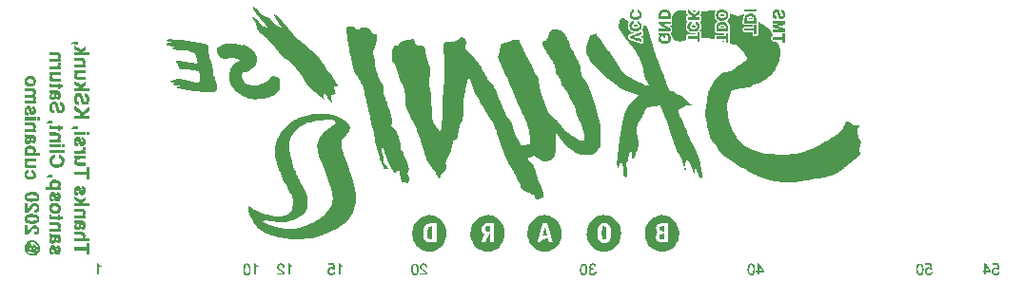
<source format=gbr>
%TF.GenerationSoftware,KiCad,Pcbnew,5.1.7-a382d34a8~87~ubuntu18.04.1*%
%TF.CreationDate,2020-10-30T15:09:36-07:00*%
%TF.ProjectId,back_silk_v5,6261636b-5f73-4696-9c6b-5f76352e6b69,rev?*%
%TF.SameCoordinates,Original*%
%TF.FileFunction,Legend,Bot*%
%TF.FilePolarity,Positive*%
%FSLAX46Y46*%
G04 Gerber Fmt 4.6, Leading zero omitted, Abs format (unit mm)*
G04 Created by KiCad (PCBNEW 5.1.7-a382d34a8~87~ubuntu18.04.1) date 2020-10-30 15:09:36*
%MOMM*%
%LPD*%
G01*
G04 APERTURE LIST*
%ADD10C,0.010000*%
G04 APERTURE END LIST*
D10*
G36*
X56833214Y32306854D02*
G01*
X56869732Y32295342D01*
X56935185Y32257559D01*
X56960061Y32210687D01*
X56943726Y32156892D01*
X56919166Y32127333D01*
X56864480Y32097536D01*
X56787117Y32083962D01*
X56703577Y32086796D01*
X56630360Y32106223D01*
X56600820Y32123762D01*
X56566229Y32165977D01*
X56566218Y32215383D01*
X56599603Y32268587D01*
X56662055Y32303364D01*
X56743337Y32317019D01*
X56833214Y32306854D01*
G37*
G36*
X59335916Y31932512D02*
G01*
X59398028Y31922313D01*
X59418224Y31914922D01*
X59454356Y31888943D01*
X59451277Y31870143D01*
X59408192Y31858164D01*
X59324308Y31852645D01*
X59279250Y31852166D01*
X59187757Y31853750D01*
X59131815Y31859232D01*
X59104732Y31869709D01*
X59099333Y31881652D01*
X59116476Y31913942D01*
X59132814Y31923985D01*
X59185301Y31933920D01*
X59259004Y31936571D01*
X59335916Y31932512D01*
G37*
G36*
X56804342Y31208544D02*
G01*
X56869850Y31196283D01*
X56918015Y31173767D01*
X56936593Y31146853D01*
X56934939Y31129120D01*
X56916359Y31118426D01*
X56873034Y31113078D01*
X56797148Y31111384D01*
X56772552Y31111333D01*
X56687526Y31112281D01*
X56636401Y31116448D01*
X56610763Y31125822D01*
X56602197Y31142389D01*
X56601666Y31151680D01*
X56620153Y31182118D01*
X56667854Y31201629D01*
X56733131Y31210382D01*
X56804342Y31208544D01*
G37*
G36*
X51638111Y13376227D02*
G01*
X51644448Y13344393D01*
X51647595Y13286044D01*
X51648615Y13194462D01*
X51648666Y13152843D01*
X51648666Y12908000D01*
X51590458Y12910523D01*
X51538710Y12915986D01*
X51463658Y12927593D01*
X51397466Y12939764D01*
X51324941Y12957833D01*
X51269254Y12978499D01*
X51244332Y12995450D01*
X51234881Y13030504D01*
X51228142Y13093767D01*
X51225657Y13166476D01*
X51225333Y13308535D01*
X51304708Y13328813D01*
X51378888Y13345251D01*
X51462158Y13360306D01*
X51479333Y13362925D01*
X51546089Y13373712D01*
X51599528Y13384211D01*
X51611625Y13387222D01*
X51627524Y13388264D01*
X51638111Y13376227D01*
G37*
G36*
X51614174Y12688034D02*
G01*
X51638221Y12663091D01*
X51647805Y12611915D01*
X51649210Y12528860D01*
X51648666Y12431750D01*
X51648151Y12321507D01*
X51645975Y12246897D01*
X51641193Y12201229D01*
X51632857Y12177807D01*
X51620021Y12169940D01*
X51611625Y12169747D01*
X51573691Y12174383D01*
X51507270Y12184280D01*
X51425580Y12197453D01*
X51411152Y12199870D01*
X51330761Y12214605D01*
X51266084Y12228646D01*
X51228997Y12239364D01*
X51225944Y12240872D01*
X51215917Y12267149D01*
X51208411Y12325935D01*
X51204493Y12407431D01*
X51204166Y12440893D01*
X51204166Y12627454D01*
X51392408Y12661894D01*
X51497552Y12681791D01*
X51569379Y12692385D01*
X51614174Y12688034D01*
G37*
G36*
X46170603Y13349260D02*
G01*
X46236735Y13343790D01*
X46308010Y13336383D01*
X46372148Y13328219D01*
X46416870Y13320478D01*
X46422978Y13318922D01*
X46436572Y13309214D01*
X46446889Y13284950D01*
X46454789Y13240061D01*
X46461133Y13168477D01*
X46466781Y13064128D01*
X46470051Y12986841D01*
X46473741Y12849056D01*
X46474664Y12702309D01*
X46472892Y12562821D01*
X46468499Y12446815D01*
X46467572Y12431750D01*
X46452250Y12198916D01*
X46281152Y12192826D01*
X46110054Y12186735D01*
X46083430Y12365686D01*
X46070770Y12482805D01*
X46062720Y12624712D01*
X46059312Y12778784D01*
X46060576Y12932397D01*
X46066544Y13072927D01*
X46077248Y13187749D01*
X46081323Y13214916D01*
X46092644Y13283066D01*
X46100458Y13332137D01*
X46102877Y13349674D01*
X46121890Y13351615D01*
X46170603Y13349260D01*
G37*
G36*
X41023050Y13292313D02*
G01*
X41033124Y13263955D01*
X41047069Y13212452D01*
X41066386Y13132977D01*
X41092577Y13020701D01*
X41117655Y12911976D01*
X41148777Y12775433D01*
X41170665Y12674883D01*
X41184109Y12605190D01*
X41189901Y12561219D01*
X41188832Y12537832D01*
X41181691Y12529895D01*
X41176458Y12530042D01*
X41149303Y12533172D01*
X41090979Y12538834D01*
X41012496Y12545971D01*
X40985275Y12548364D01*
X40903692Y12556462D01*
X40839795Y12564660D01*
X40804118Y12571539D01*
X40800342Y12573268D01*
X40802840Y12595437D01*
X40815321Y12650072D01*
X40835521Y12729117D01*
X40861174Y12824518D01*
X40890015Y12928218D01*
X40919776Y13032162D01*
X40948194Y13128293D01*
X40973002Y13208557D01*
X40991934Y13264897D01*
X41001022Y13286799D01*
X41008501Y13298907D01*
X41015343Y13302354D01*
X41023050Y13292313D01*
G37*
G36*
X36118545Y13382985D02*
G01*
X36126450Y13346178D01*
X36131218Y13278672D01*
X36133309Y13175694D01*
X36133500Y13119666D01*
X36132356Y13017529D01*
X36129226Y12932876D01*
X36124563Y12873489D01*
X36118819Y12847149D01*
X36117625Y12846525D01*
X36091293Y12851883D01*
X36033654Y12864606D01*
X35954638Y12882482D01*
X35905229Y12893810D01*
X35708709Y12939071D01*
X35714729Y13129061D01*
X35720750Y13319050D01*
X35900666Y13355974D01*
X35985305Y13372854D01*
X36055383Y13385929D01*
X36099557Y13393116D01*
X36107041Y13393865D01*
X36118545Y13382985D01*
G37*
G36*
X30940469Y13344744D02*
G01*
X30942382Y13343673D01*
X30948115Y13317757D01*
X30953301Y13256805D01*
X30957813Y13168112D01*
X30961527Y13058971D01*
X30964316Y12936678D01*
X30966056Y12808528D01*
X30966622Y12681815D01*
X30965888Y12563834D01*
X30963728Y12461880D01*
X30960018Y12383247D01*
X30959091Y12371108D01*
X30948138Y12272967D01*
X30934945Y12211792D01*
X30920087Y12190195D01*
X30919308Y12190201D01*
X30887188Y12195732D01*
X30827254Y12208359D01*
X30757166Y12224268D01*
X30683160Y12243536D01*
X30624664Y12262313D01*
X30595818Y12275673D01*
X30577748Y12311493D01*
X30563362Y12381578D01*
X30552825Y12478006D01*
X30546303Y12592855D01*
X30543963Y12718202D01*
X30545969Y12846126D01*
X30552488Y12968705D01*
X30563687Y13078016D01*
X30577376Y13156208D01*
X30611151Y13304705D01*
X30770538Y13330417D01*
X30848161Y13341172D01*
X30908523Y13346235D01*
X30940469Y13344744D01*
G37*
G36*
X59797833Y32487166D02*
G01*
X58760666Y32487166D01*
X58760666Y32720000D01*
X59797833Y32720000D01*
X59797833Y32487166D01*
G37*
G36*
X54253539Y32603345D02*
G01*
X54317707Y32597215D01*
X54370408Y32589189D01*
X54398295Y32580264D01*
X54398652Y32579953D01*
X54391907Y32561534D01*
X54365865Y32528123D01*
X54332649Y32493098D01*
X54304384Y32469839D01*
X54296102Y32466784D01*
X54273155Y32478670D01*
X54229141Y32507837D01*
X54205083Y32524992D01*
X54157914Y32562847D01*
X54129450Y32592422D01*
X54125708Y32600370D01*
X54144193Y32605920D01*
X54191252Y32606579D01*
X54253539Y32603345D01*
G37*
G36*
X61686443Y32690771D02*
G01*
X61760217Y32664345D01*
X61774195Y32654858D01*
X61811506Y32622412D01*
X61839278Y32587323D01*
X61861508Y32540521D01*
X61882196Y32472936D01*
X61905340Y32375496D01*
X61913330Y32339223D01*
X61934500Y32250477D01*
X61955621Y32175836D01*
X61973448Y32126219D01*
X61980242Y32114047D01*
X62026358Y32087030D01*
X62081636Y32092215D01*
X62130769Y32127255D01*
X62138989Y32138363D01*
X62162871Y32203297D01*
X62163191Y32277642D01*
X62143759Y32349812D01*
X62108383Y32408223D01*
X62060874Y32441290D01*
X62038219Y32444833D01*
X62015497Y32450950D01*
X62003665Y32475807D01*
X61999452Y32529162D01*
X61999166Y32561250D01*
X62001106Y32625019D01*
X62006110Y32667304D01*
X62010960Y32677666D01*
X62083503Y32665667D01*
X62164347Y32635236D01*
X62234207Y32594727D01*
X62263488Y32568284D01*
X62315345Y32480283D01*
X62345670Y32372473D01*
X62355138Y32255070D01*
X62344425Y32138293D01*
X62314204Y32032360D01*
X62265150Y31947489D01*
X62219753Y31905940D01*
X62131550Y31869552D01*
X62027744Y31858232D01*
X61927947Y31873548D01*
X61907715Y31880965D01*
X61848511Y31918866D01*
X61801278Y31980986D01*
X61763191Y32072841D01*
X61731426Y32199952D01*
X61723661Y32240515D01*
X61696311Y32348537D01*
X61660339Y32425757D01*
X61648367Y32441599D01*
X61612914Y32477866D01*
X61584708Y32485175D01*
X61544722Y32467760D01*
X61540694Y32465562D01*
X61484965Y32413318D01*
X61455861Y32340145D01*
X61453131Y32257823D01*
X61476524Y32178131D01*
X61525789Y32112849D01*
X61548559Y32095922D01*
X61588871Y32066547D01*
X61609204Y32034188D01*
X61616449Y31983442D01*
X61617351Y31942125D01*
X61615089Y31880523D01*
X61608405Y31841136D01*
X61602291Y31833166D01*
X61572678Y31839083D01*
X61520941Y31850738D01*
X61512670Y31852673D01*
X61434200Y31890015D01*
X61360972Y31957900D01*
X61303437Y32044857D01*
X61278413Y32109757D01*
X61260105Y32230867D01*
X61266209Y32355241D01*
X61294005Y32472793D01*
X61340778Y32573437D01*
X61403810Y32647085D01*
X61427635Y32663698D01*
X61503207Y32690880D01*
X61595125Y32699760D01*
X61686443Y32690771D01*
G37*
G36*
X51759204Y32696271D02*
G01*
X51830342Y32686206D01*
X51893900Y32665074D01*
X51945415Y32640625D01*
X52024759Y32594210D01*
X52084127Y32542762D01*
X52126250Y32479548D01*
X52153860Y32397834D01*
X52169692Y32290886D01*
X52176476Y32151970D01*
X52177328Y32069125D01*
X52177833Y31831000D01*
X51119500Y31831000D01*
X51119610Y32063833D01*
X51310000Y32063833D01*
X51966166Y32063833D01*
X51966166Y32192225D01*
X51962481Y32268782D01*
X51952957Y32333205D01*
X51943296Y32363350D01*
X51894817Y32411738D01*
X51812356Y32446011D01*
X51702577Y32463883D01*
X51644054Y32465967D01*
X51516195Y32454838D01*
X51421960Y32419654D01*
X51358361Y32357612D01*
X51322409Y32265911D01*
X51311194Y32153791D01*
X51310000Y32063833D01*
X51119610Y32063833D01*
X51119618Y32079708D01*
X51122285Y32225495D01*
X51131464Y32337050D01*
X51149153Y32422235D01*
X51177353Y32488910D01*
X51218063Y32544935D01*
X51245001Y32572624D01*
X51322274Y32632261D01*
X51411765Y32671264D01*
X51522971Y32692499D01*
X51663201Y32698833D01*
X51759204Y32696271D01*
G37*
G36*
X53746970Y32686380D02*
G01*
X53797041Y32652153D01*
X53867108Y32600848D01*
X53950651Y32537164D01*
X53984855Y32510475D01*
X54074355Y32440664D01*
X54155081Y32378566D01*
X54219696Y32329763D01*
X54260867Y32299833D01*
X54268025Y32295069D01*
X54288005Y32286410D01*
X54310645Y32288739D01*
X54341783Y32305932D01*
X54387253Y32341867D01*
X54452890Y32400421D01*
X54519665Y32462260D01*
X54597391Y32533673D01*
X54664415Y32593271D01*
X54714565Y32635712D01*
X54741672Y32655655D01*
X54744080Y32656500D01*
X54752269Y32637233D01*
X54757706Y32586984D01*
X54759175Y32524208D01*
X54758184Y32391916D01*
X54553736Y32212000D01*
X54349287Y32032083D01*
X54554727Y32026025D01*
X54760166Y32019967D01*
X54760166Y31788666D01*
X53701833Y31788666D01*
X53701833Y32021500D01*
X53877040Y32021500D01*
X53984612Y32025015D01*
X54057210Y32036237D01*
X54099290Y32054450D01*
X54133852Y32083592D01*
X54145781Y32102075D01*
X54129353Y32119268D01*
X54084844Y32155766D01*
X54018763Y32206462D01*
X53937615Y32266250D01*
X53924805Y32275500D01*
X53704380Y32434250D01*
X53703106Y32566541D01*
X53705601Y32638755D01*
X53713699Y32685725D01*
X53723414Y32698833D01*
X53746970Y32686380D01*
G37*
G36*
X48911384Y32670832D02*
G01*
X48917861Y32612238D01*
X48918166Y32582416D01*
X48915556Y32513055D01*
X48906074Y32477156D01*
X48887242Y32466076D01*
X48884788Y32466000D01*
X48849549Y32451907D01*
X48802937Y32416817D01*
X48789538Y32404128D01*
X48738696Y32326432D01*
X48726039Y32239314D01*
X48751850Y32152205D01*
X48780715Y32109870D01*
X48854252Y32052702D01*
X48952739Y32017746D01*
X49064480Y32006024D01*
X49177777Y32018557D01*
X49280934Y32056366D01*
X49295838Y32064903D01*
X49363980Y32125846D01*
X49402955Y32201605D01*
X49412429Y32282301D01*
X49392067Y32358054D01*
X49341535Y32418984D01*
X49308495Y32439111D01*
X49266107Y32462184D01*
X49244480Y32488264D01*
X49236658Y32531451D01*
X49235666Y32586740D01*
X49236617Y32651767D01*
X49243104Y32683716D01*
X49260580Y32691843D01*
X49293875Y32685554D01*
X49420616Y32636588D01*
X49516355Y32558968D01*
X49580502Y32453489D01*
X49612468Y32320945D01*
X49616201Y32251459D01*
X49598161Y32110937D01*
X49544755Y31991356D01*
X49458815Y31895399D01*
X49343170Y31825751D01*
X49200649Y31785095D01*
X49115151Y31776218D01*
X49026949Y31775591D01*
X48943172Y31780992D01*
X48891020Y31789355D01*
X48752197Y31842961D01*
X48643768Y31924633D01*
X48568019Y32031093D01*
X48527239Y32159063D01*
X48523713Y32305264D01*
X48524715Y32314365D01*
X48554725Y32447465D01*
X48611815Y32550195D01*
X48699304Y32627221D01*
X48774900Y32666073D01*
X48847633Y32693236D01*
X48890552Y32696327D01*
X48911384Y32670832D01*
G37*
G36*
X56799418Y32694254D02*
G01*
X56949844Y32670714D01*
X57072272Y32619901D01*
X57173349Y32538876D01*
X57188805Y32521979D01*
X57252133Y32430642D01*
X57287598Y32327810D01*
X57298287Y32202744D01*
X57296514Y32147479D01*
X57287681Y32056779D01*
X57269830Y31990092D01*
X57237492Y31929251D01*
X57225442Y31911287D01*
X57141957Y31824600D01*
X57029781Y31756348D01*
X56899958Y31710359D01*
X56763529Y31690461D01*
X56631539Y31700482D01*
X56622833Y31702384D01*
X56474067Y31753052D01*
X56359090Y31829214D01*
X56277923Y31930843D01*
X56230588Y32057914D01*
X56216931Y32193693D01*
X56217443Y32198151D01*
X56411245Y32198151D01*
X56427645Y32123198D01*
X56469173Y32046894D01*
X56524588Y31988217D01*
X56542325Y31976842D01*
X56658551Y31935794D01*
X56784646Y31926983D01*
X56906427Y31950169D01*
X56979803Y31984252D01*
X57052278Y32050063D01*
X57092981Y32132856D01*
X57100580Y32222515D01*
X57073743Y32308926D01*
X57030028Y32365696D01*
X56942558Y32426184D01*
X56842718Y32458800D01*
X56738146Y32465612D01*
X56636479Y32448688D01*
X56545356Y32410096D01*
X56472415Y32351904D01*
X56425294Y32276181D01*
X56411245Y32198151D01*
X56217443Y32198151D01*
X56234387Y32345432D01*
X56285287Y32472444D01*
X56367428Y32572834D01*
X56478608Y32644711D01*
X56616623Y32686182D01*
X56779271Y32695353D01*
X56799418Y32694254D01*
G37*
G36*
X59378451Y32316313D02*
G01*
X59449456Y32309975D01*
X59506346Y32296152D01*
X59563203Y32272179D01*
X59589041Y32259176D01*
X59663155Y32214997D01*
X59717858Y32165371D01*
X59755906Y32103330D01*
X59780053Y32021907D01*
X59793055Y31914136D01*
X59797668Y31773049D01*
X59797833Y31731265D01*
X59797833Y31450000D01*
X58760666Y31450000D01*
X58761014Y31741041D01*
X58762228Y31809499D01*
X58951166Y31809499D01*
X58951166Y31682833D01*
X59612264Y31682833D01*
X59603468Y31820974D01*
X59587411Y31928634D01*
X59551473Y32003095D01*
X59489842Y32051089D01*
X59396706Y32079344D01*
X59377456Y32082647D01*
X59241506Y32090873D01*
X59125425Y32070969D01*
X59035258Y32024289D01*
X59009375Y32000173D01*
X58975322Y31956200D01*
X58957741Y31909946D01*
X58951572Y31844835D01*
X58951166Y31809499D01*
X58762228Y31809499D01*
X58763613Y31887596D01*
X58772946Y31999195D01*
X58791915Y32083042D01*
X58823423Y32146341D01*
X58870373Y32196296D01*
X58935667Y32240110D01*
X58969533Y32258557D01*
X59029954Y32287558D01*
X59084514Y32305277D01*
X59147242Y32314397D01*
X59232163Y32317604D01*
X59279250Y32317833D01*
X59378451Y32316313D01*
G37*
G36*
X49134505Y31354067D02*
G01*
X49182512Y31319890D01*
X49221504Y31302420D01*
X49226707Y31301833D01*
X49250219Y31285202D01*
X49257956Y31246633D01*
X49250789Y31203111D01*
X49229587Y31171622D01*
X49219791Y31166805D01*
X49161224Y31153512D01*
X49095278Y31143853D01*
X49039324Y31139895D01*
X49013416Y31142228D01*
X48978403Y31152224D01*
X48932706Y31163137D01*
X48890092Y31179652D01*
X48878327Y31212041D01*
X48879790Y31233780D01*
X48898419Y31282139D01*
X48931411Y31297669D01*
X48977357Y31317255D01*
X49024417Y31355194D01*
X49072429Y31406300D01*
X49134505Y31354067D01*
G37*
G36*
X54258044Y31336114D02*
G01*
X54262594Y31329645D01*
X54303947Y31290530D01*
X54357156Y31259849D01*
X54406947Y31224793D01*
X54420525Y31181041D01*
X54395459Y31137358D01*
X54391991Y31134360D01*
X54351830Y31117793D01*
X54285563Y31105317D01*
X54209351Y31098690D01*
X54139355Y31099671D01*
X54110828Y31103761D01*
X54062361Y31124751D01*
X54040568Y31143001D01*
X54029326Y31184198D01*
X54046689Y31227549D01*
X54083512Y31256047D01*
X54103208Y31259500D01*
X54143112Y31275165D01*
X54185423Y31313171D01*
X54187817Y31316145D01*
X54218909Y31352952D01*
X54237752Y31358784D01*
X54258044Y31336114D01*
G37*
G36*
X52177833Y31387602D02*
G01*
X51858745Y31381759D01*
X51539658Y31375916D01*
X51853454Y31192944D01*
X52167250Y31009971D01*
X52173597Y30891319D01*
X52179945Y30772666D01*
X51119500Y30772666D01*
X51119500Y31004425D01*
X51778746Y31016083D01*
X51449123Y31206085D01*
X51119500Y31396086D01*
X51119500Y31619333D01*
X52177833Y31619333D01*
X52177833Y31387602D01*
G37*
G36*
X48902155Y31675237D02*
G01*
X48915595Y31649115D01*
X48918163Y31590479D01*
X48918166Y31566416D01*
X48915556Y31497055D01*
X48906074Y31461156D01*
X48887242Y31450076D01*
X48884788Y31450000D01*
X48849549Y31435907D01*
X48802937Y31400817D01*
X48789538Y31388128D01*
X48738557Y31310386D01*
X48726032Y31223366D01*
X48752192Y31135977D01*
X48781943Y31092410D01*
X48858894Y31031553D01*
X48958783Y30995776D01*
X49070438Y30985086D01*
X49182690Y30999489D01*
X49284368Y31038992D01*
X49353917Y31092081D01*
X49398495Y31165033D01*
X49410579Y31247574D01*
X49392744Y31328381D01*
X49347566Y31396133D01*
X49277620Y31439509D01*
X49274652Y31440479D01*
X49251301Y31456146D01*
X49239404Y31491100D01*
X49235713Y31555988D01*
X49235666Y31568246D01*
X49236568Y31634203D01*
X49242792Y31667024D01*
X49259617Y31675909D01*
X49292321Y31670055D01*
X49293875Y31669683D01*
X49417361Y31620314D01*
X49513786Y31540108D01*
X49580118Y31433081D01*
X49613326Y31303248D01*
X49616666Y31242172D01*
X49599334Y31095445D01*
X49548200Y30973627D01*
X49464561Y30877955D01*
X49349712Y30809665D01*
X49204950Y30769996D01*
X49112527Y30760800D01*
X49024287Y30759217D01*
X48944487Y30762241D01*
X48889347Y30769215D01*
X48886416Y30769942D01*
X48749371Y30826824D01*
X48636101Y30918705D01*
X48626130Y30929757D01*
X48558758Y31034296D01*
X48523663Y31151053D01*
X48518925Y31272256D01*
X48542626Y31390132D01*
X48592849Y31496910D01*
X48667674Y31584816D01*
X48765184Y31646081D01*
X48806463Y31660394D01*
X48868794Y31676459D01*
X48902155Y31675237D01*
G37*
G36*
X56873087Y31590718D02*
G01*
X56999424Y31560277D01*
X57113711Y31505343D01*
X57199330Y31435212D01*
X57241242Y31374145D01*
X57271155Y31289227D01*
X57290095Y31175422D01*
X57299083Y31027695D01*
X57300166Y30939111D01*
X57300166Y30730333D01*
X56241833Y30730333D01*
X56241951Y30979041D01*
X56243406Y31055258D01*
X56432333Y31055258D01*
X56432333Y30963166D01*
X57088500Y30963166D01*
X57088500Y31087312D01*
X57083257Y31174641D01*
X57065205Y31235098D01*
X57045203Y31266500D01*
X56980390Y31319628D01*
X56892998Y31351905D01*
X56792918Y31364228D01*
X56690039Y31357496D01*
X56594251Y31332606D01*
X56515445Y31290456D01*
X56463511Y31231943D01*
X56455199Y31212942D01*
X56440359Y31148202D01*
X56432642Y31071247D01*
X56432333Y31055258D01*
X56243406Y31055258D01*
X56244009Y31086792D01*
X56249496Y31187458D01*
X56257531Y31268586D01*
X56265505Y31312169D01*
X56312832Y31408751D01*
X56391341Y31486536D01*
X56493826Y31544574D01*
X56613082Y31581917D01*
X56741904Y31597615D01*
X56873087Y31590718D01*
G37*
G36*
X54082833Y31523554D02*
G01*
X54079652Y31452371D01*
X54068901Y31416159D01*
X54052707Y31407666D01*
X54004749Y31390344D01*
X53952086Y31346784D01*
X53906829Y31289601D01*
X53881089Y31231408D01*
X53880451Y31228274D01*
X53882036Y31137025D01*
X53923479Y31059808D01*
X54004579Y30996972D01*
X54018526Y30989625D01*
X54140562Y30950292D01*
X54272168Y30945667D01*
X54398291Y30976022D01*
X54413403Y30982507D01*
X54502833Y31038736D01*
X54554103Y31110339D01*
X54569666Y31196000D01*
X54552404Y31286792D01*
X54500302Y31353577D01*
X54443509Y31386151D01*
X54405025Y31405829D01*
X54386002Y31432352D01*
X54379679Y31479659D01*
X54379166Y31518855D01*
X54379166Y31624907D01*
X54462842Y31613684D01*
X54569164Y31579686D01*
X54656822Y31512814D01*
X54722463Y31419659D01*
X54762730Y31306816D01*
X54774270Y31180878D01*
X54753729Y31048438D01*
X54752537Y31044279D01*
X54695819Y30922720D01*
X54603152Y30822907D01*
X54506166Y30760731D01*
X54442143Y30739964D01*
X54350597Y30724723D01*
X54246099Y30716017D01*
X54143219Y30714855D01*
X54056525Y30722245D01*
X54029916Y30727751D01*
X53895425Y30781771D01*
X53792157Y30863974D01*
X53721649Y30972365D01*
X53685435Y31104947D01*
X53680666Y31181578D01*
X53696987Y31328003D01*
X53745045Y31448243D01*
X53823484Y31540489D01*
X53930949Y31602932D01*
X54014041Y31626364D01*
X54082833Y31639441D01*
X54082833Y31523554D01*
G37*
G36*
X62337833Y31350406D02*
G01*
X61966864Y31269062D01*
X61850346Y31242467D01*
X61751800Y31217952D01*
X61677160Y31197165D01*
X61632365Y31181755D01*
X61622905Y31173571D01*
X61652312Y31164175D01*
X61715041Y31147842D01*
X61803030Y31126558D01*
X61908219Y31102304D01*
X61956833Y31091432D01*
X62067943Y31066675D01*
X62166355Y31044481D01*
X62243683Y31026761D01*
X62291543Y31015427D01*
X62300791Y31013044D01*
X62319688Y31001537D01*
X62330946Y30974266D01*
X62336387Y30922464D01*
X62337832Y30837367D01*
X62337833Y30834740D01*
X62337833Y30666833D01*
X61300666Y30666833D01*
X61300666Y30898592D01*
X61632463Y30904421D01*
X61964259Y30910250D01*
X61637754Y30985016D01*
X61311250Y31059783D01*
X61304960Y31178843D01*
X61298671Y31297904D01*
X61495460Y31342112D01*
X61600404Y31365862D01*
X61707158Y31390309D01*
X61797122Y31411186D01*
X61819250Y31416397D01*
X61946250Y31446473D01*
X61623458Y31448236D01*
X61300666Y31450000D01*
X61300666Y31682833D01*
X62337833Y31682833D01*
X62337833Y31350406D01*
G37*
G36*
X59797833Y30476333D02*
G01*
X59607333Y30476333D01*
X59607333Y30793833D01*
X58760666Y30793833D01*
X58760666Y31026666D01*
X59607333Y31026666D01*
X59607333Y31323000D01*
X59797833Y31323000D01*
X59797833Y30476333D01*
G37*
G36*
X56128407Y32485241D02*
G01*
X56092123Y32405406D01*
X56072001Y32337750D01*
X56063649Y32262543D01*
X56062469Y32188982D01*
X56065610Y32094291D01*
X56077095Y32022724D01*
X56101164Y31955273D01*
X56126188Y31903416D01*
X56188270Y31805397D01*
X56261201Y31725989D01*
X56277469Y31712695D01*
X56365582Y31645489D01*
X56288829Y31595369D01*
X56227554Y31540185D01*
X56171388Y31463891D01*
X56158162Y31440128D01*
X56136978Y31395684D01*
X56121895Y31352678D01*
X56111656Y31302381D01*
X56105003Y31236064D01*
X56100677Y31145000D01*
X56097421Y31020458D01*
X56097375Y31018360D01*
X56095510Y30877954D01*
X56097911Y30773602D01*
X56106119Y30699114D01*
X56121674Y30648297D01*
X56146118Y30614962D01*
X56180992Y30592916D01*
X56205693Y30583179D01*
X56248538Y30575505D01*
X56324681Y30568981D01*
X56425091Y30564110D01*
X56540736Y30561394D01*
X56604825Y30561000D01*
X56940333Y30561000D01*
X56940333Y30434000D01*
X56563022Y30434000D01*
X56427981Y30433795D01*
X56328752Y30432676D01*
X56258813Y30429889D01*
X56211642Y30424678D01*
X56180720Y30416291D01*
X56159523Y30403971D01*
X56141531Y30386964D01*
X56139689Y30385011D01*
X56113584Y30349076D01*
X56099445Y30303031D01*
X56094076Y30233639D01*
X56093666Y30194511D01*
X56092976Y30119337D01*
X56088313Y30077200D01*
X56075791Y30058806D01*
X56051521Y30054858D01*
X56035458Y30055329D01*
X55989974Y30060082D01*
X55915140Y30070962D01*
X55823177Y30086112D01*
X55765583Y30096347D01*
X55571610Y30121991D01*
X55339891Y30134780D01*
X55231125Y30136351D01*
X54908333Y30137666D01*
X54908333Y30403878D01*
X54908058Y30514170D01*
X54906171Y30590621D01*
X54901075Y30641721D01*
X54891174Y30675964D01*
X54874873Y30701841D01*
X54850575Y30727844D01*
X54846725Y30731697D01*
X54785118Y30793304D01*
X54852017Y30915277D01*
X54888264Y30987207D01*
X54908476Y31048627D01*
X54917051Y31118110D01*
X54918478Y31196000D01*
X54905454Y31340476D01*
X54869051Y31465569D01*
X54812017Y31562706D01*
X54794750Y31581725D01*
X54772077Y31609728D01*
X54782463Y31628532D01*
X54807291Y31642945D01*
X54855163Y31675065D01*
X54885191Y31716185D01*
X54901257Y31776276D01*
X54907242Y31865310D01*
X54907660Y31900754D01*
X54906588Y31986903D01*
X54900632Y32042724D01*
X54886963Y32080171D01*
X54862759Y32111198D01*
X54856378Y32117712D01*
X54810454Y32153310D01*
X54769104Y32169565D01*
X54766638Y32169666D01*
X54753011Y32177554D01*
X54767954Y32203744D01*
X54813728Y32252029D01*
X54818592Y32256769D01*
X54871644Y32313085D01*
X54898804Y32358784D01*
X54907934Y32408800D01*
X54908333Y32427207D01*
X54908333Y32510542D01*
X55083238Y32496350D01*
X55175999Y32490725D01*
X55248703Y32492999D01*
X55319402Y32505410D01*
X55406147Y32530197D01*
X55437779Y32540309D01*
X55525420Y32566334D01*
X55607930Y32584493D01*
X55698115Y32596664D01*
X55808781Y32604722D01*
X55906157Y32608953D01*
X56194899Y32619446D01*
X56128407Y32485241D01*
G37*
G36*
X56914537Y29899590D02*
G01*
X56938796Y29882211D01*
X56940333Y29873083D01*
X56923547Y29847747D01*
X56877451Y29845681D01*
X56818625Y29863159D01*
X56778354Y29883965D01*
X56779453Y29897553D01*
X56822095Y29904118D01*
X56855666Y29904833D01*
X56914537Y29899590D01*
G37*
G36*
X53553666Y32506044D02*
G01*
X53555909Y32442746D01*
X53567603Y32398546D01*
X53596195Y32358078D01*
X53649130Y32305977D01*
X53651855Y32303437D01*
X53705592Y32255888D01*
X53748074Y32222822D01*
X53768272Y32212000D01*
X53785988Y32195808D01*
X53786500Y32190833D01*
X53768726Y32173776D01*
X53743115Y32169666D01*
X53684450Y32157734D01*
X53623499Y32128392D01*
X53578010Y32091325D01*
X53566815Y32073468D01*
X53560179Y32035798D01*
X53555453Y31970080D01*
X53553666Y31891140D01*
X53555231Y31810755D01*
X53562735Y31758765D01*
X53580396Y31721266D01*
X53612429Y31684354D01*
X53618115Y31678628D01*
X53657060Y31636362D01*
X53668357Y31609429D01*
X53656132Y31585192D01*
X53650673Y31578941D01*
X53596651Y31495829D01*
X53555390Y31386550D01*
X53531973Y31266567D01*
X53528542Y31207226D01*
X53544428Y31039051D01*
X53594569Y30894939D01*
X53679563Y30773277D01*
X53695209Y30757010D01*
X53787880Y30675481D01*
X53881018Y30620561D01*
X53986057Y30588004D01*
X54114429Y30573564D01*
X54193933Y30571806D01*
X54288599Y30571238D01*
X54348749Y30568573D01*
X54382197Y30561998D01*
X54396758Y30549703D01*
X54400249Y30529875D01*
X54400308Y30523958D01*
X54399325Y30506855D01*
X54392464Y30494432D01*
X54373891Y30485941D01*
X54337772Y30480634D01*
X54278272Y30477763D01*
X54189556Y30476580D01*
X54065790Y30476335D01*
X54028954Y30476333D01*
X53895398Y30476180D01*
X53797486Y30475155D01*
X53728527Y30472406D01*
X53681832Y30467084D01*
X53650712Y30458339D01*
X53628475Y30445319D01*
X53608433Y30427176D01*
X53603496Y30422254D01*
X53577142Y30392936D01*
X53561679Y30362628D01*
X53554873Y30320164D01*
X53554493Y30254380D01*
X53556834Y30188954D01*
X53564250Y30009734D01*
X53352583Y29928166D01*
X53234372Y29883755D01*
X53145033Y29854464D01*
X53074432Y29838954D01*
X53012439Y29835888D01*
X52948920Y29843925D01*
X52873745Y29861729D01*
X52865750Y29863847D01*
X52771941Y29890439D01*
X52660194Y29924455D01*
X52552474Y29959180D01*
X52537666Y29964155D01*
X52357750Y30025010D01*
X52342565Y30175350D01*
X52317965Y30313692D01*
X52275945Y30430772D01*
X52219776Y30519263D01*
X52169495Y30562976D01*
X52104595Y30602444D01*
X52173611Y30616247D01*
X52245683Y30644120D01*
X52293234Y30696883D01*
X52319048Y30779409D01*
X52326000Y30882746D01*
X52322571Y30981647D01*
X52308279Y31050699D01*
X52277111Y31102109D01*
X52223057Y31148082D01*
X52182039Y31175068D01*
X52128658Y31210734D01*
X52109554Y31230333D01*
X52121585Y31237601D01*
X52129212Y31237931D01*
X52215377Y31253183D01*
X52275380Y31298353D01*
X52310251Y31375137D01*
X52321020Y31485232D01*
X52318055Y31548880D01*
X52312491Y31618204D01*
X52309067Y31670014D01*
X52307789Y31715783D01*
X52308665Y31766985D01*
X52311699Y31835094D01*
X52316898Y31931583D01*
X52318274Y31956674D01*
X52323983Y32050184D01*
X52331425Y32113319D01*
X52344576Y32157977D01*
X52367408Y32196059D01*
X52403897Y32239464D01*
X52417964Y32255150D01*
X52481879Y32328902D01*
X52547927Y32409171D01*
X52580401Y32450611D01*
X52612020Y32490657D01*
X52641614Y32520279D01*
X52676161Y32541399D01*
X52722637Y32555941D01*
X52788021Y32565826D01*
X52879288Y32572977D01*
X53003418Y32579316D01*
X53056250Y32581713D01*
X53171906Y32587438D01*
X53283313Y32593862D01*
X53377779Y32600200D01*
X53442541Y32605657D01*
X53553666Y32617213D01*
X53553666Y32506044D01*
G37*
G36*
X49585210Y30675527D02*
G01*
X49593593Y30634647D01*
X49595500Y30574744D01*
X49595500Y30456959D01*
X49452625Y30415093D01*
X49366129Y30389844D01*
X49257545Y30358283D01*
X49145463Y30325809D01*
X49103407Y30313655D01*
X49017227Y30287713D01*
X48948700Y30265063D01*
X48906416Y30248667D01*
X48897032Y30242522D01*
X48916278Y30233105D01*
X48969653Y30214210D01*
X49050581Y30187981D01*
X49152483Y30156562D01*
X49246250Y30128674D01*
X49595500Y30026388D01*
X49595500Y29912694D01*
X49591302Y29838749D01*
X49578353Y29804058D01*
X49569041Y29800669D01*
X49542308Y29807658D01*
X49481342Y29826398D01*
X49391988Y29855002D01*
X49280090Y29891584D01*
X49151491Y29934258D01*
X49055750Y29966378D01*
X48568916Y30130417D01*
X48562687Y30234999D01*
X48556459Y30339581D01*
X49049521Y30506832D01*
X49187164Y30553532D01*
X49312163Y30595960D01*
X49418712Y30632144D01*
X49501007Y30660114D01*
X49553242Y30677896D01*
X49569041Y30683306D01*
X49585210Y30675527D01*
G37*
G36*
X54760166Y29777833D02*
G01*
X54569666Y29777833D01*
X54569666Y30095333D01*
X53701833Y30095333D01*
X53701833Y30328166D01*
X54569666Y30328166D01*
X54569666Y30624500D01*
X54760166Y30624500D01*
X54760166Y29777833D01*
G37*
G36*
X57300166Y29735500D02*
G01*
X57088500Y29735500D01*
X57088500Y30053000D01*
X56241833Y30053000D01*
X56241833Y30285833D01*
X57088500Y30285833D01*
X57088500Y30582166D01*
X57300166Y30582166D01*
X57300166Y29735500D01*
G37*
G36*
X62337833Y29693166D02*
G01*
X62147333Y29693166D01*
X62147333Y29989500D01*
X61300666Y29989500D01*
X61300666Y30222333D01*
X62147333Y30222333D01*
X62147333Y30539833D01*
X62337833Y30539833D01*
X62337833Y29693166D01*
G37*
G36*
X51892284Y30575651D02*
G01*
X51997340Y30538585D01*
X52081705Y30467300D01*
X52142603Y30365931D01*
X52177256Y30238617D01*
X52184409Y30140509D01*
X52179091Y30046554D01*
X52164539Y29962637D01*
X52152119Y29924188D01*
X52088864Y29823827D01*
X51996912Y29736557D01*
X51889886Y29674356D01*
X51853030Y29661209D01*
X51755004Y29641303D01*
X51643583Y29632567D01*
X51537073Y29635546D01*
X51458029Y29649443D01*
X51324538Y29709399D01*
X51216644Y29798057D01*
X51140310Y29910288D01*
X51131206Y29930612D01*
X51103635Y30034160D01*
X51099921Y30144808D01*
X51118087Y30250956D01*
X51156160Y30341003D01*
X51211635Y30402982D01*
X51238969Y30424174D01*
X51233366Y30432523D01*
X51190222Y30433999D01*
X51187709Y30434000D01*
X51141945Y30437704D01*
X51123174Y30457428D01*
X51119501Y30506091D01*
X51119500Y30508083D01*
X51119500Y30582166D01*
X51691000Y30582166D01*
X51691000Y30158833D01*
X51500500Y30158833D01*
X51500500Y30275250D01*
X51497286Y30339007D01*
X51488998Y30381292D01*
X51480957Y30391666D01*
X51441026Y30374826D01*
X51392541Y30332215D01*
X51346325Y30275700D01*
X51313204Y30217149D01*
X51307651Y30201674D01*
X51299280Y30110603D01*
X51326541Y30028690D01*
X51383097Y29959532D01*
X51462613Y29906728D01*
X51558754Y29873875D01*
X51665185Y29864571D01*
X51775569Y29882414D01*
X51832471Y29903635D01*
X51918834Y29963605D01*
X51971317Y30047672D01*
X51987254Y30141907D01*
X51974017Y30215238D01*
X51940243Y30286415D01*
X51894600Y30340407D01*
X51861793Y30359453D01*
X51835143Y30374878D01*
X51821988Y30406917D01*
X51818058Y30467375D01*
X51818000Y30480529D01*
X51818000Y30587705D01*
X51892284Y30575651D01*
G37*
G36*
X-569500Y29545000D02*
G01*
X-865834Y29545000D01*
X-865834Y29619083D01*
X-867702Y29668085D01*
X-872294Y29692539D01*
X-873259Y29693166D01*
X-928222Y29680125D01*
X-983422Y29648484D01*
X-1021131Y29609470D01*
X-1027006Y29595801D01*
X-1047080Y29557983D01*
X-1089900Y29545339D01*
X-1103608Y29545000D01*
X-1146416Y29548281D01*
X-1160091Y29566733D01*
X-1154088Y29613269D01*
X-1153985Y29613791D01*
X-1125198Y29700949D01*
X-1074828Y29764601D01*
X-998242Y29807306D01*
X-890809Y29831623D01*
X-747898Y29840109D01*
X-744125Y29840138D01*
X-569500Y29841333D01*
X-569500Y29545000D01*
G37*
G36*
X-821612Y29450167D02*
G01*
X-768440Y29422468D01*
X-693743Y29381432D01*
X-604926Y29331259D01*
X-509390Y29276146D01*
X-414540Y29220290D01*
X-327777Y29167890D01*
X-301721Y29151784D01*
X-277023Y29140264D01*
X-251742Y29142389D01*
X-217564Y29162429D01*
X-166176Y29204649D01*
X-121553Y29244260D01*
X-53121Y29305415D01*
X8747Y29360256D01*
X53061Y29399055D01*
X60459Y29405405D01*
X107833Y29445728D01*
X107461Y29288989D01*
X107090Y29132250D01*
X-63581Y28989375D01*
X-234251Y28846500D01*
X446500Y28846500D01*
X446500Y28592500D01*
X-865834Y28592500D01*
X-865834Y28846500D01*
X-699781Y28846500D01*
X-611593Y28848229D01*
X-554853Y28854912D01*
X-518760Y28868791D01*
X-495300Y28888963D01*
X-470434Y28923261D01*
X-467005Y28941560D01*
X-488800Y28955323D01*
X-539483Y28984349D01*
X-610642Y29023879D01*
X-666194Y29054203D01*
X-855250Y29156713D01*
X-861469Y29308523D01*
X-862031Y29392769D01*
X-856016Y29445034D01*
X-845858Y29460333D01*
X-821612Y29450167D01*
G37*
G36*
X-2691459Y28909967D02*
G01*
X-2534872Y28908740D01*
X-2414258Y28904133D01*
X-2323301Y28894707D01*
X-2255684Y28879025D01*
X-2205092Y28855649D01*
X-2165208Y28823141D01*
X-2131494Y28782503D01*
X-2087719Y28689605D01*
X-2074235Y28581790D01*
X-2090456Y28473100D01*
X-2135794Y28377578D01*
X-2149141Y28360290D01*
X-2203097Y28296166D01*
X-2148299Y28296166D01*
X-2117943Y28293704D01*
X-2101556Y28279679D01*
X-2094841Y28244137D01*
X-2093504Y28177123D01*
X-2093500Y28169166D01*
X-2093500Y28042166D01*
X-3067167Y28042166D01*
X-3067167Y28292367D01*
X-2737220Y28299558D01*
X-2407273Y28306750D01*
X-2356220Y28366138D01*
X-2313681Y28442842D01*
X-2310051Y28523262D01*
X-2338117Y28587790D01*
X-2352132Y28605199D01*
X-2370372Y28617682D01*
X-2399455Y28626058D01*
X-2446002Y28631143D01*
X-2516632Y28633755D01*
X-2617965Y28634711D01*
X-2719117Y28634833D01*
X-3067167Y28634833D01*
X-3067167Y28910000D01*
X-2691459Y28909967D01*
G37*
G36*
X-467982Y28377524D02*
G01*
X-314396Y28374015D01*
X-196863Y28368700D01*
X-109099Y28359874D01*
X-44824Y28345829D01*
X2245Y28324858D01*
X38388Y28295255D01*
X69887Y28255313D01*
X88826Y28226225D01*
X118892Y28145315D01*
X126982Y28045272D01*
X113947Y27942611D01*
X80641Y27853851D01*
X68626Y27834891D01*
X38743Y27791247D01*
X32904Y27771991D01*
X50438Y27767142D01*
X64058Y27767000D01*
X87709Y27763060D01*
X100892Y27744967D01*
X106602Y27703313D01*
X107833Y27629416D01*
X107833Y27491833D01*
X-865834Y27491833D01*
X-865834Y27764087D01*
X-525250Y27770835D01*
X-397785Y27773625D01*
X-305802Y27776830D01*
X-242453Y27781470D01*
X-200893Y27788564D01*
X-174273Y27799131D01*
X-155748Y27814190D01*
X-144250Y27827553D01*
X-111251Y27895892D01*
X-106350Y27973090D01*
X-129410Y28042102D01*
X-146167Y28063333D01*
X-165305Y28079304D01*
X-190276Y28090685D01*
X-227987Y28098241D01*
X-285342Y28102742D01*
X-369247Y28104953D01*
X-486607Y28105642D01*
X-527167Y28105666D01*
X-865834Y28105666D01*
X-865834Y28384799D01*
X-467982Y28377524D01*
G37*
G36*
X-2135979Y27914279D02*
G01*
X-2094799Y27909097D01*
X-2076805Y27895843D01*
X-2072424Y27870739D01*
X-2072334Y27860858D01*
X-2092960Y27769442D01*
X-2155186Y27675600D01*
X-2163335Y27666458D01*
X-2206713Y27618833D01*
X-2150107Y27618833D01*
X-2119696Y27616829D01*
X-2102759Y27604431D01*
X-2095356Y27572056D01*
X-2093543Y27510125D01*
X-2093500Y27481250D01*
X-2093500Y27343666D01*
X-3067167Y27343666D01*
X-3067167Y27618833D01*
X-2759288Y27618833D01*
X-2638933Y27619129D01*
X-2553371Y27620742D01*
X-2495062Y27624761D01*
X-2456469Y27632274D01*
X-2430051Y27644371D01*
X-2408269Y27662139D01*
X-2399455Y27670788D01*
X-2363156Y27720545D01*
X-2348682Y27783658D01*
X-2347500Y27818954D01*
X-2347500Y27915166D01*
X-2209917Y27915166D01*
X-2135979Y27914279D01*
G37*
G36*
X107833Y27026166D02*
G01*
X-211059Y27026166D01*
X-337987Y27024628D01*
X-444492Y27020302D01*
X-523694Y27013623D01*
X-568714Y27005028D01*
X-572684Y27003296D01*
X-620000Y26957680D01*
X-652069Y26889735D01*
X-661729Y26818438D01*
X-655041Y26785049D01*
X-637669Y26750436D01*
X-611645Y26725012D01*
X-570866Y26707405D01*
X-509229Y26696241D01*
X-420630Y26690145D01*
X-298967Y26687744D01*
X-221642Y26687500D01*
X107833Y26687500D01*
X107833Y26412333D01*
X-246709Y26414500D01*
X-369856Y26416132D01*
X-482425Y26419250D01*
X-575739Y26423491D01*
X-641121Y26428490D01*
X-664750Y26432027D01*
X-765885Y26471423D01*
X-835003Y26534851D01*
X-874556Y26625778D01*
X-887000Y26746020D01*
X-882030Y26833197D01*
X-863834Y26897993D01*
X-834722Y26949129D01*
X-803833Y26996687D01*
X-796156Y27019112D01*
X-810401Y27025794D01*
X-824138Y27026166D01*
X-846723Y27030622D01*
X-859315Y27050207D01*
X-864741Y27094246D01*
X-865834Y27163750D01*
X-865834Y27301333D01*
X107833Y27301333D01*
X107833Y27026166D01*
G37*
G36*
X-2093500Y26878000D02*
G01*
X-2386675Y26878000D01*
X-2533533Y26876117D01*
X-2644270Y26869500D01*
X-2724973Y26856700D01*
X-2781728Y26836267D01*
X-2820621Y26806749D01*
X-2846903Y26768327D01*
X-2867286Y26697531D01*
X-2861367Y26627899D01*
X-2831583Y26574311D01*
X-2812838Y26560324D01*
X-2778963Y26553164D01*
X-2710956Y26547053D01*
X-2617015Y26542446D01*
X-2505337Y26539795D01*
X-2433559Y26539333D01*
X-2093500Y26539333D01*
X-2093500Y26264166D01*
X-2479792Y26265508D01*
X-2607022Y26267069D01*
X-2722630Y26270577D01*
X-2818717Y26275629D01*
X-2887382Y26281821D01*
X-2918990Y26287946D01*
X-3002918Y26342382D01*
X-3062145Y26423321D01*
X-3094899Y26521682D01*
X-3099407Y26628384D01*
X-3073899Y26734345D01*
X-3023226Y26822320D01*
X-2979428Y26878000D01*
X-3023298Y26878000D01*
X-3047751Y26882250D01*
X-3060963Y26901500D01*
X-3066302Y26945502D01*
X-3067167Y27005000D01*
X-3067167Y27132000D01*
X-2093500Y27132000D01*
X-2093500Y26878000D01*
G37*
G36*
X-4671667Y26764701D02*
G01*
X-4564509Y26740944D01*
X-4477172Y26697821D01*
X-4430757Y26662036D01*
X-4356724Y26583915D01*
X-4310866Y26498493D01*
X-4285004Y26389889D01*
X-4282911Y26374963D01*
X-4282085Y26235699D01*
X-4314607Y26106449D01*
X-4376492Y25994240D01*
X-4463757Y25906098D01*
X-4572417Y25849047D01*
X-4583040Y25845698D01*
X-4678973Y25828148D01*
X-4795459Y25822730D01*
X-4912478Y25829493D01*
X-4996755Y25844681D01*
X-5101960Y25892835D01*
X-5193355Y25972246D01*
X-5259728Y26071921D01*
X-5278641Y26121112D01*
X-5304843Y26235781D01*
X-5306443Y26306070D01*
X-5078000Y26306070D01*
X-5063036Y26217635D01*
X-5015600Y26153634D01*
X-4976927Y26127828D01*
X-4908688Y26106285D01*
X-4817881Y26097007D01*
X-4722470Y26100044D01*
X-4640421Y26115447D01*
X-4611910Y26126802D01*
X-4544857Y26181330D01*
X-4509729Y26252097D01*
X-4506660Y26328597D01*
X-4535783Y26400325D01*
X-4597229Y26456776D01*
X-4607670Y26462481D01*
X-4708590Y26498133D01*
X-4810927Y26507127D01*
X-4906777Y26492095D01*
X-4988238Y26455662D01*
X-5047405Y26400459D01*
X-5076376Y26329112D01*
X-5078000Y26306070D01*
X-5306443Y26306070D01*
X-5307150Y26337076D01*
X-5285626Y26446523D01*
X-5279664Y26467277D01*
X-5224275Y26586190D01*
X-5138181Y26676933D01*
X-5023394Y26738206D01*
X-4881923Y26768708D01*
X-4808805Y26772048D01*
X-4671667Y26764701D01*
G37*
G36*
X-2145045Y26113492D02*
G01*
X-2120911Y26099904D01*
X-2114801Y26066135D01*
X-2114667Y26052500D01*
X-2113004Y26017350D01*
X-2101363Y25998379D01*
X-2069766Y25990595D01*
X-2008235Y25989012D01*
X-1987667Y25989000D01*
X-1860667Y25989000D01*
X-1860667Y25713833D01*
X-1987667Y25713833D01*
X-2057966Y25713002D01*
X-2095910Y25707181D01*
X-2111476Y25691383D01*
X-2114643Y25660617D01*
X-2114667Y25650333D01*
X-2118011Y25609616D01*
X-2136129Y25591516D01*
X-2181153Y25586933D01*
X-2199334Y25586833D01*
X-2253623Y25589341D01*
X-2277756Y25602929D01*
X-2283867Y25636698D01*
X-2284000Y25650333D01*
X-2284000Y25713833D01*
X-2613475Y25713833D01*
X-2754446Y25714949D01*
X-2859717Y25719112D01*
X-2935882Y25727545D01*
X-2989535Y25741471D01*
X-3027272Y25762111D01*
X-3055684Y25790689D01*
X-3060240Y25796666D01*
X-3091733Y25869181D01*
X-3101953Y25965118D01*
X-3096116Y26033498D01*
X-3085525Y26085034D01*
X-3066790Y26108850D01*
X-3026384Y26115643D01*
X-2991784Y26116000D01*
X-2934236Y26113425D01*
X-2906366Y26100715D01*
X-2895601Y26070390D01*
X-2893948Y26057791D01*
X-2887250Y25999583D01*
X-2585625Y25993710D01*
X-2284000Y25987838D01*
X-2284000Y26051919D01*
X-2280710Y26093002D01*
X-2262745Y26111266D01*
X-2217967Y26115895D01*
X-2199334Y26116000D01*
X-2145045Y26113492D01*
G37*
G36*
X-829800Y26296335D02*
G01*
X-777728Y26268250D01*
X-702165Y26225860D01*
X-609591Y26172782D01*
X-545153Y26135307D01*
X-252331Y25964114D01*
X-77541Y26125070D01*
X97250Y26286026D01*
X103682Y26132221D01*
X110115Y25978416D01*
X9068Y25893750D01*
X-57951Y25836941D01*
X-122626Y25781071D01*
X-156114Y25751495D01*
X-220250Y25693907D01*
X113125Y25693287D01*
X446500Y25692666D01*
X446500Y25417500D01*
X-865834Y25417500D01*
X-865834Y25692666D01*
X-699781Y25692666D01*
X-611593Y25694396D01*
X-554853Y25701079D01*
X-518760Y25714958D01*
X-495300Y25735130D01*
X-470003Y25768458D01*
X-465561Y25784862D01*
X-486751Y25797200D01*
X-537166Y25824816D01*
X-608583Y25863242D01*
X-669834Y25895858D01*
X-865417Y25999583D01*
X-865625Y26153041D01*
X-863965Y26227511D01*
X-859391Y26282055D01*
X-852843Y26306152D01*
X-851905Y26306500D01*
X-829800Y26296335D01*
G37*
G36*
X7734713Y30025718D02*
G01*
X7791912Y30023719D01*
X8027469Y30011638D01*
X8279369Y29993447D01*
X8543150Y29969823D01*
X8814352Y29941446D01*
X9088515Y29908995D01*
X9361178Y29873150D01*
X9627881Y29834590D01*
X9884164Y29793994D01*
X10125565Y29752041D01*
X10347626Y29709410D01*
X10545884Y29666781D01*
X10715881Y29624834D01*
X10853155Y29584246D01*
X10953246Y29545698D01*
X10963574Y29540733D01*
X11061583Y29492083D01*
X11075572Y29068750D01*
X11085814Y28842136D01*
X11100842Y28653267D01*
X11121587Y28497731D01*
X11148985Y28371115D01*
X11183969Y28269005D01*
X11227472Y28186991D01*
X11274925Y28126449D01*
X11295671Y28099196D01*
X11314677Y28061628D01*
X11332796Y28009651D01*
X11350881Y27939171D01*
X11369783Y27846093D01*
X11390356Y27726325D01*
X11413452Y27575771D01*
X11439923Y27390339D01*
X11462576Y27225386D01*
X11489018Y27036964D01*
X11512015Y26887981D01*
X11532213Y26775745D01*
X11550261Y26697559D01*
X11566804Y26650729D01*
X11582490Y26632561D01*
X11597966Y26640359D01*
X11601742Y26645829D01*
X11613716Y26637901D01*
X11633936Y26595129D01*
X11660285Y26523714D01*
X11690645Y26429860D01*
X11722900Y26319766D01*
X11754932Y26199635D01*
X11757344Y26190083D01*
X11781350Y26081331D01*
X11801398Y25965425D01*
X11816197Y25853064D01*
X11824457Y25754947D01*
X11824888Y25681771D01*
X11821604Y25657187D01*
X11798445Y25592650D01*
X11760356Y25518646D01*
X11714530Y25446127D01*
X11668159Y25386047D01*
X11628435Y25349359D01*
X11615689Y25343610D01*
X11502393Y25319112D01*
X11415434Y25303835D01*
X11340284Y25295955D01*
X11262413Y25293648D01*
X11220333Y25293976D01*
X11128659Y25296866D01*
X11013099Y25302620D01*
X10891924Y25310257D01*
X10828750Y25314966D01*
X10658346Y25330318D01*
X10454522Y25351645D01*
X10225607Y25377921D01*
X9979933Y25408122D01*
X9725828Y25441221D01*
X9471623Y25476194D01*
X9225649Y25512014D01*
X9214897Y25513631D01*
X8952310Y25554381D01*
X8730449Y25591507D01*
X8547893Y25625375D01*
X8403223Y25656353D01*
X8295019Y25684807D01*
X8221861Y25711106D01*
X8182331Y25735616D01*
X8175007Y25758704D01*
X8193500Y25777775D01*
X8232470Y25789653D01*
X8295490Y25797089D01*
X8331083Y25798294D01*
X8409547Y25802844D01*
X8483990Y25814198D01*
X8544381Y25829873D01*
X8580692Y25847388D01*
X8585550Y25861245D01*
X8558845Y25873877D01*
X8496950Y25888980D01*
X8406840Y25905288D01*
X8295493Y25921535D01*
X8172333Y25936197D01*
X8052035Y25952248D01*
X7955619Y25971618D01*
X7888662Y25992821D01*
X7856742Y26014373D01*
X7854833Y26020736D01*
X7874934Y26040030D01*
X7931632Y26062431D01*
X8018875Y26085654D01*
X8182916Y26123057D01*
X7951531Y26161946D01*
X7808902Y26189935D01*
X7708339Y26219053D01*
X7649580Y26249590D01*
X7632368Y26281837D01*
X7656441Y26316085D01*
X7721539Y26352623D01*
X7765137Y26370260D01*
X8011942Y26441661D01*
X8276403Y26477190D01*
X8405166Y26481701D01*
X8467817Y26481701D01*
X8525527Y26480294D01*
X8582970Y26476632D01*
X8644824Y26469867D01*
X8715764Y26459152D01*
X8800467Y26443639D01*
X8903609Y26422479D01*
X9029865Y26394825D01*
X9183913Y26359829D01*
X9370427Y26316644D01*
X9561657Y26272004D01*
X10072565Y26152531D01*
X10162802Y26203057D01*
X10238755Y26255061D01*
X10288883Y26315912D01*
X10316664Y26394093D01*
X10325575Y26498082D01*
X10322350Y26592250D01*
X10313224Y26707717D01*
X10300588Y26834875D01*
X10287010Y26948131D01*
X10285578Y26958577D01*
X10270981Y27048569D01*
X10251602Y27110908D01*
X10219609Y27153191D01*
X10167171Y27183017D01*
X10086455Y27207985D01*
X10009379Y27226537D01*
X9934359Y27240803D01*
X9824649Y27257525D01*
X9687769Y27275898D01*
X9531236Y27295121D01*
X9362571Y27314391D01*
X9189290Y27332903D01*
X9018913Y27349855D01*
X8858958Y27364443D01*
X8716943Y27375866D01*
X8600388Y27383319D01*
X8516811Y27386000D01*
X8516502Y27386000D01*
X8491653Y27402506D01*
X8489594Y27412458D01*
X8479185Y27441673D01*
X8451616Y27496860D01*
X8412023Y27568008D01*
X8394583Y27597666D01*
X8342823Y27686978D01*
X8312826Y27747159D01*
X8302847Y27784287D01*
X8311140Y27804439D01*
X8332732Y27813073D01*
X8347191Y27823761D01*
X8339015Y27850325D01*
X8305586Y27899826D01*
X8295690Y27913033D01*
X8252739Y27969859D01*
X8218589Y28015126D01*
X8206006Y28031864D01*
X8193423Y28074328D01*
X8216089Y28108737D01*
X8266926Y28126164D01*
X8281298Y28126833D01*
X8320702Y28123529D01*
X8395249Y28114243D01*
X8498320Y28099920D01*
X8623293Y28081500D01*
X8763549Y28059927D01*
X8869338Y28043123D01*
X9137681Y28000279D01*
X9366494Y27964530D01*
X9557933Y27935582D01*
X9714150Y27913142D01*
X9837300Y27896916D01*
X9929538Y27886611D01*
X9993017Y27881933D01*
X10029892Y27882588D01*
X10036993Y27884049D01*
X10073091Y27908904D01*
X10091455Y27956864D01*
X10091760Y28030731D01*
X10073681Y28133308D01*
X10036893Y28267398D01*
X9981071Y28435804D01*
X9969098Y28469634D01*
X9927485Y28585362D01*
X9895737Y28668392D01*
X9869577Y28725930D01*
X9844727Y28765179D01*
X9816912Y28793344D01*
X9781853Y28817629D01*
X9751911Y28835476D01*
X9589161Y28914247D01*
X9397058Y28976340D01*
X9172975Y29022301D01*
X8914282Y29052673D01*
X8630433Y29067684D01*
X8484455Y29072670D01*
X8372313Y29079227D01*
X8285515Y29088287D01*
X8215569Y29100780D01*
X8153981Y29117637D01*
X8143600Y29121048D01*
X8029431Y29164412D01*
X7936366Y29209742D01*
X7870783Y29253373D01*
X7839063Y29291640D01*
X7837585Y29296864D01*
X7839693Y29317686D01*
X7862044Y29329250D01*
X7913414Y29334487D01*
X7953822Y29335668D01*
X7998100Y29337012D01*
X8021443Y29340002D01*
X8020251Y29346120D01*
X7990925Y29356845D01*
X7929866Y29373658D01*
X7833475Y29398042D01*
X7755080Y29417440D01*
X7603205Y29455682D01*
X7488180Y29486725D01*
X7405454Y29512203D01*
X7350475Y29533752D01*
X7318692Y29553007D01*
X7305554Y29571604D01*
X7304500Y29579318D01*
X7319253Y29597916D01*
X7516166Y29597916D01*
X7526750Y29587333D01*
X7537333Y29597916D01*
X7526750Y29608500D01*
X7516166Y29597916D01*
X7319253Y29597916D01*
X7320036Y29598903D01*
X7369939Y29607682D01*
X7403030Y29608500D01*
X7461544Y29609622D01*
X7484817Y29615869D01*
X7479938Y29631559D01*
X7466530Y29647208D01*
X7436377Y29685234D01*
X7430424Y29707278D01*
X7925388Y29707278D01*
X7928294Y29694694D01*
X7939500Y29693166D01*
X7956922Y29700911D01*
X7953611Y29707278D01*
X7928491Y29709811D01*
X7925388Y29707278D01*
X7430424Y29707278D01*
X7429380Y29711142D01*
X7449579Y29726548D01*
X7501015Y29733070D01*
X7587730Y29732323D01*
X7669625Y29728450D01*
X7907750Y29715374D01*
X7683997Y29794603D01*
X7540250Y29848581D01*
X7436928Y29894512D01*
X7373001Y29932931D01*
X7347439Y29964372D01*
X7346833Y29969345D01*
X7360364Y29994706D01*
X7402940Y30012661D01*
X7477539Y30023572D01*
X7587138Y30027803D01*
X7734713Y30025718D01*
G37*
G36*
X13690691Y29593984D02*
G01*
X13870107Y29541832D01*
X13948935Y29518247D01*
X14007958Y29511722D01*
X14065301Y29520512D01*
X14072358Y29522359D01*
X14123571Y29532474D01*
X14174402Y29532285D01*
X14232287Y29519515D01*
X14304659Y29491888D01*
X14398952Y29447127D01*
X14515720Y29386601D01*
X14686846Y29292845D01*
X14824127Y29209516D01*
X14933260Y29131919D01*
X15019942Y29055360D01*
X15089868Y28975145D01*
X15148736Y28886579D01*
X15171139Y28846500D01*
X15218476Y28759188D01*
X15268181Y28669419D01*
X15304331Y28605645D01*
X15337287Y28539556D01*
X15358744Y28469780D01*
X15372558Y28381296D01*
X15378494Y28316661D01*
X15384206Y28234896D01*
X15384855Y28172945D01*
X15378205Y28118284D01*
X15362019Y28058388D01*
X15334059Y27980734D01*
X15305222Y27906384D01*
X15256194Y27791853D01*
X15203235Y27686167D01*
X15153150Y27602480D01*
X15135271Y27577890D01*
X15050476Y27488457D01*
X14940617Y27397612D01*
X14821011Y27316655D01*
X14706973Y27256888D01*
X14691666Y27250595D01*
X14610740Y27216175D01*
X14524674Y27175909D01*
X14501166Y27164107D01*
X14439600Y27139999D01*
X14352043Y27114632D01*
X14254539Y27091759D01*
X14163133Y27075132D01*
X14093869Y27068505D01*
X14092443Y27068500D01*
X14082469Y27049901D01*
X14065714Y27001598D01*
X14049445Y26946791D01*
X14031910Y26875554D01*
X14026120Y26817604D01*
X14031855Y26754149D01*
X14046270Y26678770D01*
X14099443Y26492550D01*
X14174099Y26331069D01*
X14267287Y26199244D01*
X14376053Y26101989D01*
X14402855Y26085090D01*
X14536858Y26021646D01*
X14692205Y25976869D01*
X14874601Y25949615D01*
X15089754Y25938744D01*
X15136166Y25938435D01*
X15289316Y25940958D01*
X15421920Y25950362D01*
X15541985Y25969193D01*
X15657514Y25999999D01*
X15776514Y26045326D01*
X15906989Y26107720D01*
X16056945Y26189728D01*
X16212585Y26280862D01*
X16309610Y26341000D01*
X16380439Y26393075D01*
X16435489Y26447950D01*
X16485178Y26516485D01*
X16539925Y26609541D01*
X16556369Y26639269D01*
X16613459Y26702441D01*
X16697303Y26745552D01*
X16796539Y26766952D01*
X16899801Y26764993D01*
X16995725Y26738024D01*
X17043864Y26710019D01*
X17091808Y26683748D01*
X17130254Y26677678D01*
X17132790Y26678454D01*
X17182936Y26678444D01*
X17246205Y26653672D01*
X17308482Y26611780D01*
X17355647Y26560408D01*
X17358124Y26556482D01*
X17395924Y26455404D01*
X17392989Y26343660D01*
X17377886Y26288848D01*
X17366307Y26238951D01*
X17375436Y26194672D01*
X17401828Y26146409D01*
X17423594Y26107414D01*
X17436328Y26069438D01*
X17441322Y26021327D01*
X17439870Y25951928D01*
X17434371Y25865594D01*
X17422691Y25731462D01*
X17405823Y25625250D01*
X17378933Y25538605D01*
X17337182Y25463172D01*
X17275735Y25390598D01*
X17189756Y25312529D01*
X17074408Y25220612D01*
X17050176Y25201969D01*
X16913100Y25098241D01*
X16797847Y25015988D01*
X16695737Y24951408D01*
X16598087Y24900698D01*
X16496216Y24860059D01*
X16381442Y24825687D01*
X16245085Y24793781D01*
X16078463Y24760541D01*
X16014583Y24748485D01*
X15845828Y24721887D01*
X15663134Y24701736D01*
X15475932Y24688376D01*
X15293650Y24682152D01*
X15125718Y24683407D01*
X14981565Y24692486D01*
X14882166Y24707157D01*
X14789227Y24728899D01*
X14694219Y24754346D01*
X14638750Y24771222D01*
X14540125Y24808943D01*
X14415470Y24864402D01*
X14274487Y24932630D01*
X14126873Y25008660D01*
X13982331Y25087523D01*
X13850559Y25164252D01*
X13760333Y25221105D01*
X13601477Y25334992D01*
X13464896Y25454451D01*
X13339973Y25590148D01*
X13216092Y25752750D01*
X13181324Y25802827D01*
X13115259Y25904991D01*
X13068806Y25993146D01*
X13033708Y26085152D01*
X13006022Y26182087D01*
X12959953Y26378121D01*
X12931754Y26548512D01*
X12920506Y26705550D01*
X12925291Y26861527D01*
X12943543Y27017870D01*
X12960067Y27122942D01*
X12976509Y27218368D01*
X12990872Y27293060D01*
X13000457Y27333687D01*
X13029984Y27405579D01*
X13079388Y27498748D01*
X13141617Y27601807D01*
X13209620Y27703368D01*
X13276343Y27792046D01*
X13305644Y27826467D01*
X13392213Y27913107D01*
X13476307Y27972226D01*
X13574536Y28014094D01*
X13640553Y28033473D01*
X13713369Y28058456D01*
X13783427Y28091973D01*
X13840746Y28127996D01*
X13875349Y28160492D01*
X13880538Y28178498D01*
X13858931Y28192463D01*
X13805126Y28215379D01*
X13727452Y28243966D01*
X13642569Y28272291D01*
X13541287Y28303560D01*
X13460475Y28324606D01*
X13386228Y28337497D01*
X13304639Y28344301D01*
X13201804Y28347084D01*
X13135916Y28347626D01*
X12987006Y28345863D01*
X12867484Y28338036D01*
X12764693Y28323008D01*
X12698819Y28308329D01*
X12615453Y28288303D01*
X12556696Y28279016D01*
X12506247Y28280319D01*
X12447805Y28292061D01*
X12396596Y28305549D01*
X12263432Y28351619D01*
X12164324Y28407736D01*
X12102919Y28471734D01*
X12096284Y28483658D01*
X12064182Y28529534D01*
X12016190Y28580164D01*
X12006449Y28588856D01*
X11960780Y28637481D01*
X11907900Y28707119D01*
X11866348Y28771171D01*
X11825931Y28844227D01*
X11803444Y28903706D01*
X11793782Y28968707D01*
X11791833Y29050006D01*
X11793682Y29133924D01*
X11801686Y29189697D01*
X11819526Y29231438D01*
X11849724Y29271885D01*
X11899299Y29316126D01*
X11973377Y29365389D01*
X12056749Y29409589D01*
X12134288Y29448601D01*
X12200418Y29487560D01*
X12242118Y29518716D01*
X12244835Y29521533D01*
X12284915Y29555937D01*
X12337990Y29581124D01*
X12410218Y29598190D01*
X12507756Y29608229D01*
X12636761Y29612336D01*
X12754916Y29612212D01*
X12870822Y29610930D01*
X12975252Y29609532D01*
X13059174Y29608157D01*
X13113555Y29606943D01*
X13125333Y29606518D01*
X13172770Y29607401D01*
X13246361Y29612157D01*
X13330214Y29619758D01*
X13330581Y29619796D01*
X13505319Y29622479D01*
X13690691Y29593984D01*
G37*
G36*
X-2994069Y25505821D02*
G01*
X-2973163Y25490910D01*
X-2946671Y25478257D01*
X-2901973Y25469342D01*
X-2832954Y25463646D01*
X-2733494Y25460651D01*
X-2606987Y25459833D01*
X-2461088Y25458428D01*
X-2350941Y25453029D01*
X-2270025Y25441856D01*
X-2211817Y25423133D01*
X-2169795Y25395080D01*
X-2137436Y25355920D01*
X-2120398Y25327183D01*
X-2096432Y25255587D01*
X-2083174Y25157995D01*
X-2080493Y25048666D01*
X-2088254Y24941856D01*
X-2106326Y24851824D01*
X-2125250Y24806060D01*
X-2185797Y24735849D01*
X-2267417Y24682737D01*
X-2353752Y24656641D01*
X-2373629Y24655500D01*
X-2406494Y24657704D01*
X-2423966Y24671086D01*
X-2430904Y24705803D01*
X-2432166Y24772010D01*
X-2432167Y24777859D01*
X-2430607Y24847599D01*
X-2422553Y24887225D01*
X-2402940Y24908930D01*
X-2371927Y24922957D01*
X-2320267Y24958832D01*
X-2298371Y25012273D01*
X-2295215Y25083526D01*
X-2311550Y25144117D01*
X-2341685Y25186264D01*
X-2379927Y25202183D01*
X-2420587Y25184094D01*
X-2422593Y25182146D01*
X-2440396Y25148164D01*
X-2460927Y25084778D01*
X-2480300Y25004400D01*
X-2483884Y24986387D01*
X-2515357Y24852669D01*
X-2554131Y24756021D01*
X-2605125Y24691245D01*
X-2673260Y24653145D01*
X-2763453Y24636523D01*
X-2816835Y24634645D01*
X-2895566Y24638496D01*
X-2950303Y24654037D01*
X-2998891Y24686496D01*
X-3001643Y24688795D01*
X-3065562Y24768508D01*
X-3097418Y24867167D01*
X-3096513Y24975286D01*
X-3091890Y24989829D01*
X-2875083Y24989829D01*
X-2841637Y24927042D01*
X-2802392Y24894054D01*
X-2762920Y24893819D01*
X-2728804Y24909337D01*
X-2694040Y24945373D01*
X-2663476Y25015930D01*
X-2635573Y25124692D01*
X-2632389Y25140196D01*
X-2617918Y25212143D01*
X-2697411Y25199243D01*
X-2779810Y25170668D01*
X-2839916Y25120528D01*
X-2873187Y25057391D01*
X-2875083Y24989829D01*
X-3091890Y24989829D01*
X-3062147Y25083378D01*
X-3034249Y25131458D01*
X-3004469Y25177620D01*
X-2997924Y25200776D01*
X-3013511Y25212557D01*
X-3026155Y25216836D01*
X-3048109Y25229385D01*
X-3060573Y25256113D01*
X-3066076Y25306865D01*
X-3067167Y25376593D01*
X-3064284Y25461767D01*
X-3053388Y25508963D01*
X-3031107Y25522281D01*
X-2994069Y25505821D01*
G37*
G36*
X15076484Y32961150D02*
G01*
X15132939Y32926424D01*
X15204960Y32875555D01*
X15284287Y32814275D01*
X15337250Y32770386D01*
X15389055Y32721936D01*
X15460295Y32649540D01*
X15543031Y32561545D01*
X15629324Y32466298D01*
X15665333Y32425436D01*
X15887583Y32170901D01*
X16141583Y32084937D01*
X16260892Y32043073D01*
X16360274Y32003199D01*
X16445731Y31960607D01*
X16523265Y31910587D01*
X16598877Y31848433D01*
X16678569Y31769434D01*
X16768341Y31668883D01*
X16874197Y31542071D01*
X16945916Y31453904D01*
X17009911Y31380708D01*
X17077819Y31312239D01*
X17135418Y31262796D01*
X17137668Y31261154D01*
X17196113Y31225856D01*
X17271220Y31190004D01*
X17354227Y31156528D01*
X17436371Y31128358D01*
X17508890Y31108423D01*
X17563022Y31099652D01*
X17590003Y31104975D01*
X17591500Y31109431D01*
X17579652Y31132001D01*
X17546602Y31183281D01*
X17496090Y31257772D01*
X17431853Y31349978D01*
X17357631Y31454402D01*
X17342861Y31474960D01*
X17252844Y31603896D01*
X17165897Y31735564D01*
X17085388Y31864176D01*
X17014686Y31983949D01*
X16957159Y32089097D01*
X16916175Y32173834D01*
X16895102Y32232375D01*
X16893000Y32247662D01*
X16900141Y32269522D01*
X16925693Y32271998D01*
X16975844Y32254044D01*
X17041012Y32222661D01*
X17100126Y32187880D01*
X17166613Y32138989D01*
X17242341Y32073955D01*
X17329177Y31990747D01*
X17428988Y31887334D01*
X17543642Y31761685D01*
X17675007Y31611768D01*
X17824948Y31435552D01*
X17995335Y31231005D01*
X18188035Y30996096D01*
X18336291Y30813629D01*
X18486595Y30629413D01*
X18615427Y30474965D01*
X18726737Y30346199D01*
X18824473Y30239030D01*
X18912584Y30149375D01*
X18995020Y30073149D01*
X19075730Y30006268D01*
X19158663Y29944647D01*
X19211989Y29907924D01*
X19369511Y29798116D01*
X19526725Y29680090D01*
X19687430Y29550461D01*
X19855428Y29405844D01*
X20034516Y29242853D01*
X20228495Y29058102D01*
X20441165Y28848206D01*
X20676323Y28609780D01*
X20725288Y28559505D01*
X20838038Y28441700D01*
X20926834Y28343854D01*
X20998760Y28257141D01*
X21060896Y28172729D01*
X21120328Y28081791D01*
X21157290Y28021000D01*
X21262011Y27849649D01*
X21365986Y27689233D01*
X21475617Y27530671D01*
X21597305Y27364884D01*
X21737451Y27182792D01*
X21836266Y27057916D01*
X22026613Y26812574D01*
X22186313Y26591696D01*
X22317100Y26392477D01*
X22420707Y26212114D01*
X22498867Y26047801D01*
X22552628Y25899041D01*
X22582690Y25798500D01*
X22404845Y25798500D01*
X22324057Y25796597D01*
X22262447Y25791523D01*
X22229789Y25784231D01*
X22227000Y25781175D01*
X22232620Y25752602D01*
X22247067Y25697664D01*
X22259956Y25652874D01*
X22280786Y25576886D01*
X22305262Y25479039D01*
X22328503Y25378940D01*
X22331157Y25366889D01*
X22369401Y25191880D01*
X22191930Y25124773D01*
X22109042Y25094695D01*
X22039004Y25071589D01*
X21992791Y25058982D01*
X21983146Y25057666D01*
X21966577Y25055750D01*
X21956992Y25045529D01*
X21954611Y25020295D01*
X21959654Y24973337D01*
X21972340Y24897947D01*
X21991824Y24793083D01*
X22016864Y24657851D01*
X22033977Y24558910D01*
X22043781Y24491093D01*
X22046895Y24449229D01*
X22043939Y24428150D01*
X22036160Y24422666D01*
X22014814Y24437717D01*
X21973703Y24477968D01*
X21920122Y24536067D01*
X21894267Y24565633D01*
X21834581Y24638183D01*
X21759824Y24733788D01*
X21679012Y24840688D01*
X21601159Y24947123D01*
X21591651Y24960416D01*
X21520204Y25058906D01*
X21449959Y25152745D01*
X21387989Y25232678D01*
X21341365Y25289454D01*
X21332893Y25298991D01*
X21253704Y25385750D01*
X21266081Y25290500D01*
X21274544Y25230997D01*
X21288037Y25142418D01*
X21304598Y25037441D01*
X21319755Y24943956D01*
X21335019Y24846061D01*
X21346191Y24764430D01*
X21352225Y24707497D01*
X21352076Y24683695D01*
X21352014Y24683625D01*
X21332703Y24691510D01*
X21291486Y24721079D01*
X21245190Y24759221D01*
X21192041Y24803532D01*
X21114564Y24865959D01*
X21022152Y24939028D01*
X20924200Y25015264D01*
X20898743Y25034867D01*
X20812708Y25104635D01*
X20703720Y25198775D01*
X20578345Y25311316D01*
X20443150Y25436290D01*
X20304703Y25567726D01*
X20193260Y25676231D01*
X19736437Y26126583D01*
X19615741Y26377523D01*
X19563930Y26483113D01*
X19515627Y26575399D01*
X19466553Y26660671D01*
X19412424Y26745219D01*
X19348960Y26835332D01*
X19271879Y26937299D01*
X19176898Y27057411D01*
X19059737Y27201955D01*
X19028378Y27240326D01*
X18932327Y27359339D01*
X18837856Y27479307D01*
X18751006Y27592343D01*
X18677816Y27690562D01*
X18624325Y27766078D01*
X18615177Y27779815D01*
X18535827Y27893634D01*
X18459127Y27983878D01*
X18375029Y28059222D01*
X18273483Y28128337D01*
X18144437Y28199897D01*
X18105094Y28219997D01*
X18007695Y28270673D01*
X17916998Y28320572D01*
X17843932Y28363523D01*
X17803166Y28390471D01*
X17763101Y28423879D01*
X17711138Y28473479D01*
X17645290Y28541479D01*
X17563570Y28630089D01*
X17463991Y28741516D01*
X17344567Y28877969D01*
X17203310Y29041657D01*
X17038234Y29234789D01*
X16945437Y29343916D01*
X16783723Y29534061D01*
X16645968Y29695161D01*
X16528968Y29830642D01*
X16429519Y29943930D01*
X16344416Y30038451D01*
X16270456Y30117629D01*
X16204434Y30184891D01*
X16143147Y30243662D01*
X16083390Y30297367D01*
X16021959Y30349432D01*
X15955650Y30403283D01*
X15951274Y30406783D01*
X15819201Y30514391D01*
X15715478Y30604214D01*
X15633676Y30682610D01*
X15567369Y30755933D01*
X15510130Y30830539D01*
X15483593Y30869267D01*
X15438273Y30941346D01*
X15405464Y31006000D01*
X15380453Y31076053D01*
X15358525Y31164329D01*
X15338782Y31263330D01*
X15322591Y31342369D01*
X15304631Y31408679D01*
X15280732Y31471469D01*
X15246720Y31539946D01*
X15198424Y31623317D01*
X15131673Y31730790D01*
X15115153Y31756916D01*
X15062140Y31841389D01*
X15015318Y31917404D01*
X14980884Y31974826D01*
X14967659Y31998171D01*
X14952186Y32031773D01*
X14961010Y32042488D01*
X15002070Y32036897D01*
X15012038Y32034953D01*
X15101030Y32001935D01*
X15207720Y31935985D01*
X15327917Y31840408D01*
X15457429Y31718506D01*
X15580230Y31587051D01*
X15662861Y31495456D01*
X15744036Y31408882D01*
X15815917Y31335463D01*
X15870668Y31283328D01*
X15883736Y31272102D01*
X15984331Y31202694D01*
X16100926Y31142261D01*
X16216497Y31098818D01*
X16285016Y31083186D01*
X16364949Y31071480D01*
X16317914Y31139032D01*
X16249260Y31231395D01*
X16157120Y31346067D01*
X16047918Y31475399D01*
X15928077Y31611742D01*
X15834540Y31714583D01*
X15668553Y31897785D01*
X15518510Y32070421D01*
X15387242Y32228946D01*
X15277582Y32369817D01*
X15192359Y32489490D01*
X15134408Y32584421D01*
X15125284Y32602279D01*
X15091451Y32681798D01*
X15063223Y32766463D01*
X15042604Y32847130D01*
X15031597Y32914654D01*
X15032204Y32959890D01*
X15043859Y32974000D01*
X15076484Y32961150D01*
G37*
G36*
X-4727334Y25649180D02*
G01*
X-4604259Y25644923D01*
X-4511719Y25636363D01*
X-4443835Y25622303D01*
X-4394730Y25601545D01*
X-4358524Y25572891D01*
X-4330527Y25536965D01*
X-4292658Y25449012D01*
X-4279058Y25347648D01*
X-4288842Y25246312D01*
X-4321125Y25158447D01*
X-4358632Y25110314D01*
X-4383864Y25084254D01*
X-4385364Y25061929D01*
X-4361481Y25027900D01*
X-4348094Y25011881D01*
X-4296546Y24920340D01*
X-4276629Y24814495D01*
X-4288632Y24707685D01*
X-4332844Y24613249D01*
X-4339260Y24604730D01*
X-4382573Y24549666D01*
X-4338703Y24549666D01*
X-4315004Y24545748D01*
X-4301793Y24527718D01*
X-4296070Y24486164D01*
X-4294834Y24412083D01*
X-4294834Y24274500D01*
X-5268500Y24274500D01*
X-5268500Y24549666D01*
X-4939455Y24549666D01*
X-4814538Y24549915D01*
X-4724740Y24551317D01*
X-4662846Y24554856D01*
X-4621644Y24561516D01*
X-4593918Y24572280D01*
X-4572456Y24588132D01*
X-4558455Y24601621D01*
X-4516851Y24665227D01*
X-4509404Y24731609D01*
X-4537271Y24788998D01*
X-4539762Y24791571D01*
X-4559136Y24804301D01*
X-4591995Y24813423D01*
X-4644587Y24819485D01*
X-4723161Y24823031D01*
X-4833966Y24824606D01*
X-4920762Y24824833D01*
X-5268500Y24824833D01*
X-5268500Y25100000D01*
X-4939455Y25100000D01*
X-4814538Y25100249D01*
X-4724740Y25101650D01*
X-4662846Y25105189D01*
X-4621644Y25111849D01*
X-4593918Y25122613D01*
X-4572456Y25138465D01*
X-4558455Y25151954D01*
X-4516851Y25215561D01*
X-4509404Y25281943D01*
X-4537271Y25339332D01*
X-4539762Y25341905D01*
X-4559136Y25354634D01*
X-4591995Y25363756D01*
X-4644587Y25369818D01*
X-4723161Y25373364D01*
X-4833966Y25374940D01*
X-4920762Y25375166D01*
X-5268500Y25375166D01*
X-5268500Y25650333D01*
X-4886821Y25650333D01*
X-4727334Y25649180D01*
G37*
G36*
X-382034Y25236247D02*
G01*
X-323835Y25230421D01*
X-284201Y25217379D01*
X-251268Y25194393D01*
X-240395Y25184666D01*
X-198143Y25138143D01*
X-163824Y25080442D01*
X-134160Y25003409D01*
X-105873Y24898888D01*
X-82312Y24791357D01*
X-62098Y24699717D01*
X-42140Y24620423D01*
X-25462Y24565038D01*
X-18996Y24549346D01*
X28878Y24494831D01*
X90112Y24477264D01*
X136039Y24488403D01*
X192327Y24535070D01*
X225361Y24605675D01*
X235943Y24689320D01*
X224874Y24775110D01*
X192958Y24852147D01*
X140994Y24909535D01*
X103626Y24928961D01*
X70735Y24943370D01*
X52982Y24965068D01*
X45727Y25005696D01*
X44333Y25076894D01*
X44333Y25077732D01*
X45256Y25148423D01*
X51075Y25186712D01*
X66365Y25202530D01*
X95700Y25205808D01*
X103348Y25205833D01*
X157685Y25196268D01*
X226687Y25172098D01*
X256806Y25158208D01*
X346349Y25092167D01*
X410294Y24996230D01*
X449651Y24868345D01*
X464374Y24736305D01*
X458727Y24569663D01*
X425003Y24433659D01*
X363660Y24328894D01*
X275157Y24255970D01*
X159955Y24215488D01*
X60236Y24206766D01*
X-34826Y24214676D01*
X-111072Y24241447D01*
X-172287Y24291649D01*
X-222257Y24369849D01*
X-264769Y24480612D01*
X-303607Y24628507D01*
X-308888Y24652079D01*
X-338262Y24776411D01*
X-364979Y24864638D01*
X-392393Y24922564D01*
X-423855Y24955987D01*
X-462720Y24970709D01*
X-494369Y24973000D01*
X-560609Y24960065D01*
X-612314Y24914800D01*
X-612321Y24914791D01*
X-637228Y24876535D01*
X-649781Y24833560D01*
X-652545Y24772034D01*
X-650063Y24711156D01*
X-643484Y24630169D01*
X-631951Y24578309D01*
X-610969Y24542376D01*
X-583359Y24515365D01*
X-533028Y24481394D01*
X-487747Y24465219D01*
X-483654Y24465000D01*
X-461993Y24460695D01*
X-449583Y24441776D01*
X-443920Y24399241D01*
X-442505Y24324085D01*
X-442500Y24316833D01*
X-444569Y24244239D01*
X-450015Y24192180D01*
X-457697Y24171131D01*
X-458375Y24171101D01*
X-488146Y24176558D01*
X-540206Y24186727D01*
X-548334Y24188348D01*
X-637021Y24214248D01*
X-708407Y24257775D01*
X-777110Y24326029D01*
X-827104Y24395219D01*
X-860274Y24474261D01*
X-879183Y24572852D01*
X-886399Y24700689D01*
X-886676Y24740166D01*
X-872888Y24906281D01*
X-831866Y25041071D01*
X-763847Y25143915D01*
X-714825Y25186772D01*
X-672057Y25212986D01*
X-626292Y25228395D01*
X-564575Y25235695D01*
X-473949Y25237582D01*
X-470664Y25237583D01*
X-382034Y25236247D01*
G37*
G36*
X-2521742Y24468853D02*
G01*
X-2432182Y24410890D01*
X-2366055Y24325547D01*
X-2354537Y24301025D01*
X-2337283Y24249143D01*
X-2315711Y24169131D01*
X-2293325Y24074467D01*
X-2282916Y24025812D01*
X-2255088Y23903516D01*
X-2228181Y23817788D01*
X-2199136Y23763051D01*
X-2164894Y23733727D01*
X-2122394Y23724239D01*
X-2117460Y23724166D01*
X-2049442Y23743192D01*
X-2000425Y23797950D01*
X-1973455Y23884959D01*
X-1972834Y23889389D01*
X-1973420Y23997188D01*
X-2003939Y24086406D01*
X-2061395Y24149730D01*
X-2084999Y24163339D01*
X-2123984Y24183916D01*
X-2145524Y24206630D01*
X-2154792Y24243671D01*
X-2156961Y24307232D01*
X-2157000Y24333019D01*
X-2157000Y24468363D01*
X-2088209Y24453866D01*
X-1975237Y24417889D01*
X-1883225Y24364636D01*
X-1838546Y24321396D01*
X-1787515Y24228367D01*
X-1753977Y24108908D01*
X-1738737Y23975493D01*
X-1742602Y23840596D01*
X-1766374Y23716692D01*
X-1794846Y23644049D01*
X-1857498Y23551882D01*
X-1938236Y23492139D01*
X-2044322Y23460491D01*
X-2114193Y23453584D01*
X-2222183Y23457164D01*
X-2308111Y23482583D01*
X-2375852Y23533981D01*
X-2429282Y23615500D01*
X-2472274Y23731280D01*
X-2506086Y23872333D01*
X-2538726Y24013619D01*
X-2572882Y24116225D01*
X-2610992Y24183795D01*
X-2655495Y24219973D01*
X-2708828Y24228402D01*
X-2740788Y24223047D01*
X-2802919Y24186602D01*
X-2843967Y24115026D01*
X-2862816Y24010514D01*
X-2863914Y23980688D01*
X-2851925Y23864098D01*
X-2812073Y23778933D01*
X-2743937Y23724383D01*
X-2726252Y23716838D01*
X-2692781Y23701555D01*
X-2674439Y23680122D01*
X-2666693Y23640991D01*
X-2665010Y23572613D01*
X-2665000Y23560776D01*
X-2666174Y23488236D01*
X-2672001Y23448389D01*
X-2685941Y23431615D01*
X-2711453Y23428289D01*
X-2712625Y23428298D01*
X-2761614Y23437363D01*
X-2825547Y23459406D01*
X-2844917Y23467839D01*
X-2947510Y23531299D01*
X-3021513Y23616044D01*
X-3069207Y23726519D01*
X-3092872Y23867167D01*
X-3096467Y23957945D01*
X-3087331Y24116267D01*
X-3056900Y24242406D01*
X-3003382Y24341751D01*
X-2949654Y24399623D01*
X-2848689Y24464820D01*
X-2738227Y24497182D01*
X-2626501Y24498072D01*
X-2521742Y24468853D01*
G37*
G36*
X-4867962Y24105351D02*
G01*
X-4847876Y24095984D01*
X-4811464Y24072837D01*
X-4780865Y24040717D01*
X-4752535Y23992783D01*
X-4722934Y23922190D01*
X-4688517Y23822095D01*
X-4660885Y23734750D01*
X-4625602Y23632135D01*
X-4594896Y23569579D01*
X-4566727Y23545330D01*
X-4539052Y23557633D01*
X-4509830Y23604737D01*
X-4509729Y23604947D01*
X-4493039Y23676229D01*
X-4504212Y23746888D01*
X-4539359Y23801925D01*
X-4565256Y23819144D01*
X-4591227Y23835611D01*
X-4605466Y23863213D01*
X-4611357Y23913146D01*
X-4612334Y23974897D01*
X-4612334Y24109756D01*
X-4554125Y24095407D01*
X-4443770Y24051808D01*
X-4363422Y23981611D01*
X-4311679Y23882661D01*
X-4287136Y23752806D01*
X-4284594Y23681833D01*
X-4296992Y23535587D01*
X-4334040Y23423301D01*
X-4396574Y23343934D01*
X-4485433Y23296443D01*
X-4601454Y23279788D01*
X-4608004Y23279746D01*
X-4678354Y23284495D01*
X-4733084Y23302690D01*
X-4777140Y23340078D01*
X-4815466Y23402410D01*
X-4853008Y23495433D01*
X-4889118Y23606580D01*
X-4919509Y23698783D01*
X-4948586Y23775105D01*
X-4972789Y23826872D01*
X-4987059Y23845165D01*
X-5029407Y23844341D01*
X-5061235Y23812193D01*
X-5081570Y23758637D01*
X-5089441Y23693594D01*
X-5083873Y23626979D01*
X-5063896Y23568712D01*
X-5028535Y23528710D01*
X-5018617Y23523356D01*
X-4992765Y23506493D01*
X-4978700Y23477961D01*
X-4973005Y23426467D01*
X-4972167Y23369897D01*
X-4975393Y23290209D01*
X-4989633Y23247616D01*
X-5021733Y23237084D01*
X-5078538Y23253582D01*
X-5111546Y23267420D01*
X-5192209Y23324549D01*
X-5253384Y23412913D01*
X-5293111Y23525211D01*
X-5309430Y23654146D01*
X-5300383Y23792416D01*
X-5278437Y23889074D01*
X-5230309Y23988094D01*
X-5156672Y24063329D01*
X-5066052Y24110681D01*
X-4966973Y24126054D01*
X-4867962Y24105351D01*
G37*
G36*
X-839849Y24113965D02*
G01*
X-793086Y24079339D01*
X-722715Y24026174D01*
X-633645Y23958189D01*
X-530786Y23879103D01*
X-483220Y23842362D01*
X-116085Y23558391D01*
X71006Y23731237D01*
X155249Y23808593D01*
X238585Y23884301D01*
X310292Y23948665D01*
X352298Y23985661D01*
X446500Y24067239D01*
X446500Y23727805D01*
X177965Y23487861D01*
X-90570Y23247916D01*
X446500Y23236068D01*
X446500Y22962166D01*
X-865834Y22962166D01*
X-865834Y23237333D01*
X-647544Y23237333D01*
X-548791Y23237874D01*
X-482667Y23240890D01*
X-439469Y23248477D01*
X-409495Y23262726D01*
X-383041Y23285731D01*
X-372377Y23296700D01*
X-335939Y23337704D01*
X-316497Y23365372D01*
X-315500Y23368782D01*
X-331673Y23384980D01*
X-376377Y23421578D01*
X-443893Y23474099D01*
X-528501Y23538065D01*
X-590667Y23584186D01*
X-865834Y23786874D01*
X-865834Y23956604D01*
X-864945Y24035348D01*
X-862582Y24094680D01*
X-859201Y24124591D01*
X-858094Y24126333D01*
X-839849Y24113965D01*
G37*
G36*
X-3956167Y22814000D02*
G01*
X-4210167Y22814000D01*
X-4210167Y23089166D01*
X-3956167Y23089166D01*
X-3956167Y22814000D01*
G37*
G36*
X-4294834Y22814000D02*
G01*
X-5268500Y22814000D01*
X-5268500Y23089166D01*
X-4294834Y23089166D01*
X-4294834Y22814000D01*
G37*
G36*
X-2792000Y22517666D02*
G01*
X-3067167Y22517666D01*
X-3067167Y22583461D01*
X-3070623Y22628238D01*
X-3088827Y22641153D01*
X-3125257Y22634676D01*
X-3197626Y22605606D01*
X-3233304Y22565217D01*
X-3236500Y22546825D01*
X-3255558Y22524419D01*
X-3300000Y22517666D01*
X-3349117Y22526238D01*
X-3363500Y22551509D01*
X-3354778Y22592643D01*
X-3333444Y22648524D01*
X-3330120Y22655697D01*
X-3283091Y22717962D01*
X-3208266Y22760606D01*
X-3101738Y22785079D01*
X-2960905Y22792833D01*
X-2792000Y22792833D01*
X-2792000Y22517666D01*
G37*
G36*
X-569500Y21988500D02*
G01*
X-865834Y21988500D01*
X-865834Y22052000D01*
X-871678Y22096590D01*
X-885758Y22115495D01*
X-886005Y22115500D01*
X-936673Y22102384D01*
X-988773Y22071234D01*
X-1022776Y22034343D01*
X-1025603Y22027621D01*
X-1054625Y21996185D01*
X-1102388Y21988500D01*
X-1146453Y21992157D01*
X-1158739Y22011213D01*
X-1152445Y22046708D01*
X-1119991Y22132870D01*
X-1067923Y22194825D01*
X-991010Y22235392D01*
X-884023Y22257393D01*
X-750097Y22263666D01*
X-569500Y22263666D01*
X-569500Y21988500D01*
G37*
G36*
X-2145125Y22388424D02*
G01*
X-2121034Y22374576D01*
X-2114856Y22338443D01*
X-2114667Y22316583D01*
X-2114667Y22242500D01*
X-1860667Y22242500D01*
X-1860667Y21988500D01*
X-1987667Y21988500D01*
X-2057966Y21987668D01*
X-2095910Y21981848D01*
X-2111476Y21966049D01*
X-2114643Y21935284D01*
X-2114667Y21925000D01*
X-2118011Y21884283D01*
X-2136129Y21866183D01*
X-2181153Y21861600D01*
X-2199334Y21861500D01*
X-2253623Y21864007D01*
X-2277756Y21877596D01*
X-2283867Y21911364D01*
X-2284000Y21925000D01*
X-2284000Y21988500D01*
X-2628541Y21988500D01*
X-2772709Y21989419D01*
X-2880577Y21993464D01*
X-2958164Y22002568D01*
X-3011484Y22018664D01*
X-3046557Y22043683D01*
X-3069398Y22079558D01*
X-3086025Y22128222D01*
X-3088188Y22136123D01*
X-3099578Y22214697D01*
X-3097810Y22296689D01*
X-3096673Y22304682D01*
X-3086019Y22358073D01*
X-3067887Y22382966D01*
X-3028828Y22390237D01*
X-2990379Y22390666D01*
X-2932681Y22388342D01*
X-2905751Y22376944D01*
X-2898092Y22349832D01*
X-2897834Y22337226D01*
X-2890702Y22301794D01*
X-2865820Y22276059D01*
X-2817959Y22258650D01*
X-2741890Y22248195D01*
X-2632384Y22243323D01*
X-2536623Y22242500D01*
X-2284000Y22242500D01*
X-2284000Y22316583D01*
X-2281437Y22364016D01*
X-2265611Y22385096D01*
X-2224317Y22390501D01*
X-2199334Y22390666D01*
X-2145125Y22388424D01*
G37*
G36*
X-4913959Y22602215D02*
G01*
X-4789388Y22600891D01*
X-4674020Y22597309D01*
X-4576962Y22591928D01*
X-4507319Y22585206D01*
X-4481403Y22580429D01*
X-4395039Y22536372D01*
X-4330453Y22463908D01*
X-4289892Y22372191D01*
X-4275608Y22270374D01*
X-4289848Y22167612D01*
X-4334863Y22073058D01*
X-4351425Y22051493D01*
X-4404430Y21988500D01*
X-4349632Y21988500D01*
X-4319276Y21986037D01*
X-4302889Y21972012D01*
X-4296174Y21936470D01*
X-4294837Y21869456D01*
X-4294834Y21861500D01*
X-4294834Y21734500D01*
X-5268500Y21734500D01*
X-5268500Y21985520D01*
X-4938534Y21992302D01*
X-4608568Y21999083D01*
X-4557534Y22058472D01*
X-4516401Y22131413D01*
X-4509918Y22206855D01*
X-4538527Y22273300D01*
X-4548834Y22284833D01*
X-4567971Y22300804D01*
X-4592943Y22312185D01*
X-4630653Y22319741D01*
X-4688008Y22324242D01*
X-4771913Y22326453D01*
X-4889274Y22327142D01*
X-4929834Y22327166D01*
X-5268500Y22327166D01*
X-5268500Y22602333D01*
X-4913959Y22602215D01*
G37*
G36*
X446500Y21522833D02*
G01*
X213666Y21522833D01*
X213666Y21798000D01*
X446500Y21798000D01*
X446500Y21522833D01*
G37*
G36*
X107833Y21522833D02*
G01*
X-865834Y21522833D01*
X-865834Y21798000D01*
X107833Y21798000D01*
X107833Y21522833D01*
G37*
G36*
X-2666492Y21730857D02*
G01*
X-2525057Y21728064D01*
X-2419448Y21724800D01*
X-2343159Y21720349D01*
X-2289685Y21713993D01*
X-2252518Y21705014D01*
X-2225153Y21692695D01*
X-2206117Y21680079D01*
X-2131060Y21600589D01*
X-2086564Y21501257D01*
X-2073518Y21392436D01*
X-2092813Y21284480D01*
X-2145339Y21187743D01*
X-2162100Y21168291D01*
X-2206713Y21120666D01*
X-2150107Y21120666D01*
X-2118760Y21118400D01*
X-2101838Y21104958D01*
X-2094901Y21070375D01*
X-2093506Y21004686D01*
X-2093500Y20993666D01*
X-2093500Y20866666D01*
X-3067167Y20866666D01*
X-3067167Y21120666D01*
X-2428911Y21120666D01*
X-2367039Y21182538D01*
X-2318351Y21253768D01*
X-2305857Y21328201D01*
X-2330331Y21396526D01*
X-2347500Y21417000D01*
X-2366638Y21432971D01*
X-2391609Y21444351D01*
X-2429320Y21451908D01*
X-2486675Y21456408D01*
X-2570580Y21458619D01*
X-2687941Y21459308D01*
X-2728500Y21459333D01*
X-3067167Y21459333D01*
X-3067167Y21737798D01*
X-2666492Y21730857D01*
G37*
G36*
X-5201884Y21571412D02*
G01*
X-5184976Y21555959D01*
X-5165735Y21544003D01*
X-5126943Y21534914D01*
X-5063216Y21528170D01*
X-4969176Y21523250D01*
X-4839441Y21519629D01*
X-4803544Y21518917D01*
X-4671034Y21516013D01*
X-4574098Y21512463D01*
X-4505978Y21507447D01*
X-4459915Y21500143D01*
X-4429150Y21489729D01*
X-4406924Y21475386D01*
X-4400660Y21469966D01*
X-4343784Y21405442D01*
X-4307983Y21329225D01*
X-4289694Y21230852D01*
X-4285287Y21131250D01*
X-4295532Y20985201D01*
X-4329534Y20872554D01*
X-4389189Y20790456D01*
X-4476393Y20736058D01*
X-4564709Y20711031D01*
X-4633500Y20698391D01*
X-4633500Y20835446D01*
X-4631936Y20910308D01*
X-4625558Y20951998D01*
X-4611836Y20969613D01*
X-4595401Y20972500D01*
X-4545648Y20987241D01*
X-4516706Y21033756D01*
X-4506561Y21115481D01*
X-4506500Y21124155D01*
X-4511244Y21193139D01*
X-4527943Y21232056D01*
X-4545910Y21246102D01*
X-4589652Y21256140D01*
X-4625380Y21232603D01*
X-4655076Y21172734D01*
X-4680726Y21073781D01*
X-4684739Y21053337D01*
X-4715602Y20920584D01*
X-4751953Y20824263D01*
X-4796412Y20758573D01*
X-4831108Y20729414D01*
X-4907157Y20698384D01*
X-5000844Y20685377D01*
X-5091245Y20692080D01*
X-5132712Y20705108D01*
X-5221364Y20766100D01*
X-5279340Y20850330D01*
X-5305020Y20950251D01*
X-5296786Y21058314D01*
X-5287969Y21080204D01*
X-5077743Y21080204D01*
X-5072483Y21016481D01*
X-5052600Y20976733D01*
X-5003644Y20953729D01*
X-4946402Y20958528D01*
X-4908407Y20983396D01*
X-4891760Y21016388D01*
X-4872188Y21072735D01*
X-4853252Y21139093D01*
X-4838512Y21202116D01*
X-4831528Y21248460D01*
X-4833483Y21264204D01*
X-4860089Y21265710D01*
X-4909493Y21253259D01*
X-4966760Y21232083D01*
X-5016952Y21207417D01*
X-5038171Y21192484D01*
X-5065877Y21145282D01*
X-5077743Y21080204D01*
X-5287969Y21080204D01*
X-5253018Y21166972D01*
X-5237188Y21192092D01*
X-5207377Y21238383D01*
X-5200856Y21261342D01*
X-5216412Y21272156D01*
X-5228132Y21275480D01*
X-5249507Y21286507D01*
X-5261762Y21311965D01*
X-5267292Y21361394D01*
X-5268500Y21436185D01*
X-5266325Y21519200D01*
X-5258940Y21566711D01*
X-5245052Y21585369D01*
X-5239342Y21586333D01*
X-5201884Y21571412D01*
G37*
G36*
X-477387Y21344097D02*
G01*
X-415414Y21312561D01*
X-364050Y21253903D01*
X-318977Y21163133D01*
X-275875Y21035263D01*
X-274392Y21030202D01*
X-246130Y20939229D01*
X-218802Y20861370D01*
X-196274Y20807170D01*
X-186276Y20789903D01*
X-163320Y20769799D01*
X-141173Y20779810D01*
X-120605Y20803338D01*
X-90929Y20864865D01*
X-85447Y20935325D01*
X-101808Y21001202D01*
X-137665Y21048978D01*
X-165710Y21062875D01*
X-190120Y21074358D01*
X-203426Y21099556D01*
X-208845Y21148941D01*
X-209667Y21205997D01*
X-209667Y21337625D01*
X-140875Y21324151D01*
X-38843Y21284020D01*
X41316Y21210266D01*
X96933Y21106990D01*
X125342Y20978297D01*
X128535Y20909807D01*
X114052Y20765842D01*
X72338Y20652334D01*
X4397Y20570530D01*
X-88768Y20521679D01*
X-195420Y20506912D01*
X-267086Y20513791D01*
X-324591Y20538141D01*
X-372546Y20585349D01*
X-415564Y20660802D01*
X-458257Y20769885D01*
X-481738Y20841300D01*
X-516797Y20943647D01*
X-548632Y21019965D01*
X-574546Y21064179D01*
X-584258Y21072281D01*
X-623467Y21068644D01*
X-653839Y21029413D01*
X-671877Y20960992D01*
X-675334Y20905588D01*
X-671507Y20839309D01*
X-654984Y20797413D01*
X-618204Y20762263D01*
X-611834Y20757486D01*
X-575528Y20726512D01*
X-556501Y20692987D01*
X-549286Y20642275D01*
X-548334Y20587519D01*
X-551611Y20513943D01*
X-566159Y20474309D01*
X-599048Y20464986D01*
X-657352Y20482345D01*
X-709325Y20504897D01*
X-786497Y20555769D01*
X-840361Y20630220D01*
X-872977Y20732955D01*
X-886400Y20868677D01*
X-887000Y20911198D01*
X-884434Y21012660D01*
X-875050Y21086461D01*
X-856320Y21147053D01*
X-839375Y21183407D01*
X-770921Y21274716D01*
X-678059Y21331979D01*
X-563814Y21353390D01*
X-554290Y21353500D01*
X-477387Y21344097D01*
G37*
G36*
X-1754834Y20379833D02*
G01*
X-1987667Y20379833D01*
X-1987667Y20633833D01*
X-1754834Y20633833D01*
X-1754834Y20379833D01*
G37*
G36*
X-2093500Y20379833D02*
G01*
X-3067167Y20379833D01*
X-3067167Y20633833D01*
X-2093500Y20633833D01*
X-2093500Y20379833D01*
G37*
G36*
X-1754834Y19893000D02*
G01*
X-3067167Y19893000D01*
X-3067167Y20147000D01*
X-1754834Y20147000D01*
X-1754834Y19893000D01*
G37*
G36*
X67282Y20400055D02*
G01*
X107603Y20394640D01*
X124934Y20380878D01*
X128944Y20354896D01*
X129000Y20347032D01*
X112060Y20266716D01*
X68661Y20188033D01*
X18577Y20137701D01*
X-11454Y20115007D01*
X-7917Y20106181D01*
X33365Y20104668D01*
X39623Y20104666D01*
X107833Y20104666D01*
X107833Y19829500D01*
X-865834Y19829500D01*
X-865834Y20104666D01*
X-581462Y20104666D01*
X-471358Y20106134D01*
X-372606Y20110147D01*
X-294980Y20116122D01*
X-248249Y20123476D01*
X-244082Y20124820D01*
X-182671Y20169593D01*
X-148057Y20245831D01*
X-140394Y20320335D01*
X-140394Y20401000D01*
X-5697Y20401000D01*
X67282Y20400055D01*
G37*
G36*
X-4598199Y20534707D02*
G01*
X-4580584Y20529279D01*
X-4466941Y20474495D01*
X-4376886Y20396228D01*
X-4313430Y20301545D01*
X-4279585Y20197510D01*
X-4278365Y20091189D01*
X-4312780Y19989648D01*
X-4335449Y19954297D01*
X-4380768Y19893000D01*
X-3956167Y19893000D01*
X-3956167Y19639000D01*
X-5268500Y19639000D01*
X-5268500Y19766000D01*
X-5266261Y19838966D01*
X-5258056Y19878264D01*
X-5241659Y19892395D01*
X-5235214Y19893000D01*
X-5216569Y19898253D01*
X-5224323Y19919848D01*
X-5244724Y19947406D01*
X-5289740Y20036472D01*
X-5298885Y20102149D01*
X-5074682Y20102149D01*
X-5062676Y20038724D01*
X-5018220Y19980168D01*
X-4938544Y19932279D01*
X-4919250Y19924884D01*
X-4823185Y19899217D01*
X-4740720Y19900311D01*
X-4652100Y19928861D01*
X-4638814Y19934753D01*
X-4560990Y19986440D01*
X-4519514Y20049216D01*
X-4512355Y20116302D01*
X-4537484Y20180918D01*
X-4592870Y20236284D01*
X-4676485Y20275621D01*
X-4744989Y20289381D01*
X-4853651Y20288579D01*
X-4943724Y20263657D01*
X-5012434Y20220413D01*
X-5057011Y20164644D01*
X-5074682Y20102149D01*
X-5298885Y20102149D01*
X-5304297Y20141007D01*
X-5290111Y20248971D01*
X-5248902Y20348323D01*
X-5182386Y20427025D01*
X-5175513Y20432459D01*
X-5047875Y20504959D01*
X-4900833Y20547513D01*
X-4746803Y20558103D01*
X-4598199Y20534707D01*
G37*
G36*
X107833Y19363833D02*
G01*
X-197706Y19363833D01*
X-311801Y19362406D01*
X-414714Y19358489D01*
X-497077Y19352629D01*
X-549523Y19345370D01*
X-558563Y19342801D01*
X-611927Y19302507D01*
X-649100Y19237822D01*
X-662615Y19165778D01*
X-655041Y19122716D01*
X-637669Y19088102D01*
X-611645Y19062679D01*
X-570866Y19045072D01*
X-509229Y19033907D01*
X-420630Y19027811D01*
X-298967Y19025411D01*
X-221642Y19025166D01*
X107833Y19025166D01*
X107833Y18750000D01*
X-257292Y18751819D01*
X-381253Y18753353D01*
X-493740Y18756449D01*
X-586514Y18760750D01*
X-651336Y18765897D01*
X-676570Y18770071D01*
X-773132Y18811219D01*
X-837421Y18869770D01*
X-873843Y18952311D01*
X-886807Y19065432D01*
X-887000Y19084662D01*
X-881884Y19171927D01*
X-863206Y19237047D01*
X-834722Y19286796D01*
X-803833Y19334354D01*
X-796156Y19356779D01*
X-810401Y19363461D01*
X-824138Y19363833D01*
X-847449Y19368642D01*
X-860045Y19389498D01*
X-865094Y19436050D01*
X-865834Y19490833D01*
X-865834Y19617833D01*
X107833Y19617833D01*
X107833Y19363833D01*
G37*
G36*
X-2142110Y19713672D02*
G01*
X-2006618Y19668718D01*
X-1895910Y19591477D01*
X-1812405Y19485609D01*
X-1758522Y19354769D01*
X-1736681Y19202615D01*
X-1739713Y19105317D01*
X-1772981Y18952051D01*
X-1841320Y18820704D01*
X-1941892Y18714760D01*
X-2071859Y18637706D01*
X-2140610Y18612959D01*
X-2233698Y18594578D01*
X-2350305Y18584706D01*
X-2474865Y18583411D01*
X-2591815Y18590763D01*
X-2685590Y18606832D01*
X-2698216Y18610470D01*
X-2837484Y18674292D01*
X-2949670Y18766873D01*
X-3032628Y18882760D01*
X-3084211Y19016498D01*
X-3102270Y19162636D01*
X-3084660Y19315721D01*
X-3033393Y19461652D01*
X-2958163Y19572828D01*
X-2853728Y19657317D01*
X-2747965Y19702988D01*
X-2673056Y19721956D01*
X-2629309Y19721078D01*
X-2608377Y19693937D01*
X-2601914Y19634112D01*
X-2601500Y19590335D01*
X-2602488Y19517444D01*
X-2608890Y19475251D01*
X-2625868Y19452123D01*
X-2658582Y19436425D01*
X-2671945Y19431531D01*
X-2760276Y19380064D01*
X-2819773Y19305625D01*
X-2849594Y19216999D01*
X-2848900Y19122971D01*
X-2816848Y19032327D01*
X-2752597Y18953852D01*
X-2720034Y18929357D01*
X-2670831Y18907295D01*
X-2597498Y18885617D01*
X-2533815Y18872292D01*
X-2378200Y18862096D01*
X-2238380Y18885074D01*
X-2120188Y18939982D01*
X-2082618Y18968562D01*
X-2031977Y19018975D01*
X-2005835Y19069222D01*
X-1993622Y19140047D01*
X-1993239Y19143962D01*
X-1996552Y19255007D01*
X-2031727Y19339653D01*
X-2100483Y19401226D01*
X-2135512Y19419150D01*
X-2220500Y19456647D01*
X-2220500Y19728378D01*
X-2142110Y19713672D01*
G37*
G36*
X-4294834Y19152166D02*
G01*
X-4628209Y19151493D01*
X-4763323Y19150528D01*
X-4862795Y19147227D01*
X-4933306Y19140042D01*
X-4981539Y19127425D01*
X-5014178Y19107829D01*
X-5037905Y19079705D01*
X-5053376Y19053016D01*
X-5076495Y18975845D01*
X-5058188Y18906139D01*
X-5026046Y18865454D01*
X-5005134Y18846038D01*
X-4982707Y18832183D01*
X-4951697Y18822950D01*
X-4905039Y18817404D01*
X-4835668Y18814605D01*
X-4736516Y18813617D01*
X-4634463Y18813500D01*
X-4294834Y18813500D01*
X-4294834Y18559500D01*
X-4702292Y18559579D01*
X-4846226Y18560002D01*
X-4954338Y18561576D01*
X-5033137Y18564852D01*
X-5089130Y18570381D01*
X-5128827Y18578714D01*
X-5158734Y18590403D01*
X-5175340Y18599654D01*
X-5234313Y18656544D01*
X-5280611Y18740520D01*
X-5307167Y18836706D01*
X-5310834Y18884859D01*
X-5300694Y18945515D01*
X-5274972Y19019214D01*
X-5258513Y19053764D01*
X-5229805Y19112508D01*
X-5222716Y19142925D01*
X-5235714Y19152132D01*
X-5237346Y19152166D01*
X-5254902Y19161874D01*
X-5264649Y19196110D01*
X-5268323Y19262546D01*
X-5268500Y19289750D01*
X-5268500Y19427333D01*
X-4294834Y19427333D01*
X-4294834Y19152166D01*
G37*
G36*
X53526587Y18584431D02*
G01*
X53550269Y18547921D01*
X53573090Y18470200D01*
X53561022Y18414768D01*
X53533891Y18390911D01*
X53474167Y18370526D01*
X53430914Y18385906D01*
X53410591Y18411046D01*
X53386923Y18474615D01*
X53390510Y18534753D01*
X53420077Y18576806D01*
X53425275Y18579922D01*
X53484827Y18600267D01*
X53526587Y18584431D01*
G37*
G36*
X-2792000Y17670500D02*
G01*
X-3067167Y17670500D01*
X-3067167Y17736294D01*
X-3070623Y17781071D01*
X-3088827Y17793986D01*
X-3125257Y17787509D01*
X-3197626Y17758439D01*
X-3233304Y17718050D01*
X-3236500Y17699658D01*
X-3255711Y17677322D01*
X-3302646Y17670500D01*
X-3347292Y17673730D01*
X-3361400Y17692109D01*
X-3355312Y17737903D01*
X-3322927Y17822493D01*
X-3262512Y17883835D01*
X-3171133Y17923479D01*
X-3045859Y17942973D01*
X-2962014Y17945666D01*
X-2792000Y17945666D01*
X-2792000Y17670500D01*
G37*
G36*
X47889244Y31968729D02*
G01*
X47943068Y31940522D01*
X48016997Y31899204D01*
X48103130Y31849435D01*
X48193569Y31795872D01*
X48280413Y31743175D01*
X48355763Y31696002D01*
X48411719Y31659013D01*
X48433644Y31642885D01*
X48478719Y31606385D01*
X48430688Y31512317D01*
X48388278Y31390839D01*
X48370855Y31251348D01*
X48379477Y31110751D01*
X48400175Y31024884D01*
X48449702Y30922858D01*
X48524721Y30824300D01*
X48614687Y30740025D01*
X48709055Y30680852D01*
X48750940Y30665069D01*
X48810929Y30645889D01*
X48853218Y30628577D01*
X48861824Y30623299D01*
X48850798Y30610796D01*
X48806947Y30589166D01*
X48737880Y30561825D01*
X48679051Y30541266D01*
X48566792Y30501504D01*
X48489230Y30465467D01*
X48440050Y30426385D01*
X48412937Y30377492D01*
X48401575Y30312020D01*
X48399583Y30241759D01*
X48401502Y30160856D01*
X48409633Y30109034D01*
X48427530Y30073123D01*
X48452500Y30045823D01*
X48493425Y30020143D01*
X48573610Y29983872D01*
X48693450Y29936857D01*
X48853337Y29878942D01*
X49047708Y29811987D01*
X49222629Y29753196D01*
X49362106Y29707857D01*
X49470696Y29675563D01*
X49552957Y29655906D01*
X49613445Y29648481D01*
X49656717Y29652882D01*
X49687331Y29668700D01*
X49709843Y29695531D01*
X49728811Y29732968D01*
X49736317Y29750559D01*
X49757086Y29831164D01*
X49762221Y29924506D01*
X49752734Y30015548D01*
X49729638Y30089255D01*
X49711639Y30116807D01*
X49669447Y30146724D01*
X49602841Y30177264D01*
X49549654Y30194941D01*
X49486961Y30215156D01*
X49446602Y30233619D01*
X49437448Y30244631D01*
X49462085Y30258277D01*
X49514151Y30275627D01*
X49550898Y30285289D01*
X49622477Y30310241D01*
X49683344Y30344502D01*
X49701582Y30360181D01*
X49742253Y30430371D01*
X49762213Y30522624D01*
X49761858Y30622834D01*
X49741584Y30716895D01*
X49701788Y30790703D01*
X49689106Y30804086D01*
X49637327Y30852073D01*
X49701080Y30973269D01*
X49751152Y31094864D01*
X49764833Y31187566D01*
X49768048Y31243347D01*
X49776165Y31275964D01*
X49780708Y31279555D01*
X49806254Y31270159D01*
X49858564Y31246477D01*
X49926701Y31213477D01*
X49932149Y31210763D01*
X50067715Y31143083D01*
X50170473Y30867916D01*
X50327694Y30423435D01*
X50468652Y29977266D01*
X50588588Y29544689D01*
X50614422Y29441715D01*
X50662407Y29251805D01*
X50709317Y29079898D01*
X50758077Y28917373D01*
X50811609Y28755609D01*
X50872841Y28585984D01*
X50944694Y28399876D01*
X51030094Y28188663D01*
X51081958Y28063333D01*
X51200870Y27776141D01*
X51304145Y27523185D01*
X51393456Y27300065D01*
X51470476Y27102387D01*
X51536879Y26925751D01*
X51594338Y26765762D01*
X51644528Y26618022D01*
X51689122Y26478134D01*
X51704342Y26428140D01*
X51765103Y26231121D01*
X51818916Y26068909D01*
X51868435Y25935080D01*
X51916315Y25823212D01*
X51965209Y25726881D01*
X52017772Y25639664D01*
X52049499Y25592837D01*
X52099470Y25524057D01*
X52141558Y25476320D01*
X52187539Y25440455D01*
X52249190Y25407289D01*
X52338287Y25367651D01*
X52339084Y25367309D01*
X52739728Y25174046D01*
X53124073Y24946991D01*
X53485689Y24690424D01*
X53818150Y24408626D01*
X53909421Y24321592D01*
X53984792Y24247123D01*
X54034987Y24192400D01*
X54057410Y24154343D01*
X54049464Y24129871D01*
X54008554Y24115906D01*
X53932083Y24109366D01*
X53817453Y24107172D01*
X53728236Y24106654D01*
X53447723Y24105166D01*
X53369746Y24018856D01*
X53268602Y23930670D01*
X53135048Y23855890D01*
X52992750Y23800864D01*
X52917841Y23775642D01*
X52871059Y23753513D01*
X52848731Y23725322D01*
X52847184Y23681915D01*
X52862746Y23614136D01*
X52885690Y23533981D01*
X52905415Y23469771D01*
X52930437Y23396932D01*
X52962269Y23311835D01*
X53002420Y23210849D01*
X53052401Y23090347D01*
X53113724Y22946698D01*
X53187899Y22776274D01*
X53276438Y22575445D01*
X53380850Y22340582D01*
X53405722Y22284833D01*
X53459780Y22163580D01*
X53526655Y22013336D01*
X53602028Y21843820D01*
X53681579Y21664751D01*
X53760990Y21485848D01*
X53829068Y21332333D01*
X53912423Y21146347D01*
X54008335Y20935781D01*
X54110611Y20714013D01*
X54213059Y20494418D01*
X54309485Y20290373D01*
X54368051Y20168166D01*
X54649036Y19586083D01*
X54789456Y19004000D01*
X54827305Y18845275D01*
X54862827Y18692867D01*
X54894469Y18553709D01*
X54920679Y18434733D01*
X54939902Y18342868D01*
X54950586Y18285048D01*
X54950695Y18284333D01*
X54960217Y18195086D01*
X54966206Y18084719D01*
X54968602Y17965840D01*
X54967348Y17851054D01*
X54962387Y17752971D01*
X54953660Y17684197D01*
X54953454Y17683241D01*
X54940083Y17621899D01*
X54866359Y17683241D01*
X54776108Y17768484D01*
X54698938Y17865572D01*
X54631399Y17981022D01*
X54570039Y18121352D01*
X54511408Y18293077D01*
X54472411Y18427208D01*
X54443217Y18529022D01*
X54416672Y18614335D01*
X54395240Y18675744D01*
X54381385Y18705847D01*
X54379069Y18707666D01*
X54351561Y18687146D01*
X54330219Y18627401D01*
X54315525Y18531158D01*
X54307959Y18401142D01*
X54307094Y18299255D01*
X54306561Y18199730D01*
X54303678Y18119449D01*
X54298893Y18065654D01*
X54292658Y18045588D01*
X54291369Y18046163D01*
X54278588Y18069938D01*
X54252138Y18127275D01*
X54214461Y18212588D01*
X54168002Y18320292D01*
X54115204Y18444801D01*
X54075668Y18539241D01*
X53977097Y18772911D01*
X53892194Y18967613D01*
X53820489Y19124285D01*
X53761516Y19243862D01*
X53714804Y19327282D01*
X53679887Y19375480D01*
X53656295Y19389393D01*
X53651554Y19387189D01*
X53614123Y19340221D01*
X53574311Y19265437D01*
X53537877Y19176561D01*
X53510581Y19087321D01*
X53499087Y19023814D01*
X53487249Y18913339D01*
X53475833Y18837016D01*
X53463000Y18786724D01*
X53446914Y18754340D01*
X53434906Y18740097D01*
X53392388Y18708456D01*
X53357930Y18710412D01*
X53328449Y18748562D01*
X53300866Y18825503D01*
X53291331Y18861125D01*
X53246195Y19016899D01*
X53185899Y19185269D01*
X53107952Y19372370D01*
X53009861Y19584337D01*
X52938723Y19729162D01*
X52869895Y19867592D01*
X52808298Y19993830D01*
X52752232Y20112244D01*
X52699993Y20227201D01*
X52649881Y20343069D01*
X52600194Y20464214D01*
X52549231Y20595004D01*
X52495289Y20739806D01*
X52436668Y20902988D01*
X52371665Y21088916D01*
X52298579Y21301957D01*
X52215708Y21546479D01*
X52121351Y21826850D01*
X52121118Y21827544D01*
X52015532Y22141536D01*
X51922099Y22418361D01*
X51839713Y22661056D01*
X51767271Y22872659D01*
X51703668Y23056205D01*
X51647798Y23214732D01*
X51598558Y23351277D01*
X51554843Y23468877D01*
X51515548Y23570569D01*
X51479568Y23659389D01*
X51445799Y23738375D01*
X51413136Y23810564D01*
X51380474Y23878993D01*
X51359601Y23921140D01*
X51308024Y24021205D01*
X51269860Y24087539D01*
X51241591Y24125212D01*
X51219701Y24139293D01*
X51208688Y24138694D01*
X51076916Y24105219D01*
X50907764Y24073990D01*
X50706164Y24045847D01*
X50579750Y24031625D01*
X50429776Y24015804D01*
X50315690Y24002657D01*
X50231245Y23990731D01*
X50170199Y23978571D01*
X50126306Y23964723D01*
X50093322Y23947733D01*
X50065001Y23926148D01*
X50043895Y23906852D01*
X49991056Y23852157D01*
X49946643Y23793010D01*
X49905694Y23720538D01*
X49863249Y23625865D01*
X49814347Y23500119D01*
X49810040Y23488539D01*
X49752609Y23339409D01*
X49701004Y23220643D01*
X49649512Y23121873D01*
X49592418Y23032733D01*
X49524008Y22942857D01*
X49480248Y22890249D01*
X49395831Y22787238D01*
X49334639Y22700805D01*
X49289795Y22617766D01*
X49254423Y22524933D01*
X49221644Y22409122D01*
X49214439Y22380618D01*
X49186390Y22229032D01*
X49174063Y22058723D01*
X49177647Y21865355D01*
X49197334Y21644592D01*
X49233315Y21392098D01*
X49266199Y21205333D01*
X49296848Y21032144D01*
X49319198Y20885286D01*
X49332646Y20769332D01*
X49336587Y20688857D01*
X49336106Y20676166D01*
X49323786Y20586870D01*
X49297856Y20471735D01*
X49260831Y20337657D01*
X49215228Y20191531D01*
X49163561Y20040249D01*
X49108345Y19890707D01*
X49052097Y19749798D01*
X48997330Y19624417D01*
X48946562Y19521458D01*
X48902306Y19447816D01*
X48876995Y19417802D01*
X48846668Y19394949D01*
X48825507Y19402038D01*
X48802733Y19433444D01*
X48771078Y19507642D01*
X48749320Y19613028D01*
X48738807Y19739329D01*
X48740886Y19876275D01*
X48742193Y19894864D01*
X48747580Y19984647D01*
X48744304Y20037803D01*
X48728629Y20059751D01*
X48696824Y20055909D01*
X48647190Y20032750D01*
X48590389Y19996973D01*
X48548590Y19951903D01*
X48516965Y19888682D01*
X48490685Y19798448D01*
X48472421Y19712089D01*
X48452041Y19615451D01*
X48423571Y19492011D01*
X48390351Y19355726D01*
X48355725Y19220554D01*
X48345379Y19181621D01*
X48258050Y18856209D01*
X48282844Y18479721D01*
X48293796Y18232146D01*
X48291537Y18023214D01*
X48276098Y17853416D01*
X48247505Y17723243D01*
X48237537Y17694964D01*
X48215640Y17638750D01*
X47954338Y17922374D01*
X47962477Y18160159D01*
X47963437Y18282866D01*
X47959274Y18415191D01*
X47950826Y18536661D01*
X47944870Y18589847D01*
X47930595Y18672916D01*
X47908689Y18772666D01*
X47881594Y18880628D01*
X47851751Y18988332D01*
X47821601Y19087310D01*
X47793586Y19169091D01*
X47770146Y19225208D01*
X47755624Y19246412D01*
X47741525Y19231700D01*
X47717685Y19177227D01*
X47684564Y19084319D01*
X47642619Y18954303D01*
X47592309Y18788504D01*
X47563177Y18689220D01*
X47539923Y18618167D01*
X47518755Y18569134D01*
X47503480Y18550552D01*
X47501042Y18551637D01*
X47477047Y18597719D01*
X47454331Y18676742D01*
X47434446Y18779318D01*
X47418943Y18896054D01*
X47409372Y19017562D01*
X47407084Y19120416D01*
X47411164Y19204726D01*
X47421794Y19325837D01*
X47438368Y19479813D01*
X47460280Y19662716D01*
X47486926Y19870611D01*
X47517699Y20099559D01*
X47551994Y20345624D01*
X47589205Y20604869D01*
X47628726Y20873356D01*
X47669953Y21147148D01*
X47712278Y21422309D01*
X47755097Y21694901D01*
X47797804Y21960987D01*
X47839793Y22216630D01*
X47880458Y22457893D01*
X47919195Y22680839D01*
X47955396Y22881530D01*
X47988458Y23056031D01*
X48017773Y23200403D01*
X48042737Y23310710D01*
X48062743Y23383014D01*
X48062858Y23383358D01*
X48128042Y23555265D01*
X48209284Y23726175D01*
X48309400Y23900162D01*
X48431205Y24081302D01*
X48577515Y24273668D01*
X48751146Y24481333D01*
X48954914Y24708373D01*
X49046574Y24806678D01*
X49298445Y25074274D01*
X49103014Y25122091D01*
X48818959Y25199914D01*
X48545959Y25290896D01*
X48290650Y25392235D01*
X48059668Y25501133D01*
X47859649Y25614791D01*
X47739516Y25697260D01*
X47662032Y25754884D01*
X47557932Y25831267D01*
X47435121Y25920666D01*
X47301503Y26017337D01*
X47164983Y26115536D01*
X47088824Y26170045D01*
X46935793Y26281432D01*
X46791001Y26391624D01*
X46650006Y26504592D01*
X46508365Y26624307D01*
X46361634Y26754740D01*
X46205371Y26899861D01*
X46035134Y27063640D01*
X45846479Y27250049D01*
X45634963Y27463057D01*
X45583271Y27515561D01*
X45432974Y27670228D01*
X45308575Y27803361D01*
X45204821Y27922088D01*
X45116456Y28033540D01*
X45038227Y28144845D01*
X44964879Y28263134D01*
X44891159Y28395535D01*
X44811812Y28549178D01*
X44791176Y28590347D01*
X44735153Y28702604D01*
X44694349Y28788997D01*
X44667339Y28859323D01*
X44652696Y28923376D01*
X44648993Y28990951D01*
X44654804Y29071843D01*
X44668701Y29175846D01*
X44687587Y29301583D01*
X44707733Y29414119D01*
X44736281Y29543732D01*
X44771145Y29683504D01*
X44810244Y29826517D01*
X44851492Y29965854D01*
X44892807Y30094595D01*
X44932104Y30205823D01*
X44967300Y30292620D01*
X44996312Y30348067D01*
X45006618Y30360785D01*
X45033577Y30374225D01*
X45090261Y30395731D01*
X45167654Y30422468D01*
X45256742Y30451600D01*
X45348513Y30480292D01*
X45433952Y30505711D01*
X45504045Y30525020D01*
X45549780Y30535385D01*
X45562623Y30535653D01*
X45586236Y30503631D01*
X45629572Y30442483D01*
X45688568Y30358099D01*
X45759165Y30256375D01*
X45837299Y30143202D01*
X45918909Y30024473D01*
X45999935Y29906082D01*
X46076314Y29793922D01*
X46143985Y29693885D01*
X46187041Y29629666D01*
X46290282Y29478999D01*
X46382677Y29354485D01*
X46473264Y29244905D01*
X46571079Y29139038D01*
X46630215Y29079333D01*
X46708483Y29001074D01*
X46770091Y28936256D01*
X46820797Y28876834D01*
X46866358Y28814763D01*
X46912530Y28741998D01*
X46965071Y28650494D01*
X47029737Y28532206D01*
X47054317Y28486666D01*
X47209908Y28203171D01*
X47352736Y27954697D01*
X47485958Y27737039D01*
X47612729Y27545991D01*
X47736206Y27377348D01*
X47859542Y27226904D01*
X47985896Y27090454D01*
X48118421Y26963792D01*
X48260273Y26842712D01*
X48328540Y26788500D01*
X48619804Y26579323D01*
X48929732Y26391637D01*
X49264259Y26222381D01*
X49629318Y26068495D01*
X49943771Y25955591D01*
X50055716Y25918646D01*
X50152897Y25887668D01*
X50228587Y25864715D01*
X50276057Y25851841D01*
X50289117Y25850061D01*
X50282217Y25870297D01*
X50258555Y25922428D01*
X50220875Y26000775D01*
X50171919Y26099661D01*
X50114432Y26213411D01*
X50097693Y26246151D01*
X50015181Y26408407D01*
X49950112Y26540665D01*
X49899903Y26650220D01*
X49861970Y26744371D01*
X49833730Y26830416D01*
X49812600Y26915652D01*
X49795995Y27007376D01*
X49781334Y27112886D01*
X49776193Y27154342D01*
X49762516Y27266770D01*
X49751071Y27354598D01*
X49739630Y27426472D01*
X49725962Y27491040D01*
X49707839Y27556950D01*
X49683032Y27632847D01*
X49649310Y27727380D01*
X49604445Y27849195D01*
X49580044Y27915166D01*
X49493348Y28141794D01*
X49412200Y28335324D01*
X49332414Y28503859D01*
X49249801Y28655499D01*
X49160173Y28798346D01*
X49059344Y28940501D01*
X49029848Y28979565D01*
X48810561Y29267344D01*
X48615668Y29524579D01*
X48443267Y29753904D01*
X48291461Y29957954D01*
X48158350Y30139362D01*
X48042033Y30300763D01*
X47940612Y30444792D01*
X47852188Y30574083D01*
X47774860Y30691269D01*
X47706729Y30798986D01*
X47648895Y30894772D01*
X47558203Y31048628D01*
X47568448Y31286355D01*
X47577300Y31421637D01*
X47591796Y31526530D01*
X47613806Y31612810D01*
X47625550Y31645836D01*
X47658883Y31717655D01*
X47703743Y31795039D01*
X47753626Y31868870D01*
X47802026Y31930032D01*
X47842438Y31969411D01*
X47863424Y31979166D01*
X47889244Y31968729D01*
G37*
G36*
X446500Y17564666D02*
G01*
X213666Y17564666D01*
X213666Y17945666D01*
X-867768Y17945666D01*
X-855250Y18231416D01*
X-320792Y18237072D01*
X213666Y18242727D01*
X213666Y18601833D01*
X446500Y18601833D01*
X446500Y17564666D01*
G37*
G36*
X-4908667Y18265953D02*
G01*
X-4911510Y18189050D01*
X-4920970Y18147884D01*
X-4937563Y18136166D01*
X-4992677Y18117626D01*
X-5042100Y18071375D01*
X-5073228Y18011467D01*
X-5078000Y17979570D01*
X-5061062Y17902290D01*
X-5009579Y17847058D01*
X-4922549Y17813141D01*
X-4834444Y17801320D01*
X-4702238Y17801523D01*
X-4605671Y17822061D01*
X-4542670Y17864037D01*
X-4511163Y17928557D01*
X-4506500Y17975905D01*
X-4523555Y18054720D01*
X-4574124Y18107766D01*
X-4624397Y18127846D01*
X-4653305Y18138893D01*
X-4668740Y18160857D01*
X-4674857Y18204853D01*
X-4675834Y18265461D01*
X-4675834Y18390166D01*
X-4611283Y18390166D01*
X-4507876Y18371968D01*
X-4422680Y18321858D01*
X-4356614Y18246567D01*
X-4310599Y18152826D01*
X-4285555Y18047366D01*
X-4282401Y17936916D01*
X-4302059Y17828206D01*
X-4345448Y17727968D01*
X-4413487Y17642931D01*
X-4500910Y17582790D01*
X-4598568Y17549698D01*
X-4718832Y17530284D01*
X-4845021Y17525504D01*
X-4960455Y17536310D01*
X-5023860Y17552886D01*
X-5141574Y17611656D01*
X-5224806Y17690534D01*
X-5276188Y17793571D01*
X-5298349Y17924814D01*
X-5299692Y17977416D01*
X-5290487Y18100024D01*
X-5260840Y18194079D01*
X-5206117Y18270302D01*
X-5152898Y18316897D01*
X-5083977Y18356291D01*
X-5007754Y18381931D01*
X-4994126Y18384278D01*
X-4908667Y18395740D01*
X-4908667Y18265953D01*
G37*
G36*
X57510503Y32311251D02*
G01*
X57570267Y32293184D01*
X57654134Y32266143D01*
X57754178Y32232642D01*
X57789682Y32220498D01*
X57901714Y32184099D01*
X58005781Y32154151D01*
X58091946Y32133265D01*
X58150274Y32124054D01*
X58157416Y32123839D01*
X58232769Y32136641D01*
X58335049Y32174779D01*
X58430442Y32220233D01*
X58524444Y32266056D01*
X58590911Y32291907D01*
X58638834Y32299217D01*
X58677201Y32289416D01*
X58713346Y32265273D01*
X58708074Y32245404D01*
X58688834Y32197805D01*
X58661189Y32135848D01*
X58637207Y32080204D01*
X58620455Y32028254D01*
X58609305Y31969847D01*
X58602127Y31894833D01*
X58597290Y31793060D01*
X58595102Y31724212D01*
X58591994Y31609056D01*
X58591271Y31528000D01*
X58594061Y31472828D01*
X58601495Y31435326D01*
X58614700Y31407280D01*
X58634808Y31380473D01*
X58643848Y31369670D01*
X58700929Y31301833D01*
X59459166Y31301833D01*
X59459166Y31174833D01*
X58715076Y31174833D01*
X58650924Y31110681D01*
X58618157Y31075455D01*
X58599663Y31043202D01*
X58592201Y31001110D01*
X58592529Y30936367D01*
X58594746Y30888617D01*
X58601543Y30800352D01*
X58613242Y30742446D01*
X58633078Y30702960D01*
X58650478Y30682894D01*
X58669615Y30665792D01*
X58692177Y30653176D01*
X58724692Y30644217D01*
X58773685Y30638084D01*
X58845682Y30633949D01*
X58947212Y30630980D01*
X59078701Y30628455D01*
X59459166Y30621828D01*
X59459166Y30521020D01*
X59467991Y30436390D01*
X59498094Y30379182D01*
X59554920Y30345136D01*
X59643913Y30329989D01*
X59705549Y30328166D01*
X59786771Y30329902D01*
X59838713Y30337478D01*
X59874367Y30354451D01*
X59905268Y30382821D01*
X59956583Y30437475D01*
X59958426Y31007317D01*
X59959263Y31158290D01*
X59960687Y31294963D01*
X59962587Y31411749D01*
X59964850Y31503058D01*
X59967365Y31563305D01*
X59970018Y31586901D01*
X59970064Y31586953D01*
X59991476Y31580478D01*
X60043206Y31554087D01*
X60120039Y31510876D01*
X60216760Y31453939D01*
X60328154Y31386371D01*
X60449006Y31311266D01*
X60574101Y31231721D01*
X60633916Y31193004D01*
X60772990Y31094400D01*
X60897130Y30990784D01*
X61000903Y30887690D01*
X61078878Y30790649D01*
X61125623Y30705194D01*
X61131930Y30685783D01*
X61158675Y30618515D01*
X61195197Y30562209D01*
X61203646Y30553354D01*
X61248948Y30502019D01*
X61279315Y30456178D01*
X61295744Y30416920D01*
X61287376Y30398751D01*
X61277447Y30394510D01*
X61244063Y30373876D01*
X61199048Y30335407D01*
X61189745Y30326335D01*
X61158770Y30291177D01*
X61141177Y30254644D01*
X61133266Y30203447D01*
X61131339Y30124296D01*
X61131333Y30116500D01*
X61132856Y30034996D01*
X61140030Y29982312D01*
X61156766Y29944971D01*
X61186972Y29909497D01*
X61193205Y29903205D01*
X61225453Y29873450D01*
X61256821Y29855163D01*
X61298498Y29845555D01*
X61361673Y29841838D01*
X61441913Y29841227D01*
X61628750Y29841120D01*
X61726827Y29698277D01*
X61798451Y29588751D01*
X61847132Y29497508D01*
X61877509Y29410718D01*
X61894226Y29314551D01*
X61901922Y29195178D01*
X61902581Y29174583D01*
X61909611Y29052003D01*
X61922759Y28915124D01*
X61939507Y28788988D01*
X61944167Y28760891D01*
X61979560Y28558866D01*
X61872594Y28276131D01*
X61816490Y28131552D01*
X61752528Y27972877D01*
X61684518Y27809042D01*
X61616268Y27648978D01*
X61551590Y27501621D01*
X61494291Y27375903D01*
X61448183Y27280759D01*
X61447880Y27280166D01*
X61379170Y27169420D01*
X61280644Y27043580D01*
X61158861Y26909205D01*
X61020381Y26772857D01*
X60871765Y26641094D01*
X60719573Y26520476D01*
X60612750Y26445072D01*
X60369892Y26299617D01*
X60121704Y26181904D01*
X59876937Y26095697D01*
X59704552Y26054655D01*
X59643463Y26039636D01*
X59584632Y26015199D01*
X59518105Y25975929D01*
X59433930Y25916411D01*
X59390725Y25883926D01*
X59303304Y25818703D01*
X59239906Y25775683D01*
X59191720Y25750349D01*
X59149936Y25738183D01*
X59105740Y25734669D01*
X59099462Y25734612D01*
X59037240Y25731413D01*
X58947457Y25723125D01*
X58844379Y25711175D01*
X58781833Y25702807D01*
X58685302Y25688230D01*
X58567971Y25669044D01*
X58436140Y25646430D01*
X58296113Y25621570D01*
X58154191Y25595645D01*
X58016676Y25569837D01*
X57889870Y25545327D01*
X57780073Y25523297D01*
X57693590Y25504927D01*
X57636720Y25491400D01*
X57615961Y25484234D01*
X57602105Y25456751D01*
X57577336Y25395937D01*
X57544073Y25308640D01*
X57504738Y25201710D01*
X57461751Y25081994D01*
X57417532Y24956340D01*
X57374503Y24831597D01*
X57335085Y24714612D01*
X57301697Y24612233D01*
X57276761Y24531309D01*
X57267627Y24498810D01*
X57239263Y24377184D01*
X57215143Y24246336D01*
X57196776Y24117576D01*
X57185671Y24002214D01*
X57183339Y23911561D01*
X57185419Y23882916D01*
X57242978Y23470994D01*
X57310430Y23095724D01*
X57389431Y22752234D01*
X57481640Y22435655D01*
X57588713Y22141113D01*
X57712307Y21863737D01*
X57854079Y21598655D01*
X58015686Y21340996D01*
X58083333Y21243043D01*
X58295754Y20978758D01*
X58540462Y20740638D01*
X58817600Y20528628D01*
X59127313Y20342674D01*
X59469746Y20182723D01*
X59845043Y20048721D01*
X60253348Y19940613D01*
X60694805Y19858347D01*
X61169559Y19801867D01*
X61677754Y19771120D01*
X62041596Y19764884D01*
X62498278Y19773780D01*
X62922808Y19802197D01*
X63321254Y19851447D01*
X63699681Y19922844D01*
X64064157Y20017701D01*
X64420748Y20137332D01*
X64775522Y20283049D01*
X65060348Y20418404D01*
X65173924Y20476145D01*
X65283701Y20533619D01*
X65394681Y20593703D01*
X65511867Y20659275D01*
X65640261Y20733214D01*
X65784866Y20818396D01*
X65950685Y20917701D01*
X66142719Y21034005D01*
X66347629Y21158973D01*
X66518099Y21263542D01*
X66657142Y21349920D01*
X66769707Y21421577D01*
X66860738Y21481982D01*
X66935182Y21534604D01*
X66997987Y21582913D01*
X67054098Y21630377D01*
X67108462Y21680465D01*
X67153168Y21723916D01*
X67331933Y21919921D01*
X67490816Y22137199D01*
X67636029Y22384580D01*
X67684434Y22479223D01*
X67734001Y22576262D01*
X67773588Y22641119D01*
X67810585Y22680216D01*
X67852384Y22699978D01*
X67906375Y22706827D01*
X67947000Y22707413D01*
X68048584Y22690539D01*
X68151877Y22638859D01*
X68260817Y22550055D01*
X68322986Y22486281D01*
X68454547Y22342705D01*
X68544731Y22366258D01*
X68624899Y22382303D01*
X68713803Y22392486D01*
X68801712Y22396733D01*
X68878896Y22394967D01*
X68935625Y22387113D01*
X68962169Y22373093D01*
X68963000Y22369529D01*
X68954762Y22342285D01*
X68932576Y22285941D01*
X68900231Y22209834D01*
X68875941Y22155046D01*
X68824733Y22034601D01*
X68793010Y21938181D01*
X68779027Y21853185D01*
X68781036Y21767014D01*
X68797289Y21667069D01*
X68803954Y21635815D01*
X68852131Y21467541D01*
X68926011Y21287822D01*
X69028434Y21090110D01*
X69077357Y21005655D01*
X69177194Y20837726D01*
X69092194Y20654781D01*
X69037513Y20531825D01*
X69001655Y20433512D01*
X68982655Y20347605D01*
X68978549Y20261870D01*
X68987371Y20164070D01*
X69000198Y20081821D01*
X69018690Y19953404D01*
X69021624Y19853967D01*
X69005269Y19772246D01*
X68965893Y19696977D01*
X68899766Y19616897D01*
X68819535Y19536437D01*
X68738362Y19462442D01*
X68635590Y19374799D01*
X68524195Y19284291D01*
X68417149Y19201701D01*
X68413629Y19199077D01*
X68233299Y19064644D01*
X68082900Y18951924D01*
X67958217Y18857607D01*
X67855036Y18778379D01*
X67769145Y18710929D01*
X67696330Y18651943D01*
X67632377Y18598111D01*
X67573073Y18546119D01*
X67514204Y18492655D01*
X67509723Y18488526D01*
X67382202Y18375244D01*
X67258040Y18275275D01*
X67132776Y18186776D01*
X67001948Y18107904D01*
X66861097Y18036817D01*
X66705760Y17971670D01*
X66531476Y17910623D01*
X66333786Y17851831D01*
X66108226Y17793453D01*
X65850337Y17733645D01*
X65555657Y17670564D01*
X65503386Y17659754D01*
X65109479Y17580562D01*
X64750763Y17512673D01*
X64421874Y17455249D01*
X64117449Y17407453D01*
X63832121Y17368449D01*
X63560529Y17337400D01*
X63297307Y17313469D01*
X63270227Y17311357D01*
X63169627Y17305450D01*
X63040986Y17300626D01*
X62892733Y17296940D01*
X62733298Y17294445D01*
X62571112Y17293195D01*
X62414604Y17293243D01*
X62272204Y17294644D01*
X62152342Y17297450D01*
X62063449Y17301716D01*
X62041500Y17303536D01*
X61715513Y17340373D01*
X61414622Y17385551D01*
X61131064Y17441365D01*
X60857077Y17510114D01*
X60584899Y17594094D01*
X60306769Y17695603D01*
X60014924Y17816938D01*
X59701603Y17960396D01*
X59512083Y18052130D01*
X59133460Y18243803D01*
X58767980Y18439455D01*
X58418806Y18637041D01*
X58089102Y18834514D01*
X57782030Y19029829D01*
X57500753Y19220939D01*
X57248435Y19405798D01*
X57028239Y19582360D01*
X56843327Y19748580D01*
X56760416Y19832095D01*
X56714190Y19885118D01*
X56647514Y19967375D01*
X56564365Y20073524D01*
X56468721Y20198225D01*
X56364557Y20336134D01*
X56255852Y20481912D01*
X56146581Y20630216D01*
X56040723Y20775704D01*
X55942253Y20913037D01*
X55855149Y21036871D01*
X55783387Y21141865D01*
X55767944Y21165100D01*
X55717905Y21259286D01*
X55665360Y21392688D01*
X55611018Y21562309D01*
X55555587Y21765154D01*
X55499778Y21998228D01*
X55444297Y22258534D01*
X55389855Y22543077D01*
X55337160Y22848862D01*
X55286922Y23172892D01*
X55277560Y23237333D01*
X55263381Y23346780D01*
X55255306Y23443747D01*
X55253894Y23536988D01*
X55259706Y23635258D01*
X55273303Y23747310D01*
X55295242Y23881900D01*
X55326086Y24047780D01*
X55331033Y24073416D01*
X55356198Y24215504D01*
X55381863Y24381200D01*
X55405347Y24551901D01*
X55423966Y24709001D01*
X55427171Y24740166D01*
X55445867Y24916805D01*
X55464531Y25059990D01*
X55485493Y25178533D01*
X55511083Y25281250D01*
X55543632Y25376952D01*
X55585470Y25474454D01*
X55638929Y25582567D01*
X55661255Y25625380D01*
X55832856Y25930715D01*
X56014200Y26214342D01*
X56201301Y26470663D01*
X56390173Y26694082D01*
X56509566Y26816665D01*
X56614209Y26910927D01*
X56709738Y26979193D01*
X56810385Y27029100D01*
X56930384Y27068282D01*
X57019586Y27090274D01*
X57127220Y27114822D01*
X57241580Y27140960D01*
X57340410Y27163601D01*
X57353083Y27166511D01*
X57509077Y27212872D01*
X57651915Y27279877D01*
X57796330Y27374814D01*
X57837181Y27405928D01*
X57891909Y27447428D01*
X57974423Y27508404D01*
X58077930Y27583913D01*
X58195635Y27669014D01*
X58320745Y27758762D01*
X58390250Y27808313D01*
X58541453Y27916219D01*
X58661628Y28003265D01*
X58754468Y28072805D01*
X58823671Y28128194D01*
X58872930Y28172787D01*
X58905940Y28209938D01*
X58926399Y28243001D01*
X58937999Y28275331D01*
X58944437Y28310282D01*
X58944608Y28311550D01*
X58944132Y28411420D01*
X58913173Y28510934D01*
X58848744Y28617880D01*
X58805724Y28673323D01*
X58753209Y28738124D01*
X58683919Y28824920D01*
X58606982Y28922221D01*
X58533633Y29015833D01*
X58451152Y29117831D01*
X58359633Y29224869D01*
X58271009Y29323289D01*
X58205998Y29390829D01*
X58051583Y29543575D01*
X57745201Y29597204D01*
X57637494Y29616051D01*
X57546283Y29631998D01*
X57478866Y29643772D01*
X57442542Y29650096D01*
X57438284Y29650825D01*
X57438300Y29671215D01*
X57438578Y29729295D01*
X57439090Y29820420D01*
X57439809Y29939949D01*
X57440705Y30083237D01*
X57441752Y30245642D01*
X57442921Y30422521D01*
X57443032Y30439188D01*
X57444347Y30665573D01*
X57444550Y30853938D01*
X57442990Y31008593D01*
X57439016Y31133851D01*
X57431978Y31234021D01*
X57421225Y31313414D01*
X57406106Y31376342D01*
X57385971Y31427115D01*
X57360168Y31470043D01*
X57328047Y31509439D01*
X57288957Y31549612D01*
X57273075Y31565074D01*
X57223661Y31616884D01*
X57193346Y31656735D01*
X57187909Y31676872D01*
X57189244Y31677609D01*
X57257062Y31720036D01*
X57325470Y31800247D01*
X57387676Y31907651D01*
X57428623Y32000961D01*
X57449983Y32081713D01*
X57457235Y32171463D01*
X57457398Y32182011D01*
X57461858Y32262495D01*
X57472520Y32308528D01*
X57482765Y32317831D01*
X57510503Y32311251D01*
G37*
G36*
X23815055Y31199693D02*
G01*
X23922964Y31175447D01*
X24020567Y31128480D01*
X24120944Y31053430D01*
X24174501Y31005343D01*
X24249724Y30941424D01*
X24312343Y30908570D01*
X24374020Y30905829D01*
X24446418Y30932250D01*
X24524828Y30976759D01*
X24635131Y31042800D01*
X24721181Y31087165D01*
X24794207Y31111260D01*
X24865441Y31116497D01*
X24946113Y31104282D01*
X25047454Y31076024D01*
X25123266Y31051822D01*
X25256213Y31004521D01*
X25356418Y30957080D01*
X25432963Y30902819D01*
X25494929Y30835059D01*
X25551399Y30747120D01*
X25560988Y30729897D01*
X25619328Y30636988D01*
X25682034Y30571312D01*
X25759669Y30525843D01*
X25862793Y30493556D01*
X25939904Y30477838D01*
X26007179Y30464975D01*
X26054974Y30454396D01*
X26071143Y30449245D01*
X26071587Y30426880D01*
X26067027Y30373770D01*
X26058436Y30301082D01*
X26057730Y30295705D01*
X26046967Y30213411D01*
X26032891Y30104536D01*
X26017489Y29984500D01*
X26005410Y29889713D01*
X25977057Y29701395D01*
X25942987Y29546208D01*
X25900496Y29415055D01*
X25846880Y29298840D01*
X25811725Y29238083D01*
X25766620Y29153500D01*
X25736939Y29066031D01*
X25722414Y28968786D01*
X25722776Y28854876D01*
X25737755Y28717410D01*
X25767083Y28549500D01*
X25781975Y28476083D01*
X25808593Y28334927D01*
X25833403Y28178969D01*
X25853785Y28026251D01*
X25867122Y27894817D01*
X25867976Y27883416D01*
X25879453Y27750477D01*
X25894894Y27628776D01*
X25916296Y27509608D01*
X25945656Y27384269D01*
X25984972Y27244051D01*
X26036238Y27080251D01*
X26088098Y26923709D01*
X26136884Y26781149D01*
X26178416Y26668196D01*
X26218044Y26574043D01*
X26261120Y26487885D01*
X26312995Y26398915D01*
X26379022Y26296327D01*
X26454030Y26184805D01*
X26531882Y26068923D01*
X26588422Y25978717D01*
X26626446Y25905064D01*
X26648747Y25838840D01*
X26658120Y25770922D01*
X26657360Y25692187D01*
X26649260Y25593510D01*
X26645818Y25558660D01*
X26638670Y25490869D01*
X26633076Y25435179D01*
X26630165Y25386606D01*
X26631070Y25340166D01*
X26636921Y25290874D01*
X26648851Y25233745D01*
X26667990Y25163795D01*
X26695471Y25076038D01*
X26732425Y24965491D01*
X26779983Y24827169D01*
X26839278Y24656087D01*
X26872453Y24560250D01*
X26934915Y24377696D01*
X27001859Y24178770D01*
X27069364Y23975353D01*
X27133508Y23779321D01*
X27190368Y23602554D01*
X27225388Y23491333D01*
X27282042Y23305030D01*
X27325384Y23150781D01*
X27356569Y23020854D01*
X27376750Y22907519D01*
X27387083Y22803044D01*
X27388722Y22699698D01*
X27382821Y22589751D01*
X27373949Y22496500D01*
X27352401Y22295416D01*
X27567825Y22092229D01*
X27677424Y21985028D01*
X27758760Y21894019D01*
X27817308Y21809817D01*
X27858540Y21723041D01*
X27887930Y21624308D01*
X27910952Y21504236D01*
X27910990Y21503996D01*
X27951363Y21310092D01*
X28006765Y21144951D01*
X28081665Y20996341D01*
X28116775Y20940750D01*
X28201398Y20813750D01*
X28174873Y20697333D01*
X28158012Y20623803D01*
X28145485Y20562466D01*
X28138760Y20508133D01*
X28139309Y20455613D01*
X28148601Y20399718D01*
X28168108Y20335260D01*
X28199299Y20257047D01*
X28243645Y20159892D01*
X28302616Y20038604D01*
X28377683Y19887996D01*
X28438766Y19766000D01*
X28539955Y19561115D01*
X28622709Y19387007D01*
X28689446Y19237614D01*
X28742586Y19106871D01*
X28784545Y18988715D01*
X28817742Y18877083D01*
X28844597Y18765911D01*
X28852309Y18729130D01*
X28874199Y18611763D01*
X28884254Y18520335D01*
X28881248Y18440666D01*
X28863955Y18358579D01*
X28831150Y18259894D01*
X28806007Y18193290D01*
X28742419Y18028164D01*
X28852269Y17860844D01*
X28962118Y17693523D01*
X28883339Y17454470D01*
X28851522Y17360014D01*
X28823508Y17280702D01*
X28802374Y17224988D01*
X28791321Y17201456D01*
X28767575Y17203814D01*
X28719662Y17224263D01*
X28672250Y17250138D01*
X28601974Y17287393D01*
X28542313Y17304351D01*
X28470582Y17306440D01*
X28443125Y17304967D01*
X28319835Y17297153D01*
X28271442Y17393868D01*
X28226887Y17493698D01*
X28185275Y17610999D01*
X28144728Y17752208D01*
X28103367Y17923759D01*
X28067065Y18093833D01*
X28037936Y18236388D01*
X28016072Y18342755D01*
X28000209Y18418214D01*
X27989087Y18468042D01*
X27981444Y18497518D01*
X27976016Y18511920D01*
X27971543Y18516528D01*
X27966761Y18516619D01*
X27965990Y18516571D01*
X27950464Y18499321D01*
X27917912Y18452717D01*
X27873009Y18383749D01*
X27820433Y18299409D01*
X27817325Y18294321D01*
X27764395Y18209370D01*
X27718765Y18139473D01*
X27685139Y18091600D01*
X27668216Y18072725D01*
X27667853Y18072666D01*
X27649964Y18089763D01*
X27614718Y18136645D01*
X27566376Y18206701D01*
X27509201Y18293320D01*
X27447453Y18389891D01*
X27385395Y18489801D01*
X27327288Y18586440D01*
X27277394Y18673196D01*
X27258534Y18707666D01*
X27172008Y18880274D01*
X27080299Y19082909D01*
X26988007Y19304410D01*
X26899732Y19533618D01*
X26820076Y19759371D01*
X26800438Y19818916D01*
X26761504Y19937454D01*
X26724656Y20046932D01*
X26692846Y20138779D01*
X26669025Y20204424D01*
X26659241Y20228945D01*
X26628952Y20286917D01*
X26589699Y20348183D01*
X26549562Y20401652D01*
X26516621Y20436234D01*
X26503052Y20443333D01*
X26491305Y20423852D01*
X26482235Y20372034D01*
X26476291Y20297815D01*
X26473920Y20211134D01*
X26475569Y20121927D01*
X26481688Y20040131D01*
X26484039Y20021501D01*
X26514324Y19892588D01*
X26567938Y19753960D01*
X26582447Y19723666D01*
X26614989Y19656930D01*
X26637134Y19603916D01*
X26650947Y19553660D01*
X26658498Y19495195D01*
X26661851Y19417556D01*
X26663075Y19309775D01*
X26663169Y19295373D01*
X26664923Y19025830D01*
X26781068Y18903790D01*
X26878767Y18790271D01*
X26956432Y18678015D01*
X27008110Y18576179D01*
X27022096Y18533041D01*
X27028002Y18492048D01*
X27010181Y18476851D01*
X26973732Y18474833D01*
X26917765Y18472603D01*
X26840057Y18466861D01*
X26783703Y18461524D01*
X26656363Y18448214D01*
X26629839Y18562065D01*
X26598354Y18673477D01*
X26551618Y18808756D01*
X26494762Y18954666D01*
X26432920Y19097973D01*
X26376677Y19214882D01*
X26321352Y19338040D01*
X26286657Y19458361D01*
X26270317Y19554333D01*
X26219976Y19828926D01*
X26145462Y20105842D01*
X26057652Y20351012D01*
X26006343Y20482110D01*
X25964425Y20605007D01*
X25929650Y20729104D01*
X25899767Y20863800D01*
X25872527Y21018494D01*
X25845681Y21202585D01*
X25835477Y21279416D01*
X25808323Y21481126D01*
X25783545Y21647957D01*
X25759607Y21787183D01*
X25734974Y21906078D01*
X25708111Y22011915D01*
X25677483Y22111968D01*
X25641554Y22213511D01*
X25634200Y22233051D01*
X25586869Y22362104D01*
X25549649Y22475833D01*
X25519865Y22585450D01*
X25494844Y22702166D01*
X25471913Y22837193D01*
X25448397Y23001744D01*
X25445187Y23025666D01*
X25411158Y23238422D01*
X25366324Y23456281D01*
X25317080Y23650083D01*
X25291756Y23745874D01*
X25260397Y23875330D01*
X25224771Y24030509D01*
X25186649Y24203469D01*
X25147803Y24386268D01*
X25110001Y24570963D01*
X25095310Y24644916D01*
X25037100Y24933557D01*
X24983451Y25183847D01*
X24933407Y25399409D01*
X24886016Y25583864D01*
X24840324Y25740836D01*
X24795376Y25873945D01*
X24750220Y25986814D01*
X24730723Y26029559D01*
X24695801Y26095377D01*
X24641644Y26187862D01*
X24573232Y26298958D01*
X24495548Y26420608D01*
X24413571Y26544757D01*
X24397010Y26569309D01*
X24315933Y26690592D01*
X24238970Y26808568D01*
X24170824Y26915806D01*
X24116198Y27004881D01*
X24079796Y27068362D01*
X24074234Y27079083D01*
X24044235Y27152826D01*
X24008428Y27264157D01*
X23967668Y27408860D01*
X23922808Y27582718D01*
X23874704Y27781512D01*
X23824208Y28001027D01*
X23772174Y28237044D01*
X23719458Y28485347D01*
X23666912Y28741719D01*
X23615391Y29001941D01*
X23565749Y29261798D01*
X23518840Y29517071D01*
X23475518Y29763544D01*
X23436636Y29996999D01*
X23403050Y30213220D01*
X23375612Y30407989D01*
X23355178Y30577088D01*
X23345539Y30677416D01*
X23336018Y30841487D01*
X23339627Y30968840D01*
X23359133Y31063802D01*
X23397300Y31130699D01*
X23456893Y31173857D01*
X23540679Y31197605D01*
X23651423Y31206267D01*
X23683760Y31206583D01*
X23815055Y31199693D01*
G37*
G36*
X-2501365Y17515363D02*
G01*
X-2364020Y17485751D01*
X-2240912Y17428441D01*
X-2234714Y17424449D01*
X-2153788Y17349038D01*
X-2099964Y17252560D01*
X-2075657Y17145569D01*
X-2083280Y17038620D01*
X-2124613Y16943204D01*
X-2155502Y16895646D01*
X-2163179Y16873221D01*
X-2148933Y16866539D01*
X-2135196Y16866166D01*
X-2112611Y16861711D01*
X-2100019Y16842126D01*
X-2094593Y16798087D01*
X-2093500Y16728583D01*
X-2093500Y16591000D01*
X-3448167Y16591000D01*
X-3448167Y16866166D01*
X-3000595Y16866166D01*
X-3043391Y16920573D01*
X-3088727Y17010403D01*
X-3093989Y17053689D01*
X-2870499Y17053689D01*
X-2855580Y16993358D01*
X-2809886Y16934379D01*
X-2735190Y16892300D01*
X-2642174Y16869288D01*
X-2541523Y16867509D01*
X-2443921Y16889131D01*
X-2411227Y16903241D01*
X-2342823Y16956396D01*
X-2309973Y17023399D01*
X-2312685Y17095112D01*
X-2350965Y17162396D01*
X-2411000Y17209018D01*
X-2493438Y17237344D01*
X-2590541Y17245957D01*
X-2687226Y17235799D01*
X-2768412Y17207810D01*
X-2801536Y17184651D01*
X-2855279Y17118746D01*
X-2870499Y17053689D01*
X-3093989Y17053689D01*
X-3101444Y17115007D01*
X-3082647Y17223573D01*
X-3033444Y17325287D01*
X-2997365Y17370646D01*
X-2900949Y17444919D01*
X-2779618Y17494257D01*
X-2643161Y17517968D01*
X-2501365Y17515363D01*
G37*
G36*
X-531530Y16966068D02*
G01*
X-460063Y16950686D01*
X-403977Y16918634D01*
X-358279Y16863721D01*
X-317975Y16779758D01*
X-278072Y16660555D01*
X-274050Y16646932D01*
X-245809Y16556336D01*
X-218497Y16478856D01*
X-196015Y16425096D01*
X-186276Y16408403D01*
X-163320Y16388299D01*
X-141173Y16398310D01*
X-120605Y16421838D01*
X-85597Y16494469D01*
X-90518Y16570729D01*
X-134518Y16642878D01*
X-146167Y16654500D01*
X-183413Y16694583D01*
X-202444Y16735631D01*
X-209125Y16794220D01*
X-209667Y16834007D01*
X-209667Y16954197D01*
X-140875Y16940305D01*
X-36021Y16900917D01*
X42310Y16829928D01*
X94764Y16726414D01*
X121985Y16589449D01*
X124303Y16560423D01*
X119787Y16414026D01*
X86588Y16295629D01*
X26000Y16206992D01*
X-60684Y16149874D01*
X-172171Y16126034D01*
X-195420Y16125412D01*
X-267086Y16132291D01*
X-324591Y16156641D01*
X-372546Y16203849D01*
X-415564Y16279302D01*
X-458257Y16388385D01*
X-481738Y16459800D01*
X-521040Y16574368D01*
X-555072Y16649739D01*
X-585852Y16688419D01*
X-615397Y16692911D01*
X-645727Y16665721D01*
X-646645Y16664477D01*
X-663638Y16619373D01*
X-673131Y16552178D01*
X-674231Y16481190D01*
X-666043Y16424705D01*
X-659135Y16408960D01*
X-629311Y16381520D01*
X-595959Y16360591D01*
X-568813Y16340625D01*
X-554398Y16309311D01*
X-548916Y16254587D01*
X-548334Y16209255D01*
X-549644Y16138969D01*
X-556080Y16101098D01*
X-571401Y16085745D01*
X-596289Y16083000D01*
X-646616Y16092729D01*
X-708111Y16116641D01*
X-717997Y16121608D01*
X-795286Y16181561D01*
X-848251Y16269404D01*
X-878195Y16388272D01*
X-886536Y16526693D01*
X-879078Y16667039D01*
X-855729Y16773532D01*
X-813792Y16852541D01*
X-750570Y16910438D01*
X-715529Y16930757D01*
X-630534Y16963019D01*
X-545521Y16967444D01*
X-531530Y16966068D01*
G37*
G36*
X41967437Y30914247D02*
G01*
X42115362Y30895230D01*
X42240083Y30869791D01*
X42335952Y30846067D01*
X42402302Y30825798D01*
X42450797Y30802628D01*
X42493098Y30770200D01*
X42540867Y30722157D01*
X42571515Y30689138D01*
X42626108Y30625208D01*
X42695863Y30536433D01*
X42775287Y30430558D01*
X42858887Y30315326D01*
X42941170Y30198482D01*
X43016642Y30087768D01*
X43079811Y29990929D01*
X43125183Y29915710D01*
X43139745Y29888073D01*
X43159190Y29832824D01*
X43180274Y29749259D01*
X43199759Y29651115D01*
X43208575Y29596203D01*
X43223068Y29503971D01*
X43238521Y29432380D01*
X43259537Y29369263D01*
X43290717Y29302451D01*
X43336661Y29219776D01*
X43376661Y29151703D01*
X43533288Y28879432D01*
X43692664Y28587707D01*
X43846220Y28292705D01*
X43985391Y28010604D01*
X44022217Y27932703D01*
X44183780Y27587083D01*
X44197020Y27280166D01*
X44202784Y27158019D01*
X44208987Y27068797D01*
X44217341Y27003113D01*
X44229557Y26951578D01*
X44247348Y26904806D01*
X44272423Y26853407D01*
X44276124Y26846250D01*
X44311164Y26784913D01*
X44364953Y26698391D01*
X44431556Y26595888D01*
X44505037Y26486611D01*
X44549054Y26422916D01*
X44604559Y26343625D01*
X44654270Y26272065D01*
X44699197Y26205527D01*
X44740351Y26141304D01*
X44778741Y26076687D01*
X44815377Y26008969D01*
X44851268Y25935441D01*
X44887426Y25853395D01*
X44924858Y25760123D01*
X44964577Y25652917D01*
X45007590Y25529068D01*
X45054908Y25385869D01*
X45107541Y25220611D01*
X45166498Y25030587D01*
X45232790Y24813088D01*
X45307427Y24565406D01*
X45391417Y24284832D01*
X45485771Y23968660D01*
X45571899Y23679879D01*
X45622244Y23511548D01*
X45669559Y23354182D01*
X45712293Y23212872D01*
X45748896Y23092712D01*
X45777818Y22998793D01*
X45797509Y22936207D01*
X45805662Y22911890D01*
X45828007Y22837963D01*
X45852377Y22731987D01*
X45876975Y22604073D01*
X45900002Y22464333D01*
X45919661Y22322878D01*
X45934155Y22189818D01*
X45934275Y22188485D01*
X45941541Y22071445D01*
X45946021Y21915345D01*
X45947687Y21723370D01*
X45946515Y21498703D01*
X45942477Y21244530D01*
X45942162Y21229310D01*
X45927365Y20523037D01*
X45800510Y20329847D01*
X45702330Y20192331D01*
X45591652Y20057315D01*
X45477195Y19934371D01*
X45367678Y19833072D01*
X45301774Y19782330D01*
X45209631Y19718627D01*
X44751440Y19729698D01*
X44512140Y19738580D01*
X44310180Y19753223D01*
X44140858Y19774428D01*
X43999472Y19802999D01*
X43881320Y19839737D01*
X43781699Y19885447D01*
X43757385Y19899421D01*
X43666354Y19958723D01*
X43552135Y20040138D01*
X43421805Y20137965D01*
X43282442Y20246504D01*
X43141123Y20360054D01*
X43004927Y20472915D01*
X42880929Y20579384D01*
X42776209Y20673762D01*
X42697844Y20750347D01*
X42688092Y20760712D01*
X42609054Y20852306D01*
X42523554Y20964035D01*
X42428701Y21100090D01*
X42321602Y21264663D01*
X42199362Y21461943D01*
X42165974Y21517069D01*
X42109671Y21608326D01*
X42060704Y21683800D01*
X42023223Y21737391D01*
X42001377Y21762999D01*
X41997958Y21764053D01*
X41995071Y21740990D01*
X41991827Y21680152D01*
X41988352Y21586091D01*
X41984776Y21463362D01*
X41981225Y21316519D01*
X41977830Y21150116D01*
X41974716Y20968708D01*
X41973709Y20901983D01*
X41969945Y20666046D01*
X41965704Y20467652D01*
X41960373Y20302009D01*
X41953338Y20164329D01*
X41943986Y20049820D01*
X41931704Y19953692D01*
X41915877Y19871154D01*
X41895894Y19797417D01*
X41871139Y19727688D01*
X41841001Y19657180D01*
X41804865Y19581099D01*
X41804469Y19580289D01*
X41728403Y19461306D01*
X41622807Y19358116D01*
X41484193Y19268226D01*
X41309071Y19189138D01*
X41206861Y19152909D01*
X41125197Y19128085D01*
X41066670Y19117464D01*
X41015107Y19119538D01*
X40964238Y19130264D01*
X40829828Y19175740D01*
X40666811Y19251713D01*
X40475009Y19358271D01*
X40304966Y19462894D01*
X40042017Y19630446D01*
X39754633Y19534181D01*
X39651654Y19499597D01*
X39563966Y19469979D01*
X39498918Y19447823D01*
X39463859Y19435624D01*
X39459918Y19434112D01*
X39463630Y19414188D01*
X39491449Y19368038D01*
X39539228Y19300958D01*
X39602816Y19218247D01*
X39678065Y19125200D01*
X39760828Y19027117D01*
X39846955Y18929293D01*
X39904149Y18866883D01*
X39940028Y18827189D01*
X39971030Y18788420D01*
X39998912Y18745999D01*
X40025432Y18695350D01*
X40052347Y18631897D01*
X40081416Y18551064D01*
X40114395Y18448274D01*
X40153043Y18318950D01*
X40199116Y18158517D01*
X40254374Y17962399D01*
X40262032Y17935083D01*
X40325776Y17714271D01*
X40385069Y17524722D01*
X40443692Y17356174D01*
X40505427Y17198365D01*
X40574055Y17041033D01*
X40651971Y16876750D01*
X40707327Y16760794D01*
X40758422Y16648618D01*
X40801091Y16549745D01*
X40831169Y16473701D01*
X40841065Y16444283D01*
X40871927Y16284349D01*
X40865020Y16143433D01*
X40820381Y16021631D01*
X40738046Y15919041D01*
X40618051Y15835760D01*
X40610250Y15831684D01*
X40534421Y15802852D01*
X40443560Y15782736D01*
X40353006Y15773344D01*
X40278096Y15776684D01*
X40249551Y15784487D01*
X40219424Y15812964D01*
X40179609Y15872411D01*
X40135648Y15954303D01*
X40125742Y15974971D01*
X40083284Y16061027D01*
X40050271Y16115122D01*
X40021036Y16144838D01*
X39989914Y16157760D01*
X39989024Y16157941D01*
X39883158Y16185277D01*
X39783246Y16226340D01*
X39673493Y16288004D01*
X39636583Y16311358D01*
X39509810Y16389176D01*
X39408096Y16441989D01*
X39324712Y16472749D01*
X39252929Y16484407D01*
X39241461Y16484702D01*
X39197444Y16488956D01*
X39159341Y16505742D01*
X39116674Y16542003D01*
X39058964Y16604679D01*
X39057035Y16606875D01*
X38990248Y16688573D01*
X38927157Y16778699D01*
X38864829Y16882788D01*
X38800329Y17006374D01*
X38730723Y17154990D01*
X38653076Y17334170D01*
X38588050Y17491323D01*
X38502189Y17697011D01*
X38424546Y17870896D01*
X38350514Y18021521D01*
X38275485Y18157425D01*
X38194853Y18287151D01*
X38104009Y18419239D01*
X38040974Y18505480D01*
X37973887Y18597304D01*
X37910470Y18687048D01*
X37858317Y18763794D01*
X37827433Y18812481D01*
X37799467Y18867569D01*
X37758762Y18958638D01*
X37706788Y19081792D01*
X37645016Y19233135D01*
X37574914Y19408771D01*
X37497954Y19604803D01*
X37415605Y19817334D01*
X37329337Y20042469D01*
X37240619Y20276311D01*
X37150922Y20514964D01*
X37061716Y20754532D01*
X36974470Y20991118D01*
X36890655Y21220826D01*
X36811739Y21439759D01*
X36739194Y21644022D01*
X36674489Y21829718D01*
X36619093Y21992951D01*
X36574477Y22129824D01*
X36567075Y22153379D01*
X36525827Y22284511D01*
X36492154Y22385482D01*
X36461137Y22466581D01*
X36427858Y22538094D01*
X36387398Y22610310D01*
X36334839Y22693516D01*
X36265262Y22797999D01*
X36243244Y22830712D01*
X36158364Y22958123D01*
X36066343Y23098532D01*
X35976272Y23237929D01*
X35897240Y23362304D01*
X35869541Y23406666D01*
X35797591Y23524037D01*
X35713521Y23663373D01*
X35619996Y23820078D01*
X35519684Y23989551D01*
X35415250Y24167194D01*
X35309360Y24348408D01*
X35204682Y24528593D01*
X35103882Y24703152D01*
X35009626Y24867485D01*
X34924580Y25016992D01*
X34851411Y25147076D01*
X34792785Y25253137D01*
X34751369Y25330577D01*
X34734377Y25364583D01*
X34704669Y25433590D01*
X34664707Y25534629D01*
X34617538Y25659546D01*
X34566212Y25800185D01*
X34513776Y25948390D01*
X34485171Y26031333D01*
X34435178Y26176732D01*
X34386630Y26316040D01*
X34342144Y26441898D01*
X34304334Y26546943D01*
X34275815Y26623816D01*
X34263917Y26654169D01*
X34212494Y26779588D01*
X34178634Y26663113D01*
X34157895Y26589095D01*
X34136244Y26505928D01*
X34112756Y26409432D01*
X34086503Y26295422D01*
X34056557Y26159719D01*
X34021992Y25998139D01*
X33981880Y25806500D01*
X33935294Y25580620D01*
X33895647Y25386707D01*
X33735774Y24602583D01*
X33721322Y23745333D01*
X33717437Y23520735D01*
X33713663Y23334326D01*
X33709427Y23181968D01*
X33704153Y23059523D01*
X33697269Y22962853D01*
X33688199Y22887818D01*
X33676371Y22830281D01*
X33661209Y22786103D01*
X33642140Y22751146D01*
X33618590Y22721272D01*
X33589985Y22692341D01*
X33573050Y22676416D01*
X33523215Y22623536D01*
X33484079Y22571239D01*
X33477608Y22560000D01*
X33465216Y22523733D01*
X33446459Y22453025D01*
X33423024Y22354991D01*
X33396595Y22236752D01*
X33368860Y22105424D01*
X33362281Y22073166D01*
X33331172Y21920099D01*
X33298401Y21759777D01*
X33266518Y21604616D01*
X33238073Y21467029D01*
X33216991Y21365965D01*
X33159583Y21092679D01*
X33004509Y21048465D01*
X32927635Y21023191D01*
X32867048Y20997054D01*
X32834282Y20975144D01*
X32832459Y20972500D01*
X32819187Y20935177D01*
X32799511Y20863665D01*
X32775136Y20765322D01*
X32747763Y20647509D01*
X32719095Y20517585D01*
X32690836Y20382912D01*
X32664689Y20250848D01*
X32661045Y20231666D01*
X32640020Y20127278D01*
X32618667Y20043128D01*
X32592326Y19966677D01*
X32556339Y19885380D01*
X32506045Y19786695D01*
X32472326Y19723666D01*
X32393451Y19575546D01*
X32332715Y19456327D01*
X32286740Y19358458D01*
X32252148Y19274382D01*
X32225561Y19196547D01*
X32206799Y19129903D01*
X32178923Y18945069D01*
X32190732Y18764067D01*
X32215192Y18665333D01*
X32252465Y18548916D01*
X32120503Y18407610D01*
X32013722Y18285921D01*
X31917882Y18159331D01*
X31825398Y18016829D01*
X31728682Y17847406D01*
X31707827Y17808693D01*
X31658112Y17717837D01*
X31623154Y17660371D01*
X31599304Y17631559D01*
X31582914Y17626668D01*
X31573930Y17634935D01*
X31553729Y17667349D01*
X31518465Y17726537D01*
X31474057Y17802507D01*
X31447889Y17847804D01*
X31399922Y17925795D01*
X31332930Y18027328D01*
X31253742Y18142423D01*
X31169186Y18261100D01*
X31110559Y18340829D01*
X30971533Y18528241D01*
X30855049Y18689174D01*
X30757580Y18830506D01*
X30675603Y18959115D01*
X30605591Y19081878D01*
X30544019Y19205673D01*
X30487362Y19337378D01*
X30432095Y19483869D01*
X30374693Y19652026D01*
X30311629Y19848724D01*
X30271039Y19978696D01*
X30179405Y20273294D01*
X30098473Y20532005D01*
X30026510Y20759410D01*
X29961786Y20960088D01*
X29902568Y21138621D01*
X29847124Y21299587D01*
X29793723Y21447567D01*
X29740631Y21587140D01*
X29686119Y21722887D01*
X29628453Y21859388D01*
X29565901Y22001223D01*
X29496732Y22152971D01*
X29419214Y22319212D01*
X29331615Y22504527D01*
X29254903Y22665833D01*
X29128574Y22932854D01*
X29019234Y23167867D01*
X28924389Y23376450D01*
X28841549Y23564181D01*
X28768220Y23736636D01*
X28701912Y23899394D01*
X28687475Y23935833D01*
X28591532Y24179250D01*
X28574749Y24644916D01*
X28565823Y24868975D01*
X28555731Y25057547D01*
X28543112Y25217477D01*
X28526606Y25355610D01*
X28504852Y25478792D01*
X28476489Y25593868D01*
X28440156Y25707684D01*
X28394494Y25827086D01*
X28338140Y25958918D01*
X28294098Y26056790D01*
X28189511Y26289465D01*
X28101987Y26491863D01*
X28028878Y26671172D01*
X27967535Y26834577D01*
X27915309Y26989266D01*
X27869552Y27142427D01*
X27827616Y27301246D01*
X27812070Y27364833D01*
X27775749Y27509418D01*
X27742161Y27623343D01*
X27706634Y27717631D01*
X27664496Y27803303D01*
X27611077Y27891380D01*
X27552213Y27977937D01*
X27437170Y28142116D01*
X27422931Y28489016D01*
X27417925Y28708921D01*
X27423039Y28895943D01*
X27439021Y29058484D01*
X27466619Y29204944D01*
X27496296Y29312166D01*
X27524287Y29400031D01*
X27547718Y29454341D01*
X27576621Y29481280D01*
X27621030Y29487032D01*
X27690979Y29477780D01*
X27748697Y29467717D01*
X27830505Y29455095D01*
X27895344Y29447947D01*
X27932810Y29447308D01*
X27937628Y29448906D01*
X27952752Y29472048D01*
X27981947Y29522444D01*
X28019386Y29589985D01*
X28026249Y29602626D01*
X28071079Y29680112D01*
X28111077Y29731315D01*
X28158417Y29768716D01*
X28221770Y29803074D01*
X28346179Y29854885D01*
X28500853Y29904703D01*
X28673726Y29949827D01*
X28852736Y29987558D01*
X29025818Y30015197D01*
X29180908Y30030043D01*
X29243925Y30031833D01*
X29338069Y30031833D01*
X29415817Y29780192D01*
X29493566Y29528551D01*
X29686158Y29504477D01*
X29840036Y29483634D01*
X29978636Y29461761D01*
X30096317Y29439974D01*
X30187442Y29419392D01*
X30246371Y29401132D01*
X30266143Y29389509D01*
X30278789Y29358616D01*
X30296247Y29297388D01*
X30315425Y29217082D01*
X30322260Y29185166D01*
X30388632Y28884690D01*
X30466372Y28565251D01*
X30550389Y28246887D01*
X30635590Y27949640D01*
X30639596Y27936333D01*
X30703972Y27709554D01*
X30750140Y27510396D01*
X30778605Y27328508D01*
X30789871Y27153537D01*
X30784442Y26975133D01*
X30762822Y26782943D01*
X30725515Y26566615D01*
X30710079Y26489296D01*
X30662983Y26259342D01*
X30722661Y25917796D01*
X30767197Y25656332D01*
X30803492Y25426377D01*
X30832600Y25218137D01*
X30855573Y25021822D01*
X30873467Y24827640D01*
X30887334Y24625797D01*
X30898228Y24406503D01*
X30905186Y24221583D01*
X30914707Y23960680D01*
X30924573Y23736890D01*
X30935206Y23544995D01*
X30947029Y23379774D01*
X30960466Y23236009D01*
X30975939Y23108481D01*
X30993873Y22991969D01*
X31013301Y22888083D01*
X31036394Y22781178D01*
X31059363Y22700870D01*
X31088513Y22633603D01*
X31130151Y22565817D01*
X31190582Y22483955D01*
X31217211Y22449633D01*
X31319915Y22305076D01*
X31425214Y22133748D01*
X31524922Y21949813D01*
X31608609Y21772611D01*
X31645653Y21689398D01*
X31676633Y21623845D01*
X31697812Y21583613D01*
X31705142Y21574753D01*
X31709229Y21597044D01*
X31716792Y21655891D01*
X31727244Y21745709D01*
X31739997Y21860917D01*
X31754464Y21995930D01*
X31770056Y22145168D01*
X31786186Y22303046D01*
X31802267Y22463982D01*
X31817709Y22622392D01*
X31831927Y22772695D01*
X31836709Y22824583D01*
X31842278Y22902223D01*
X31848320Y23015988D01*
X31854605Y23159677D01*
X31860905Y23327087D01*
X31866991Y23512016D01*
X31872634Y23708263D01*
X31877605Y23909625D01*
X31878877Y23967583D01*
X31883720Y24182187D01*
X31888772Y24372736D01*
X31894446Y24545776D01*
X31901159Y24707854D01*
X31909324Y24865518D01*
X31919356Y25025315D01*
X31931671Y25193791D01*
X31946683Y25377495D01*
X31964806Y25582972D01*
X31986456Y25816770D01*
X32012048Y26085437D01*
X32014987Y26116000D01*
X32049368Y26512354D01*
X32072561Y26871924D01*
X32084747Y27198705D01*
X32086106Y27496693D01*
X32083006Y27629416D01*
X32071154Y27938947D01*
X32057230Y28209757D01*
X32040964Y28445418D01*
X32022084Y28649505D01*
X32000323Y28825590D01*
X31985551Y28920583D01*
X31955164Y29142089D01*
X31945342Y29328283D01*
X31956215Y29480929D01*
X31987910Y29601789D01*
X32040557Y29692626D01*
X32042157Y29694545D01*
X32083181Y29739238D01*
X32124824Y29771947D01*
X32174435Y29794511D01*
X32239362Y29808769D01*
X32326954Y29816560D01*
X32444560Y29819722D01*
X32544215Y29820167D01*
X32673520Y29820749D01*
X32769828Y29823192D01*
X32842466Y29828536D01*
X32900762Y29837824D01*
X32954045Y29852099D01*
X33011569Y29872374D01*
X33213731Y29970134D01*
X33392156Y30101256D01*
X33486994Y30195954D01*
X33591463Y30313165D01*
X33740473Y30181058D01*
X33816037Y30111257D01*
X33887687Y30040254D01*
X33943306Y29980206D01*
X33956610Y29964196D01*
X34023737Y29879441D01*
X33948585Y29179979D01*
X34190639Y28933865D01*
X34369490Y28750435D01*
X34526113Y28585539D01*
X34664645Y28433606D01*
X34789222Y28289065D01*
X34903982Y28146345D01*
X35013062Y27999874D01*
X35120597Y27844081D01*
X35230726Y27673395D01*
X35347584Y27482245D01*
X35475309Y27265059D01*
X35618037Y27016266D01*
X35629551Y26996020D01*
X35714661Y26846671D01*
X35784354Y26726198D01*
X35844021Y26626612D01*
X35899055Y26539922D01*
X35954848Y26458139D01*
X36016793Y26373273D01*
X36090281Y26277336D01*
X36180704Y26162336D01*
X36257666Y26065334D01*
X36340581Y25958185D01*
X36419817Y25850772D01*
X36489021Y25752071D01*
X36541837Y25671062D01*
X36564755Y25631418D01*
X36594161Y25569202D01*
X36634294Y25475362D01*
X36681809Y25358198D01*
X36733360Y25226010D01*
X36785601Y25087100D01*
X36800279Y25047083D01*
X36913596Y24740080D01*
X37016622Y24469295D01*
X37111137Y24230374D01*
X37198922Y24018960D01*
X37281757Y23830697D01*
X37361424Y23661229D01*
X37392797Y23597739D01*
X37483763Y23425055D01*
X37584939Y23247912D01*
X37690046Y23076451D01*
X37792808Y22920814D01*
X37886947Y22791141D01*
X37910729Y22761083D01*
X37979856Y22663711D01*
X38040936Y22549952D01*
X38097017Y22412695D01*
X38151147Y22244832D01*
X38185838Y22119329D01*
X38218711Y21998087D01*
X38252481Y21879902D01*
X38283756Y21776251D01*
X38309140Y21698609D01*
X38315295Y21681583D01*
X38340368Y21622260D01*
X38382268Y21531682D01*
X38437949Y21415974D01*
X38504368Y21281262D01*
X38578481Y21133670D01*
X38657245Y20979325D01*
X38737616Y20824352D01*
X38801313Y20703493D01*
X38834236Y20640176D01*
X38858632Y20590768D01*
X38867427Y20570635D01*
X38890393Y20561302D01*
X38949536Y20566544D01*
X39022938Y20581035D01*
X39104917Y20596529D01*
X39213913Y20613276D01*
X39334753Y20629100D01*
X39435500Y20640205D01*
X39700083Y20666373D01*
X39694987Y20877645D01*
X39682119Y21151027D01*
X39657467Y21424346D01*
X39622425Y21687116D01*
X39578390Y21928851D01*
X39527445Y22136666D01*
X39508822Y22194040D01*
X39478264Y22277599D01*
X39435424Y22388156D01*
X39379956Y22526522D01*
X39311513Y22693508D01*
X39229751Y22889925D01*
X39134323Y23116585D01*
X39024881Y23374300D01*
X38901081Y23663879D01*
X38762576Y23986136D01*
X38609020Y24341880D01*
X38440067Y24731923D01*
X38255370Y25157077D01*
X38054584Y25618153D01*
X37837362Y26115963D01*
X37603358Y26651316D01*
X37512284Y26859463D01*
X36811718Y28460177D01*
X36875806Y28648047D01*
X36953169Y28899387D01*
X37005165Y29127608D01*
X37033827Y29341861D01*
X37035975Y29369593D01*
X37049805Y29564603D01*
X37126110Y29614241D01*
X37183610Y29649125D01*
X37241676Y29677452D01*
X37309911Y29702634D01*
X37397914Y29728088D01*
X37515287Y29757228D01*
X37553307Y29766182D01*
X37667935Y29795710D01*
X37788146Y29831129D01*
X37895107Y29866726D01*
X37937708Y29882795D01*
X38125685Y29941936D01*
X38324496Y29976017D01*
X38516957Y29982444D01*
X38571890Y29978492D01*
X38715749Y29964045D01*
X38760220Y29865647D01*
X38782136Y29815749D01*
X38817045Y29734587D01*
X38861625Y29629962D01*
X38912554Y29509674D01*
X38966510Y29381523D01*
X38973409Y29365083D01*
X39113374Y29040753D01*
X39245307Y28754586D01*
X39370759Y28503510D01*
X39491281Y28284455D01*
X39608426Y28094349D01*
X39637049Y28051454D01*
X39714771Y27935668D01*
X39773024Y27844083D01*
X39816759Y27766319D01*
X39850928Y27692000D01*
X39880481Y27610744D01*
X39910371Y27512176D01*
X39933234Y27430615D01*
X39983058Y27270019D01*
X40035330Y27144040D01*
X40093861Y27044985D01*
X40162462Y26965159D01*
X40165043Y26962666D01*
X40277874Y26828852D01*
X40363616Y26674429D01*
X40396467Y26583950D01*
X40409798Y26527777D01*
X40427380Y26438160D01*
X40447712Y26323595D01*
X40469295Y26192580D01*
X40490631Y26053611D01*
X40493569Y26033617D01*
X40522750Y25841952D01*
X40552133Y25669000D01*
X40583504Y25508519D01*
X40618648Y25354267D01*
X40659351Y25200003D01*
X40707397Y25039486D01*
X40764572Y24866472D01*
X40832661Y24674722D01*
X40913449Y24457994D01*
X41008722Y24210045D01*
X41033044Y24147500D01*
X41100438Y23978118D01*
X41163634Y23826273D01*
X41220317Y23697188D01*
X41268173Y23596090D01*
X41304887Y23528205D01*
X41312910Y23515780D01*
X41362183Y23453374D01*
X41432994Y23375281D01*
X41514500Y23293079D01*
X41570643Y23240613D01*
X41738736Y23088842D01*
X41878905Y22961147D01*
X41994951Y22853574D01*
X42090673Y22762169D01*
X42169874Y22682979D01*
X42236351Y22612048D01*
X42293907Y22545423D01*
X42346341Y22479150D01*
X42397454Y22409276D01*
X42451047Y22331845D01*
X42467617Y22307379D01*
X42541136Y22200909D01*
X42614804Y22098484D01*
X42681946Y22009098D01*
X42735888Y21941744D01*
X42755509Y21919475D01*
X42799933Y21879287D01*
X42875145Y21819821D01*
X42976282Y21744622D01*
X43098478Y21657236D01*
X43236871Y21561210D01*
X43375604Y21467423D01*
X43566359Y21341582D01*
X43727887Y21238861D01*
X43864814Y21156962D01*
X43981765Y21093583D01*
X44083365Y21046426D01*
X44174239Y21013191D01*
X44259011Y20991576D01*
X44342308Y20979283D01*
X44360561Y20977629D01*
X44491372Y20966942D01*
X44508133Y21049096D01*
X44520461Y21149997D01*
X44520104Y21273778D01*
X44506688Y21424773D01*
X44479838Y21607315D01*
X44442605Y21808583D01*
X44366929Y22189583D01*
X44125757Y22676416D01*
X44031649Y22868249D01*
X43955470Y23028487D01*
X43895056Y23162800D01*
X43848244Y23276853D01*
X43812870Y23376316D01*
X43786770Y23466856D01*
X43767781Y23554139D01*
X43753740Y23643835D01*
X43752330Y23654675D01*
X43735379Y23758782D01*
X43710401Y23855584D01*
X43673875Y23953216D01*
X43622278Y24059813D01*
X43552085Y24183507D01*
X43459775Y24332433D01*
X43456682Y24337289D01*
X43357813Y24497434D01*
X43281917Y24633030D01*
X43225192Y24752317D01*
X43183833Y24863534D01*
X43154036Y24974920D01*
X43147168Y25007654D01*
X43126471Y25098636D01*
X43100998Y25176806D01*
X43066090Y25249840D01*
X43017085Y25325416D01*
X42949321Y25411210D01*
X42858138Y25514900D01*
X42801943Y25576250D01*
X42689153Y25703164D01*
X42602938Y25813890D01*
X42537381Y25919378D01*
X42486564Y26030573D01*
X42444567Y26158423D01*
X42407168Y26306500D01*
X42383189Y26407047D01*
X42360808Y26485693D01*
X42335105Y26551636D01*
X42301163Y26614073D01*
X42254061Y26682201D01*
X42188881Y26765218D01*
X42111535Y26859252D01*
X41960452Y27041588D01*
X41934938Y27282585D01*
X41921478Y27404936D01*
X41907805Y27507480D01*
X41891316Y27596420D01*
X41869408Y27677957D01*
X41839479Y27758295D01*
X41798927Y27843636D01*
X41745149Y27940183D01*
X41675541Y28054138D01*
X41587502Y28191705D01*
X41491879Y28338500D01*
X41357998Y28544505D01*
X41245416Y28720191D01*
X41151342Y28870047D01*
X41072985Y28998564D01*
X41007553Y29110232D01*
X40965535Y29185166D01*
X40921704Y29269432D01*
X40874863Y29366752D01*
X40828779Y29468369D01*
X40787221Y29565524D01*
X40753955Y29649460D01*
X40732751Y29711418D01*
X40727006Y29739593D01*
X40744559Y29761465D01*
X40791259Y29796727D01*
X40858655Y29839318D01*
X40894979Y29860089D01*
X41003769Y29924314D01*
X41084514Y29984593D01*
X41145600Y30051019D01*
X41195410Y30133689D01*
X41242329Y30242696D01*
X41266163Y30307000D01*
X41334369Y30485738D01*
X41397600Y30626988D01*
X41458443Y30734915D01*
X41519489Y30813682D01*
X41583327Y30867455D01*
X41629873Y30891961D01*
X41715161Y30912959D01*
X41830860Y30920272D01*
X41967437Y30914247D01*
G37*
G36*
X-2680819Y16420011D02*
G01*
X-2630703Y16401342D01*
X-2590732Y16370992D01*
X-2556632Y16322170D01*
X-2524126Y16248086D01*
X-2488941Y16141951D01*
X-2473801Y16091194D01*
X-2441068Y15984039D01*
X-2414965Y15912456D01*
X-2392283Y15870843D01*
X-2369813Y15853596D01*
X-2344343Y15855115D01*
X-2339508Y15856827D01*
X-2306783Y15889565D01*
X-2292075Y15946333D01*
X-2293976Y16013551D01*
X-2311077Y16077635D01*
X-2341969Y16125003D01*
X-2368922Y16140433D01*
X-2392935Y16152727D01*
X-2405709Y16180605D01*
X-2410537Y16234673D01*
X-2411000Y16275969D01*
X-2410000Y16345423D01*
X-2403829Y16382615D01*
X-2387735Y16397615D01*
X-2356964Y16400491D01*
X-2352210Y16400500D01*
X-2268322Y16380575D01*
X-2191857Y16325765D01*
X-2130554Y16243518D01*
X-2094951Y16153002D01*
X-2073907Y16013629D01*
X-2081797Y15885833D01*
X-2115376Y15774340D01*
X-2171399Y15683876D01*
X-2246622Y15619168D01*
X-2337800Y15584941D01*
X-2441688Y15585921D01*
X-2478190Y15594771D01*
X-2525505Y15612558D01*
X-2562742Y15638275D01*
X-2594244Y15678817D01*
X-2624356Y15741076D01*
X-2657422Y15831947D01*
X-2688484Y15928478D01*
X-2719356Y16019665D01*
X-2749238Y16095043D01*
X-2774351Y16145786D01*
X-2788744Y16162824D01*
X-2825809Y16158235D01*
X-2854804Y16117997D01*
X-2872581Y16048507D01*
X-2876667Y15984192D01*
X-2873693Y15914847D01*
X-2861305Y15873223D01*
X-2834303Y15844918D01*
X-2823750Y15837637D01*
X-2793432Y15812522D01*
X-2777478Y15779406D01*
X-2771484Y15725030D01*
X-2770834Y15678399D01*
X-2772150Y15608784D01*
X-2778635Y15571665D01*
X-2794092Y15557229D01*
X-2818459Y15555504D01*
X-2871673Y15561939D01*
X-2897834Y15568728D01*
X-2955076Y15604701D01*
X-3012587Y15663694D01*
X-3055423Y15729220D01*
X-3064964Y15753116D01*
X-3097153Y15903913D01*
X-3100951Y16044101D01*
X-3078888Y16169293D01*
X-3033491Y16275099D01*
X-2967287Y16357132D01*
X-2882805Y16411003D01*
X-2782572Y16432324D01*
X-2680819Y16420011D01*
G37*
G36*
X-4512613Y16415757D02*
G01*
X-4357770Y16396036D01*
X-4223525Y16360604D01*
X-4164996Y16335552D01*
X-4078878Y16276697D01*
X-4021955Y16199386D01*
X-3990103Y16096252D01*
X-3980588Y16006233D01*
X-3984457Y15871357D01*
X-4014004Y15766856D01*
X-4073110Y15686820D01*
X-4165655Y15625334D01*
X-4253937Y15589648D01*
X-4339641Y15569393D01*
X-4453616Y15554432D01*
X-4582039Y15545535D01*
X-4711090Y15543474D01*
X-4826947Y15549022D01*
X-4875783Y15554917D01*
X-5029683Y15594254D01*
X-5151384Y15658134D01*
X-5239345Y15744537D01*
X-5292027Y15851444D01*
X-5307890Y15976834D01*
X-5306567Y15986200D01*
X-5078229Y15986200D01*
X-5063114Y15928240D01*
X-5011286Y15875198D01*
X-4922837Y15833412D01*
X-4898084Y15826258D01*
X-4832540Y15816525D01*
X-4740791Y15812343D01*
X-4634097Y15813160D01*
X-4523723Y15818420D01*
X-4420931Y15827570D01*
X-4336984Y15840055D01*
X-4283144Y15855321D01*
X-4280459Y15856654D01*
X-4217238Y15907524D01*
X-4192417Y15967959D01*
X-4205996Y16029701D01*
X-4257976Y16084497D01*
X-4280459Y16098030D01*
X-4340505Y16117524D01*
X-4431140Y16132212D01*
X-4540834Y16141571D01*
X-4658061Y16145078D01*
X-4771291Y16142211D01*
X-4868998Y16132448D01*
X-4902387Y16126220D01*
X-4997957Y16091528D01*
X-5056540Y16042742D01*
X-5078229Y15986200D01*
X-5306567Y15986200D01*
X-5290603Y16099147D01*
X-5248130Y16206051D01*
X-5177499Y16286748D01*
X-5098496Y16337133D01*
X-4980995Y16380456D01*
X-4836199Y16407987D01*
X-4676080Y16419747D01*
X-4512613Y16415757D01*
G37*
G36*
X-835688Y16030515D02*
G01*
X-785046Y16002479D01*
X-710748Y15960189D01*
X-619196Y15907275D01*
X-557615Y15871333D01*
X-458546Y15813696D01*
X-372676Y15764479D01*
X-306449Y15727316D01*
X-266308Y15705842D01*
X-257394Y15702000D01*
X-238223Y15715382D01*
X-194620Y15751705D01*
X-133296Y15805237D01*
X-69219Y15862739D01*
X107833Y16023479D01*
X107833Y15703319D01*
X-51534Y15570368D01*
X-210900Y15437416D01*
X446500Y15425758D01*
X446500Y15151666D01*
X-865834Y15151666D01*
X-865834Y15426833D01*
X-699781Y15426833D01*
X-610533Y15428725D01*
X-553073Y15435774D01*
X-516971Y15450041D01*
X-497596Y15466759D01*
X-476847Y15494220D01*
X-481637Y15514500D01*
X-517055Y15539930D01*
X-531357Y15548577D01*
X-587119Y15580532D01*
X-663009Y15622194D01*
X-733542Y15659766D01*
X-865834Y15729065D01*
X-865834Y15884866D01*
X-864642Y15959969D01*
X-861493Y16015222D01*
X-857029Y16040181D01*
X-856273Y16040666D01*
X-835688Y16030515D01*
G37*
G36*
X-5014500Y14909426D02*
G01*
X-4966875Y14956939D01*
X-4931499Y14996467D01*
X-4880889Y15058174D01*
X-4824814Y15130077D01*
X-4813417Y15145141D01*
X-4751893Y15221537D01*
X-4687333Y15293136D01*
X-4632499Y15345889D01*
X-4626655Y15350707D01*
X-4577103Y15386165D01*
X-4528979Y15406835D01*
X-4466809Y15417456D01*
X-4393822Y15422021D01*
X-4262948Y15415912D01*
X-4161043Y15383054D01*
X-4081991Y15320388D01*
X-4026547Y15238296D01*
X-3989417Y15132651D01*
X-3975079Y15010410D01*
X-3983573Y14887730D01*
X-4014938Y14780769D01*
X-4025394Y14760083D01*
X-4093377Y14678560D01*
X-4188720Y14617629D01*
X-4298687Y14584301D01*
X-4352235Y14580166D01*
X-4443000Y14580166D01*
X-4443000Y14707166D01*
X-4441848Y14777574D01*
X-4435684Y14815589D01*
X-4420448Y14831143D01*
X-4392081Y14834166D01*
X-4391080Y14834166D01*
X-4308484Y14849615D01*
X-4244165Y14890473D01*
X-4204502Y14948509D01*
X-4195876Y15015489D01*
X-4212457Y15064613D01*
X-4269634Y15127925D01*
X-4346202Y15160191D01*
X-4431711Y15160388D01*
X-4515709Y15127497D01*
X-4554222Y15098004D01*
X-4593598Y15056358D01*
X-4646959Y14993346D01*
X-4703425Y14921867D01*
X-4708971Y14914556D01*
X-4803770Y14794279D01*
X-4884668Y14705591D01*
X-4958642Y14643256D01*
X-5032673Y14602037D01*
X-5113740Y14576699D01*
X-5173183Y14566310D01*
X-5268500Y14553246D01*
X-5268500Y15426833D01*
X-5014500Y15426833D01*
X-5014500Y14909426D01*
G37*
G36*
X-2437975Y15426504D02*
G01*
X-2325687Y15396187D01*
X-2234782Y15342153D01*
X-2171060Y15278937D01*
X-2109121Y15174429D01*
X-2076677Y15050408D01*
X-2073754Y14917756D01*
X-2100381Y14787356D01*
X-2156588Y14670091D01*
X-2169415Y14651803D01*
X-2247144Y14579819D01*
X-2354702Y14526736D01*
X-2482820Y14495219D01*
X-2622232Y14487930D01*
X-2709388Y14496604D01*
X-2845768Y14537486D01*
X-2956312Y14609404D01*
X-3037956Y14707709D01*
X-3087635Y14827750D01*
X-3102284Y14964876D01*
X-3099304Y14989370D01*
X-2874573Y14989370D01*
X-2869242Y14918998D01*
X-2833672Y14855618D01*
X-2773891Y14803555D01*
X-2695930Y14767130D01*
X-2605821Y14750667D01*
X-2509592Y14758489D01*
X-2447362Y14778328D01*
X-2363731Y14831054D01*
X-2313331Y14900670D01*
X-2299194Y14980340D01*
X-2322506Y15059847D01*
X-2375585Y15117542D01*
X-2454761Y15154499D01*
X-2549196Y15170665D01*
X-2648051Y15165986D01*
X-2740488Y15140408D01*
X-2815668Y15093879D01*
X-2843632Y15062411D01*
X-2874573Y14989370D01*
X-3099304Y14989370D01*
X-3089141Y15072892D01*
X-3045391Y15206301D01*
X-2976736Y15307823D01*
X-2881031Y15378989D01*
X-2756130Y15421334D01*
X-2599887Y15436390D01*
X-2580334Y15436444D01*
X-2437975Y15426504D01*
G37*
G36*
X-458375Y14936327D02*
G01*
X-313291Y14933399D01*
X-204265Y14929810D01*
X-125021Y14924950D01*
X-69283Y14918207D01*
X-30777Y14908969D01*
X-3226Y14896625D01*
X5468Y14891135D01*
X71669Y14821957D01*
X114301Y14724908D01*
X129000Y14612618D01*
X119045Y14513086D01*
X84226Y14432622D01*
X37998Y14373791D01*
X-5380Y14326166D01*
X51227Y14326166D01*
X82574Y14323900D01*
X99495Y14310458D01*
X106432Y14275875D01*
X107827Y14210186D01*
X107833Y14199166D01*
X107833Y14072166D01*
X-865834Y14072166D01*
X-865834Y14322367D01*
X-535887Y14329558D01*
X-205940Y14336750D01*
X-154887Y14396138D01*
X-115646Y14465133D01*
X-104569Y14539303D01*
X-122396Y14604657D01*
X-142542Y14629803D01*
X-163301Y14643233D01*
X-195574Y14652821D01*
X-245915Y14659168D01*
X-320877Y14662877D01*
X-427012Y14664550D01*
X-523542Y14664833D01*
X-865834Y14664833D01*
X-865834Y14943237D01*
X-458375Y14936327D01*
G37*
G36*
X-2145125Y14387424D02*
G01*
X-2121034Y14373576D01*
X-2114856Y14337443D01*
X-2114667Y14315583D01*
X-2114667Y14241500D01*
X-1860667Y14241500D01*
X-1860667Y13966333D01*
X-1987667Y13966333D01*
X-2058052Y13965213D01*
X-2096053Y13959090D01*
X-2111610Y13943824D01*
X-2114664Y13915271D01*
X-2114667Y13913416D01*
X-2119288Y13879323D01*
X-2141086Y13864170D01*
X-2191961Y13860519D01*
X-2199334Y13860500D01*
X-2253968Y13863476D01*
X-2278244Y13877158D01*
X-2283987Y13908676D01*
X-2284000Y13911557D01*
X-2284000Y13962614D01*
X-2618376Y13969765D01*
X-2751361Y13973382D01*
X-2848963Y13978210D01*
X-2918127Y13985035D01*
X-2965801Y13994642D01*
X-2998932Y14007815D01*
X-3009128Y14013902D01*
X-3059995Y14070387D01*
X-3091983Y14154213D01*
X-3101416Y14253209D01*
X-3096673Y14303682D01*
X-3086019Y14357073D01*
X-3067887Y14381966D01*
X-3028828Y14389237D01*
X-2990379Y14389666D01*
X-2932465Y14387125D01*
X-2905441Y14375528D01*
X-2897977Y14348915D01*
X-2897834Y14340983D01*
X-2894116Y14303260D01*
X-2878950Y14276397D01*
X-2846313Y14258594D01*
X-2790187Y14248047D01*
X-2704548Y14242954D01*
X-2583378Y14241513D01*
X-2565517Y14241500D01*
X-2284000Y14241500D01*
X-2284000Y14315583D01*
X-2281437Y14363016D01*
X-2265611Y14384096D01*
X-2224317Y14389501D01*
X-2199334Y14389666D01*
X-2145125Y14387424D01*
G37*
G36*
X-4560074Y14447281D02*
G01*
X-4421765Y14437801D01*
X-4315950Y14423076D01*
X-4232876Y14400602D01*
X-4162794Y14367875D01*
X-4107380Y14331036D01*
X-4039218Y14262153D01*
X-3997316Y14172909D01*
X-3978819Y14056081D01*
X-3977334Y14001893D01*
X-3981633Y13912447D01*
X-3997112Y13848069D01*
X-4025463Y13795342D01*
X-4115467Y13698907D01*
X-4234372Y13632624D01*
X-4317816Y13608088D01*
X-4411171Y13594966D01*
X-4529961Y13588149D01*
X-4661154Y13587376D01*
X-4791721Y13592383D01*
X-4908630Y13602910D01*
X-4998852Y13618693D01*
X-5011148Y13622041D01*
X-5134569Y13677322D01*
X-5226148Y13759662D01*
X-5284191Y13866401D01*
X-5307004Y13994879D01*
X-5306118Y14014660D01*
X-5073414Y14014660D01*
X-5066537Y13957395D01*
X-5026447Y13910136D01*
X-5013266Y13902172D01*
X-4938446Y13876107D01*
X-4833822Y13857977D01*
X-4711215Y13848009D01*
X-4582447Y13846431D01*
X-4459338Y13853467D01*
X-4353711Y13869344D01*
X-4290296Y13888330D01*
X-4224872Y13932092D01*
X-4195174Y13987874D01*
X-4199701Y14047541D01*
X-4236950Y14102960D01*
X-4305420Y14145995D01*
X-4340007Y14157598D01*
X-4416900Y14170662D01*
X-4521431Y14178433D01*
X-4639365Y14180900D01*
X-4756467Y14178051D01*
X-4858501Y14169874D01*
X-4925200Y14158081D01*
X-4999704Y14123844D01*
X-5050123Y14073090D01*
X-5073414Y14014660D01*
X-5306118Y14014660D01*
X-5303168Y14080513D01*
X-5271779Y14199690D01*
X-5208047Y14295272D01*
X-5111196Y14367644D01*
X-4980447Y14417189D01*
X-4815023Y14444292D01*
X-4614147Y14449335D01*
X-4560074Y14447281D01*
G37*
G36*
X-792736Y13906488D02*
G01*
X-771830Y13891577D01*
X-745337Y13878923D01*
X-700640Y13870008D01*
X-631620Y13864313D01*
X-532161Y13861317D01*
X-405654Y13860500D01*
X-258955Y13859128D01*
X-148119Y13853669D01*
X-66726Y13842108D01*
X-8357Y13822431D01*
X33409Y13792624D01*
X64992Y13750671D01*
X87865Y13705638D01*
X117468Y13604164D01*
X128692Y13482674D01*
X121533Y13359236D01*
X95985Y13251919D01*
X87975Y13232442D01*
X29452Y13142039D01*
X-51242Y13085997D01*
X-133345Y13063013D01*
X-209667Y13050628D01*
X-209667Y13176999D01*
X-207843Y13249053D01*
X-199608Y13290838D01*
X-180819Y13314356D01*
X-157892Y13326962D01*
X-112350Y13368652D01*
X-89431Y13432779D01*
X-92070Y13504302D01*
X-113380Y13554971D01*
X-151917Y13597394D01*
X-187455Y13601277D01*
X-220603Y13565776D01*
X-251969Y13490046D01*
X-282161Y13373245D01*
X-296796Y13300310D01*
X-320286Y13209790D01*
X-355833Y13143535D01*
X-389916Y13104518D01*
X-434344Y13064525D01*
X-475656Y13043843D01*
X-530892Y13036422D01*
X-583259Y13035847D01*
X-662429Y13041726D01*
X-732959Y13055918D01*
X-765026Y13068134D01*
X-827991Y13124654D01*
X-869826Y13207538D01*
X-888810Y13305528D01*
X-883222Y13407366D01*
X-869346Y13448463D01*
X-670510Y13448463D01*
X-669243Y13380489D01*
X-640303Y13327708D01*
X-595394Y13293834D01*
X-549914Y13298310D01*
X-510076Y13326041D01*
X-486636Y13360813D01*
X-462578Y13418375D01*
X-441855Y13485037D01*
X-428424Y13547107D01*
X-426238Y13590893D01*
X-430491Y13601546D01*
X-455890Y13604681D01*
X-505251Y13599344D01*
X-514680Y13597670D01*
X-588429Y13567367D01*
X-641972Y13514194D01*
X-670510Y13448463D01*
X-869346Y13448463D01*
X-851339Y13501794D01*
X-835405Y13528456D01*
X-804579Y13576112D01*
X-796820Y13600423D01*
X-810791Y13612636D01*
X-824822Y13617503D01*
X-846775Y13630051D01*
X-859240Y13656779D01*
X-864742Y13707532D01*
X-865834Y13777260D01*
X-862951Y13862433D01*
X-852055Y13909629D01*
X-829774Y13922947D01*
X-792736Y13906488D01*
G37*
G36*
X-2670292Y13712254D02*
G01*
X-2529198Y13711865D01*
X-2423711Y13710350D01*
X-2347111Y13707095D01*
X-2292675Y13701482D01*
X-2253680Y13692896D01*
X-2223406Y13680720D01*
X-2203352Y13669457D01*
X-2136621Y13605695D01*
X-2093061Y13516744D01*
X-2074300Y13413860D01*
X-2081969Y13308296D01*
X-2117695Y13211308D01*
X-2133447Y13186519D01*
X-2163034Y13143304D01*
X-2168529Y13124417D01*
X-2150509Y13119785D01*
X-2137275Y13119666D01*
X-2113625Y13115726D01*
X-2100441Y13097634D01*
X-2094731Y13055980D01*
X-2093500Y12982083D01*
X-2093500Y12844500D01*
X-3067167Y12844500D01*
X-3067167Y13119666D01*
X-2738122Y13119666D01*
X-2613204Y13119915D01*
X-2523406Y13121317D01*
X-2461513Y13124856D01*
X-2420311Y13131516D01*
X-2392585Y13142280D01*
X-2371122Y13158132D01*
X-2357122Y13171621D01*
X-2313430Y13239872D01*
X-2304688Y13314207D01*
X-2330710Y13382690D01*
X-2360938Y13414464D01*
X-2385721Y13431348D01*
X-2415032Y13443269D01*
X-2456261Y13451076D01*
X-2516797Y13455622D01*
X-2604029Y13457756D01*
X-2725344Y13458329D01*
X-2741938Y13458333D01*
X-3067167Y13458333D01*
X-3067167Y13712333D01*
X-2670292Y13712254D01*
G37*
G36*
X-4304173Y13466677D02*
G01*
X-4272127Y13460344D01*
X-4155593Y13415126D01*
X-4067388Y13339021D01*
X-4008525Y13233480D01*
X-3980015Y13099956D01*
X-3977334Y13037198D01*
X-3992295Y12893130D01*
X-4037201Y12778980D01*
X-4112084Y12694708D01*
X-4216975Y12640276D01*
X-4326201Y12617799D01*
X-4443000Y12605744D01*
X-4443000Y12857536D01*
X-4354846Y12877476D01*
X-4275395Y12910653D01*
X-4221383Y12962959D01*
X-4195214Y13025564D01*
X-4199294Y13089632D01*
X-4236029Y13146332D01*
X-4274379Y13172951D01*
X-4350539Y13201358D01*
X-4422307Y13202289D01*
X-4494368Y13173290D01*
X-4571409Y13111908D01*
X-4658115Y13015689D01*
X-4715284Y12942148D01*
X-4782929Y12856237D01*
X-4850262Y12778424D01*
X-4908922Y12717950D01*
X-4946475Y12686582D01*
X-5021439Y12648237D01*
X-5114233Y12615303D01*
X-5203647Y12594641D01*
X-5242042Y12591017D01*
X-5251407Y12600676D01*
X-5258448Y12632849D01*
X-5263420Y12691710D01*
X-5266576Y12781433D01*
X-5268173Y12906191D01*
X-5268500Y13024416D01*
X-5268500Y13458333D01*
X-5014500Y13458333D01*
X-5014500Y13214916D01*
X-5012781Y13109446D01*
X-5007959Y13030004D01*
X-5000544Y12982540D01*
X-4993732Y12971500D01*
X-4973541Y12987485D01*
X-4934220Y13030937D01*
X-4881556Y13095103D01*
X-4825006Y13168344D01*
X-4717244Y13298624D01*
X-4616322Y13390934D01*
X-4517197Y13447938D01*
X-4414828Y13472298D01*
X-4304173Y13466677D01*
G37*
G36*
X21160638Y23374212D02*
G01*
X21346674Y23368844D01*
X21517100Y23360011D01*
X21662310Y23347783D01*
X21750750Y23336121D01*
X22107128Y23265822D01*
X22430223Y23178039D01*
X22719047Y23073298D01*
X22972615Y22952124D01*
X23189939Y22815043D01*
X23370035Y22662580D01*
X23511914Y22495260D01*
X23596253Y22353075D01*
X23644600Y22216422D01*
X23651718Y22084054D01*
X23617667Y21950926D01*
X23601673Y21914716D01*
X23562738Y21851843D01*
X23495946Y21765477D01*
X23405093Y21660235D01*
X23296530Y21543402D01*
X23206966Y21447014D01*
X23123159Y21351527D01*
X23051730Y21264878D01*
X22999300Y21195002D01*
X22978416Y21162102D01*
X22953628Y21115575D01*
X22936336Y21075475D01*
X22925221Y21032891D01*
X22918965Y20978911D01*
X22916249Y20904622D01*
X22915755Y20801112D01*
X22915915Y20739666D01*
X22918581Y20604827D01*
X22926730Y20481228D01*
X22941985Y20361326D01*
X22965969Y20237579D01*
X23000305Y20102445D01*
X23046616Y19948381D01*
X23106526Y19767843D01*
X23155047Y19628416D01*
X23273026Y19293620D01*
X23377849Y18995915D01*
X23470453Y18732475D01*
X23551777Y18500470D01*
X23622756Y18297076D01*
X23684328Y18119463D01*
X23737430Y17964804D01*
X23782999Y17830273D01*
X23821972Y17713042D01*
X23855287Y17610284D01*
X23883881Y17519170D01*
X23908690Y17436875D01*
X23930652Y17360569D01*
X23950704Y17287427D01*
X23969782Y17214621D01*
X23988825Y17139323D01*
X24008770Y17058707D01*
X24014471Y17035500D01*
X24073609Y16774667D01*
X24115969Y16537849D01*
X24143324Y16311010D01*
X24157452Y16080114D01*
X24160420Y15881916D01*
X24144446Y15527545D01*
X24097092Y15199505D01*
X24016920Y14894202D01*
X23902491Y14608041D01*
X23752366Y14337425D01*
X23565106Y14078759D01*
X23339273Y13828449D01*
X23338250Y13827419D01*
X23080783Y13592049D01*
X22789531Y13370510D01*
X22463142Y13162043D01*
X22100269Y12965888D01*
X21699562Y12781285D01*
X21259670Y12607476D01*
X21020664Y12523037D01*
X20642043Y12411292D01*
X20235542Y12323176D01*
X19808960Y12259540D01*
X19370098Y12221235D01*
X18926759Y12209112D01*
X18486743Y12224022D01*
X18364083Y12233251D01*
X18113289Y12259298D01*
X17846271Y12295628D01*
X17573163Y12340343D01*
X17304099Y12391545D01*
X17049213Y12447335D01*
X16818640Y12505815D01*
X16662628Y12551935D01*
X16338120Y12670208D01*
X16049467Y12805790D01*
X15798186Y12957942D01*
X15728833Y13007819D01*
X15559269Y13152750D01*
X15388418Y13331582D01*
X15221516Y13536388D01*
X15063798Y13759243D01*
X15049555Y13782400D01*
X15850954Y13782400D01*
X15993568Y13704009D01*
X16338587Y13536175D01*
X16709209Y13396137D01*
X17097819Y13285450D01*
X17496800Y13205671D01*
X17898536Y13158354D01*
X18295411Y13145055D01*
X18640865Y13163333D01*
X19058131Y13222263D01*
X19456209Y13316789D01*
X19841449Y13448744D01*
X20216920Y13618299D01*
X20472037Y13751076D01*
X20693052Y13874665D01*
X20886039Y13993226D01*
X21057070Y14110919D01*
X21212218Y14231903D01*
X21357555Y14360339D01*
X21488543Y14489402D01*
X21682080Y14707326D01*
X21837214Y14923673D01*
X21957250Y15144105D01*
X22045496Y15374283D01*
X22080832Y15503520D01*
X22113270Y15714057D01*
X22116871Y15944508D01*
X22092029Y16184169D01*
X22048103Y16389916D01*
X21946378Y16764511D01*
X21851007Y17102703D01*
X21760214Y17409638D01*
X21672224Y17690458D01*
X21585259Y17950308D01*
X21497543Y18194331D01*
X21407302Y18427671D01*
X21312758Y18655471D01*
X21212135Y18882876D01*
X21116237Y19088666D01*
X21053521Y19223028D01*
X20993499Y19356368D01*
X20940007Y19479805D01*
X20896882Y19584456D01*
X20867958Y19661439D01*
X20864855Y19670750D01*
X20791085Y19953265D01*
X20752035Y20235205D01*
X20747639Y20511161D01*
X20777830Y20775721D01*
X20842542Y21023474D01*
X20882638Y21127409D01*
X20947954Y21268283D01*
X21019005Y21396000D01*
X21100060Y21515142D01*
X21195392Y21630291D01*
X21309271Y21746027D01*
X21445969Y21866931D01*
X21609757Y21997586D01*
X21804906Y22142573D01*
X21878182Y22195250D01*
X21999225Y22282106D01*
X22111879Y22363729D01*
X22210528Y22435985D01*
X22289555Y22494744D01*
X22343342Y22535873D01*
X22362221Y22551296D01*
X22423360Y22605343D01*
X22330471Y22700786D01*
X22282760Y22748325D01*
X22238667Y22786120D01*
X22192970Y22814955D01*
X22140446Y22835612D01*
X22075872Y22848872D01*
X21994026Y22855518D01*
X21889686Y22856333D01*
X21757629Y22852098D01*
X21592631Y22843597D01*
X21437723Y22834507D01*
X21059333Y22805832D01*
X20717733Y22766731D01*
X20408396Y22716002D01*
X20126797Y22652442D01*
X19868407Y22574850D01*
X19628702Y22482023D01*
X19403154Y22372759D01*
X19187238Y22245856D01*
X19163540Y22230547D01*
X18934555Y22056809D01*
X18736170Y21855532D01*
X18569802Y21629840D01*
X18436867Y21382860D01*
X18338782Y21117718D01*
X18276961Y20837539D01*
X18252823Y20545449D01*
X18266971Y20251729D01*
X18347973Y19714973D01*
X18469633Y19184373D01*
X18630590Y18665014D01*
X18822226Y18178500D01*
X18868105Y18076109D01*
X18917667Y17970769D01*
X18973431Y17857645D01*
X19037915Y17731902D01*
X19113640Y17588707D01*
X19203123Y17423225D01*
X19308884Y17230620D01*
X19428838Y17014333D01*
X19545572Y16799692D01*
X19640399Y16613157D01*
X19715735Y16448184D01*
X19773996Y16298231D01*
X19817598Y16156755D01*
X19848958Y16017213D01*
X19870491Y15873062D01*
X19878341Y15797061D01*
X19889477Y15516102D01*
X19870965Y15254555D01*
X19823448Y15015779D01*
X19747570Y14803131D01*
X19656313Y14637984D01*
X19532151Y14485743D01*
X19371313Y14341338D01*
X19179088Y14207002D01*
X18960760Y14084970D01*
X18721616Y13977478D01*
X18466943Y13886759D01*
X18202026Y13815049D01*
X17932153Y13764583D01*
X17662610Y13737594D01*
X17516861Y13733567D01*
X17397769Y13734787D01*
X17285258Y13739074D01*
X17171544Y13747272D01*
X17048837Y13760224D01*
X16909353Y13778774D01*
X16745303Y13803763D01*
X16548902Y13836036D01*
X16510180Y13842571D01*
X16382991Y13862965D01*
X16267335Y13879384D01*
X16170785Y13890921D01*
X16100914Y13896668D01*
X16065680Y13895823D01*
X16015517Y13876361D01*
X15952368Y13843974D01*
X15932769Y13832441D01*
X15850954Y13782400D01*
X15049555Y13782400D01*
X14920501Y13992220D01*
X14796860Y14227392D01*
X14698112Y14456833D01*
X14629722Y14671703D01*
X14608032Y14771986D01*
X14590817Y14878634D01*
X14578999Y14981807D01*
X14573499Y15071664D01*
X14575238Y15138365D01*
X14583117Y15169538D01*
X14594728Y15180618D01*
X14613443Y15182775D01*
X14643586Y15173771D01*
X14689478Y15151372D01*
X14755440Y15113343D01*
X14845796Y15057450D01*
X14964866Y14981456D01*
X15037710Y14934454D01*
X15157416Y14859500D01*
X15285527Y14783394D01*
X15409083Y14713584D01*
X15515125Y14657516D01*
X15545710Y14642515D01*
X15905789Y14493927D01*
X16284595Y14381562D01*
X16677460Y14306360D01*
X17079720Y14269260D01*
X17407214Y14267715D01*
X17534920Y14273061D01*
X17631302Y14280105D01*
X17707371Y14290500D01*
X17774137Y14305896D01*
X17842608Y14327948D01*
X17866666Y14336676D01*
X18068412Y14428226D01*
X18235856Y14542112D01*
X18370378Y14680261D01*
X18473362Y14844598D01*
X18546190Y15037048D01*
X18590245Y15259538D01*
X18600205Y15358498D01*
X18605306Y15502301D01*
X18596775Y15641081D01*
X18572777Y15780554D01*
X18531476Y15926436D01*
X18471037Y16084440D01*
X18389626Y16260283D01*
X18285406Y16459680D01*
X18194238Y16622750D01*
X17969011Y17026726D01*
X17770785Y17403034D01*
X17598142Y17755385D01*
X17449667Y18087487D01*
X17323940Y18403051D01*
X17219546Y18705785D01*
X17135068Y18999399D01*
X17069088Y19287604D01*
X17020188Y19574108D01*
X16997513Y19755416D01*
X16982326Y20088992D01*
X17007725Y20420998D01*
X17071984Y20748512D01*
X17173378Y21068616D01*
X17310181Y21378388D01*
X17480668Y21674910D01*
X17683112Y21955260D01*
X17915787Y22216520D01*
X18176969Y22455768D01*
X18464932Y22670085D01*
X18777949Y22856551D01*
X18852967Y22895023D01*
X19125374Y23016903D01*
X19427227Y23127504D01*
X19746319Y23223098D01*
X20070443Y23299963D01*
X20332583Y23346575D01*
X20452554Y23359601D01*
X20604952Y23368807D01*
X20780170Y23374264D01*
X20968601Y23376042D01*
X21160638Y23374212D01*
G37*
G36*
X-332418Y12864298D02*
G01*
X-205504Y12859181D01*
X-109340Y12848794D01*
X-38164Y12831617D01*
X13786Y12806130D01*
X52271Y12770813D01*
X83055Y12724146D01*
X89914Y12711134D01*
X120965Y12612411D01*
X124797Y12503358D01*
X102342Y12400198D01*
X68362Y12335844D01*
X21899Y12273000D01*
X446500Y12273000D01*
X446500Y11997833D01*
X-865834Y11997833D01*
X-865834Y12273000D01*
X-536788Y12273000D01*
X-411871Y12273249D01*
X-322073Y12274650D01*
X-260180Y12278189D01*
X-218977Y12284849D01*
X-191252Y12295613D01*
X-169789Y12311465D01*
X-155788Y12324954D01*
X-114796Y12388322D01*
X-102608Y12458740D01*
X-119515Y12522583D01*
X-150877Y12557550D01*
X-177741Y12570629D01*
X-219353Y12579895D01*
X-282233Y12585914D01*
X-372898Y12589248D01*
X-497866Y12590462D01*
X-531877Y12590500D01*
X-865834Y12590500D01*
X-865834Y12865666D01*
X-495846Y12865666D01*
X-332418Y12864298D01*
G37*
G36*
X-3028928Y12687992D02*
G01*
X-3019542Y12684874D01*
X-2982882Y12678609D01*
X-2912186Y12671839D01*
X-2815736Y12665166D01*
X-2701815Y12659193D01*
X-2621693Y12655947D01*
X-2474647Y12649596D01*
X-2363510Y12641181D01*
X-2281858Y12628721D01*
X-2223266Y12610233D01*
X-2181311Y12583735D01*
X-2149568Y12547246D01*
X-2123373Y12502202D01*
X-2089746Y12405198D01*
X-2075697Y12291543D01*
X-2080156Y12173322D01*
X-2102047Y12062617D01*
X-2140299Y11971513D01*
X-2174383Y11927612D01*
X-2254772Y11869365D01*
X-2342879Y11834620D01*
X-2391212Y11828500D01*
X-2414384Y11833654D01*
X-2426767Y11855589D01*
X-2431577Y11904012D01*
X-2432167Y11952102D01*
X-2430300Y12023138D01*
X-2421748Y12064167D01*
X-2402089Y12087455D01*
X-2378826Y12100009D01*
X-2323420Y12146680D01*
X-2296084Y12217440D01*
X-2300979Y12301224D01*
X-2328563Y12353537D01*
X-2369926Y12376489D01*
X-2413615Y12365552D01*
X-2428414Y12351605D01*
X-2443865Y12317614D01*
X-2462569Y12254420D01*
X-2480898Y12174589D01*
X-2483835Y12159641D01*
X-2503848Y12071915D01*
X-2527521Y11992635D01*
X-2550041Y11937715D01*
X-2552010Y11934232D01*
X-2615149Y11866241D01*
X-2702968Y11823461D01*
X-2804422Y11808385D01*
X-2908470Y11823508D01*
X-2957141Y11842741D01*
X-3028259Y11899769D01*
X-3075783Y11982935D01*
X-3097700Y12081958D01*
X-3091997Y12186555D01*
X-3086957Y12200805D01*
X-2876667Y12200805D01*
X-2864085Y12130684D01*
X-2825187Y12093331D01*
X-2760355Y12086837D01*
X-2713460Y12099495D01*
X-2685592Y12134172D01*
X-2673307Y12167166D01*
X-2652574Y12241194D01*
X-2636236Y12312832D01*
X-2622609Y12384415D01*
X-2712380Y12372374D01*
X-2799628Y12344672D01*
X-2854911Y12290347D01*
X-2876437Y12211269D01*
X-2876667Y12200805D01*
X-3086957Y12200805D01*
X-3056662Y12286446D01*
X-3047210Y12302793D01*
X-3017808Y12353805D01*
X-3010592Y12381793D01*
X-3023782Y12398630D01*
X-3032091Y12403640D01*
X-3052284Y12425618D01*
X-3063260Y12469240D01*
X-3067080Y12543835D01*
X-3067167Y12562270D01*
X-3066400Y12636314D01*
X-3061934Y12676380D01*
X-3050525Y12690822D01*
X-3028928Y12687992D01*
G37*
G36*
X51590218Y14349190D02*
G01*
X51818942Y14299995D01*
X52039696Y14212200D01*
X52248603Y14086239D01*
X52405300Y13957623D01*
X52581128Y13768324D01*
X52722943Y13558626D01*
X52833471Y13323943D01*
X52897068Y13130250D01*
X52917990Y13021911D01*
X52930844Y12886041D01*
X52935390Y12736711D01*
X52931391Y12587990D01*
X52918611Y12453952D01*
X52909413Y12399585D01*
X52840940Y12155516D01*
X52739740Y11929753D01*
X52609360Y11725012D01*
X52453348Y11544006D01*
X52275252Y11389451D01*
X52078619Y11264061D01*
X51866996Y11170550D01*
X51643931Y11111634D01*
X51412971Y11090026D01*
X51214750Y11102791D01*
X50982171Y11155787D01*
X50762323Y11246847D01*
X50558625Y11372736D01*
X50374493Y11530221D01*
X50213344Y11716071D01*
X50078596Y11927051D01*
X49973666Y12159929D01*
X49921923Y12325916D01*
X49911649Y12383419D01*
X50844723Y12383419D01*
X50857240Y12258645D01*
X50896951Y12149297D01*
X50962734Y12063646D01*
X50987269Y12043891D01*
X51081107Y11988194D01*
X51184979Y11950432D01*
X51307243Y11928906D01*
X51456259Y11921916D01*
X51574583Y11924492D01*
X51680341Y11928539D01*
X51780160Y11931771D01*
X51860509Y11933779D01*
X51897375Y11934237D01*
X51987333Y11934333D01*
X51987333Y13627666D01*
X51675125Y13626889D01*
X51485811Y13623471D01*
X51333468Y13613632D01*
X51213090Y13596427D01*
X51119670Y13570913D01*
X51048201Y13536145D01*
X51002413Y13500017D01*
X50952083Y13440486D01*
X50913593Y13376267D01*
X50905850Y13357074D01*
X50889279Y13255722D01*
X50895601Y13134848D01*
X50923112Y13009385D01*
X50955226Y12924284D01*
X50985562Y12848781D01*
X50994554Y12802067D01*
X50989036Y12789443D01*
X50969370Y12764504D01*
X50939107Y12712331D01*
X50905745Y12646158D01*
X50860518Y12515347D01*
X50844723Y12383419D01*
X49911649Y12383419D01*
X49894429Y12479784D01*
X49882760Y12657345D01*
X49886746Y12843097D01*
X49906220Y13021536D01*
X49930781Y13140833D01*
X50017080Y13398840D01*
X50134657Y13628508D01*
X50284161Y13830720D01*
X50466242Y14006360D01*
X50673129Y14151298D01*
X50894978Y14260838D01*
X51124360Y14330045D01*
X51357398Y14359351D01*
X51590218Y14349190D01*
G37*
G36*
X46410748Y14349911D02*
G01*
X46664299Y14291899D01*
X46897894Y14197080D01*
X47109508Y14066995D01*
X47297117Y13903185D01*
X47458695Y13707191D01*
X47592218Y13480555D01*
X47614419Y13433786D01*
X47679452Y13276212D01*
X47723498Y13128175D01*
X47749588Y12974947D01*
X47760748Y12801800D01*
X47761712Y12717500D01*
X47757224Y12547641D01*
X47741752Y12404557D01*
X47711912Y12273376D01*
X47664323Y12139230D01*
X47595604Y11987250D01*
X47465414Y11762637D01*
X47308036Y11566789D01*
X47126708Y11401918D01*
X46924667Y11270238D01*
X46705151Y11173961D01*
X46471398Y11115298D01*
X46293500Y11097493D01*
X46189897Y11096170D01*
X46087963Y11099297D01*
X46004877Y11106212D01*
X45982822Y11109512D01*
X45757013Y11171338D01*
X45540905Y11272896D01*
X45338433Y11411979D01*
X45176674Y11561541D01*
X45004351Y11771894D01*
X44870646Y11998151D01*
X44776060Y12237802D01*
X44721093Y12488335D01*
X44706246Y12747238D01*
X44713547Y12822247D01*
X45687719Y12822247D01*
X45687941Y12635386D01*
X45698028Y12458105D01*
X45718215Y12303145D01*
X45724723Y12270058D01*
X45762378Y12172833D01*
X45827985Y12076460D01*
X45909718Y11996278D01*
X45962249Y11961971D01*
X46116373Y11898731D01*
X46263375Y11874994D01*
X46409255Y11890014D01*
X46450944Y11901131D01*
X46576732Y11952113D01*
X46675112Y12023497D01*
X46749289Y12119851D01*
X46802469Y12245738D01*
X46837858Y12405727D01*
X46845783Y12463500D01*
X46857002Y12597888D01*
X46861012Y12746799D01*
X46858288Y12899321D01*
X46849302Y13044544D01*
X46834530Y13171558D01*
X46814446Y13269454D01*
X46810147Y13283622D01*
X46746536Y13418552D01*
X46654318Y13523701D01*
X46535723Y13596648D01*
X46514444Y13605170D01*
X46371024Y13641443D01*
X46227216Y13646487D01*
X46089786Y13622866D01*
X45965499Y13573148D01*
X45861123Y13499899D01*
X45783423Y13405686D01*
X45743905Y13312909D01*
X45715936Y13173749D01*
X45697129Y13005948D01*
X45687719Y12822247D01*
X44713547Y12822247D01*
X44732019Y13012002D01*
X44798913Y13280115D01*
X44821250Y13344978D01*
X44918809Y13557282D01*
X45048272Y13751319D01*
X45204859Y13924063D01*
X45383785Y14072492D01*
X45580269Y14193582D01*
X45789527Y14284309D01*
X46006778Y14341650D01*
X46227239Y14362581D01*
X46410748Y14349911D01*
G37*
G36*
X41209945Y14339584D02*
G01*
X41438824Y14279147D01*
X41657438Y14180659D01*
X41861813Y14045096D01*
X42010653Y13912360D01*
X42178373Y13714898D01*
X42309892Y13500775D01*
X42405785Y13274054D01*
X42466623Y13038798D01*
X42492981Y12799069D01*
X42485430Y12558932D01*
X42444544Y12322448D01*
X42370896Y12093681D01*
X42265058Y11876693D01*
X42127605Y11675547D01*
X41959107Y11494306D01*
X41760140Y11337034D01*
X41636833Y11261615D01*
X41461352Y11183832D01*
X41262496Y11128442D01*
X41054142Y11097728D01*
X40850168Y11093974D01*
X40712322Y11109512D01*
X40482339Y11171974D01*
X40264685Y11272962D01*
X40063238Y11409520D01*
X39881875Y11578692D01*
X39724472Y11777522D01*
X39629356Y11935133D01*
X39621479Y11951450D01*
X40309537Y11951450D01*
X40322653Y11940722D01*
X40359187Y11936604D01*
X40427048Y11937433D01*
X40462821Y11938704D01*
X40625747Y11944916D01*
X40742983Y12241250D01*
X41249603Y12253086D01*
X41288002Y12151918D01*
X41317174Y12076362D01*
X41345642Y12004635D01*
X41354950Y11981841D01*
X41383499Y11912933D01*
X41536624Y11926572D01*
X41611315Y11933495D01*
X41666570Y11939131D01*
X41691690Y11942380D01*
X41692179Y11942564D01*
X41687104Y11962727D01*
X41671602Y12019328D01*
X41646872Y12108100D01*
X41614115Y12224775D01*
X41574529Y12365086D01*
X41529314Y12524767D01*
X41479671Y12699549D01*
X41456488Y12781000D01*
X41218367Y13617083D01*
X41006146Y13623095D01*
X40793924Y13629106D01*
X40771226Y13559595D01*
X40760258Y13523557D01*
X40739140Y13451914D01*
X40709350Y13349763D01*
X40672367Y13222204D01*
X40629668Y13074334D01*
X40582733Y12911253D01*
X40536246Y12749250D01*
X40487205Y12578209D01*
X40441507Y12419036D01*
X40400543Y12276560D01*
X40365705Y12155610D01*
X40338383Y12061015D01*
X40319968Y11997604D01*
X40311930Y11970454D01*
X40309537Y11951450D01*
X39621479Y11951450D01*
X39550694Y12098075D01*
X39496244Y12252315D01*
X39461939Y12413182D01*
X39443708Y12596009D01*
X39441333Y12643416D01*
X39437566Y12762630D01*
X39438986Y12855812D01*
X39447086Y12939103D01*
X39463359Y13028643D01*
X39486086Y13127333D01*
X39544445Y13330076D01*
X39616920Y13503325D01*
X39710266Y13659276D01*
X39831242Y13810122D01*
X39911111Y13894432D01*
X40068427Y14039385D01*
X40222199Y14151101D01*
X40382720Y14236347D01*
X40501494Y14282828D01*
X40737304Y14342401D01*
X40974780Y14360994D01*
X41209945Y14339584D01*
G37*
G36*
X36128494Y14338838D02*
G01*
X36345919Y14284015D01*
X36556292Y14198443D01*
X36588237Y14182238D01*
X36702400Y14109933D01*
X36826471Y14010109D01*
X36950408Y13892584D01*
X37064171Y13767177D01*
X37157719Y13643706D01*
X37188023Y13595713D01*
X37301247Y13362719D01*
X37378479Y13113470D01*
X37418495Y12855267D01*
X37420073Y12595409D01*
X37391218Y12383232D01*
X37322630Y12143460D01*
X37220859Y11921137D01*
X37089628Y11719083D01*
X36932661Y11540117D01*
X36753684Y11387059D01*
X36556420Y11262727D01*
X36344594Y11169941D01*
X36121931Y11111519D01*
X35892155Y11090281D01*
X35699583Y11102791D01*
X35467616Y11155719D01*
X35247987Y11246790D01*
X35044161Y11372754D01*
X34859604Y11530360D01*
X34697782Y11716359D01*
X34562159Y11927501D01*
X34554128Y11945165D01*
X35308000Y11945165D01*
X35327567Y11940375D01*
X35379885Y11936763D01*
X35455375Y11934870D01*
X35493208Y11934721D01*
X35678416Y11935108D01*
X35773666Y12149750D01*
X35819694Y12248091D01*
X35872045Y12351320D01*
X35926679Y12452443D01*
X35979557Y12544462D01*
X36026641Y12620384D01*
X36063891Y12673211D01*
X36087269Y12695949D01*
X36089238Y12696333D01*
X36101897Y12676069D01*
X36113047Y12618858D01*
X36122223Y12530077D01*
X36128958Y12415098D01*
X36132788Y12279298D01*
X36133500Y12185228D01*
X36133500Y11934333D01*
X36493333Y11934333D01*
X36493333Y13632387D01*
X36117625Y13622968D01*
X35975989Y13618797D01*
X35868657Y13613768D01*
X35787599Y13606966D01*
X35724786Y13597477D01*
X35672189Y13584384D01*
X35621777Y13566774D01*
X35620623Y13566326D01*
X35498095Y13498490D01*
X35408012Y13405361D01*
X35352791Y13291386D01*
X35334849Y13161015D01*
X35346068Y13060923D01*
X35385045Y12943096D01*
X35448111Y12826561D01*
X35525703Y12727138D01*
X35574731Y12682677D01*
X35645026Y12629060D01*
X35476513Y12292529D01*
X35422223Y12183528D01*
X35375204Y12088019D01*
X35338492Y12012256D01*
X35315121Y11962497D01*
X35308000Y11945165D01*
X34554128Y11945165D01*
X34456201Y12160534D01*
X34406722Y12315333D01*
X34381047Y12452578D01*
X34368587Y12615596D01*
X34369194Y12789992D01*
X34382720Y12961372D01*
X34409013Y13115340D01*
X34415283Y13140833D01*
X34501774Y13397149D01*
X34620087Y13628070D01*
X34768042Y13831566D01*
X34943462Y14005605D01*
X35144169Y14148158D01*
X35367985Y14257194D01*
X35612732Y14330683D01*
X35711058Y14348910D01*
X35913660Y14361080D01*
X36128494Y14338838D01*
G37*
G36*
X30883967Y14351176D02*
G01*
X31135668Y14295333D01*
X31368155Y14203177D01*
X31579023Y14077249D01*
X31765868Y13920089D01*
X31926285Y13734237D01*
X32057870Y13522235D01*
X32158219Y13286622D01*
X32224928Y13029938D01*
X32242396Y12915962D01*
X32253160Y12664634D01*
X32225256Y12417656D01*
X32161327Y12179261D01*
X32064018Y11953681D01*
X31935973Y11745149D01*
X31779837Y11557899D01*
X31598254Y11396162D01*
X31393868Y11264173D01*
X31169324Y11166164D01*
X31144052Y11157813D01*
X31001366Y11123310D01*
X30838001Y11101674D01*
X30671477Y11094158D01*
X30519320Y11102012D01*
X30467656Y11109512D01*
X30333722Y11143022D01*
X30187320Y11194863D01*
X30048520Y11257259D01*
X29963966Y11304724D01*
X29898701Y11351201D01*
X29818098Y11416074D01*
X29736546Y11487593D01*
X29712284Y11510263D01*
X29537987Y11700409D01*
X29400592Y11905721D01*
X29296610Y12132300D01*
X29230187Y12353237D01*
X29198376Y12561830D01*
X29196217Y12746695D01*
X30169161Y12746695D01*
X30173638Y12560663D01*
X30194196Y12396022D01*
X30229989Y12257985D01*
X30280174Y12151766D01*
X30318371Y12103954D01*
X30377060Y12050946D01*
X30436390Y12010393D01*
X30503142Y11980645D01*
X30584098Y11960048D01*
X30686039Y11946950D01*
X30815746Y11939700D01*
X30980003Y11936645D01*
X31005875Y11936459D01*
X31349833Y11934333D01*
X31349833Y13633930D01*
X31005875Y13621889D01*
X30833701Y13613590D01*
X30696936Y13600956D01*
X30588729Y13582195D01*
X30502233Y13555518D01*
X30430597Y13519133D01*
X30366974Y13471250D01*
X30342126Y13448372D01*
X30296794Y13400130D01*
X30262381Y13349663D01*
X30236376Y13289159D01*
X30216267Y13210804D01*
X30199545Y13106785D01*
X30183697Y12969290D01*
X30181607Y12948905D01*
X30169161Y12746695D01*
X29196217Y12746695D01*
X29195735Y12787883D01*
X29220803Y13019634D01*
X29272116Y13245327D01*
X29348213Y13453201D01*
X29373603Y13506298D01*
X29497128Y13708144D01*
X29649651Y13888206D01*
X29826052Y14043619D01*
X30021214Y14171521D01*
X30230015Y14269047D01*
X30447338Y14333333D01*
X30668062Y14361517D01*
X30883967Y14351176D01*
G37*
G36*
X446500Y10812500D02*
G01*
X213666Y10812500D01*
X213666Y11193500D01*
X-865834Y11193500D01*
X-865834Y11489833D01*
X213666Y11489833D01*
X213666Y11849666D01*
X446500Y11849666D01*
X446500Y10812500D01*
G37*
G36*
X-2680819Y11678678D02*
G01*
X-2630703Y11660009D01*
X-2590732Y11629659D01*
X-2556632Y11580837D01*
X-2524126Y11506753D01*
X-2488941Y11400617D01*
X-2473801Y11349861D01*
X-2441068Y11242706D01*
X-2414965Y11171123D01*
X-2392283Y11129509D01*
X-2369813Y11112263D01*
X-2344343Y11113781D01*
X-2339508Y11115493D01*
X-2306783Y11148231D01*
X-2292075Y11205000D01*
X-2293976Y11272217D01*
X-2311077Y11336301D01*
X-2341969Y11383670D01*
X-2368922Y11399100D01*
X-2392935Y11411394D01*
X-2405709Y11439272D01*
X-2410537Y11493340D01*
X-2411000Y11534635D01*
X-2410000Y11604090D01*
X-2403829Y11641282D01*
X-2387735Y11656282D01*
X-2356964Y11659158D01*
X-2352210Y11659166D01*
X-2268322Y11639242D01*
X-2191857Y11584432D01*
X-2130554Y11502184D01*
X-2094951Y11411668D01*
X-2073907Y11272295D01*
X-2081797Y11144499D01*
X-2115376Y11033006D01*
X-2171399Y10942543D01*
X-2246622Y10877834D01*
X-2337800Y10843607D01*
X-2441688Y10844588D01*
X-2478190Y10853438D01*
X-2525505Y10871225D01*
X-2562742Y10896942D01*
X-2594244Y10937483D01*
X-2624356Y10999743D01*
X-2657422Y11090614D01*
X-2688484Y11187144D01*
X-2719356Y11278331D01*
X-2749238Y11353709D01*
X-2774351Y11404452D01*
X-2788744Y11421490D01*
X-2825809Y11416902D01*
X-2854804Y11376664D01*
X-2872581Y11307174D01*
X-2876667Y11242859D01*
X-2873693Y11173513D01*
X-2861305Y11131889D01*
X-2834303Y11103584D01*
X-2823750Y11096303D01*
X-2793432Y11071188D01*
X-2777478Y11038072D01*
X-2771484Y10983696D01*
X-2770834Y10937065D01*
X-2772150Y10867450D01*
X-2778635Y10830332D01*
X-2794092Y10815895D01*
X-2818459Y10814171D01*
X-2871673Y10820606D01*
X-2897834Y10827395D01*
X-2955076Y10863368D01*
X-3012587Y10922360D01*
X-3055423Y10987887D01*
X-3064964Y11011783D01*
X-3097153Y11162580D01*
X-3100951Y11302768D01*
X-3078888Y11427959D01*
X-3033491Y11533766D01*
X-2967287Y11615798D01*
X-2882805Y11669669D01*
X-2782572Y11690990D01*
X-2680819Y11678678D01*
G37*
G36*
X-4463809Y12079693D02*
G01*
X-4337167Y12037574D01*
X-4204697Y11955598D01*
X-4088781Y11845128D01*
X-4001691Y11718064D01*
X-3995819Y11706491D01*
X-3959803Y11597550D01*
X-3943120Y11466659D01*
X-3945729Y11329507D01*
X-3967586Y11201784D01*
X-3997391Y11119969D01*
X-4077803Y10995261D01*
X-4184874Y10884835D01*
X-4305518Y10801869D01*
X-4321218Y10793931D01*
X-4421599Y10759678D01*
X-4542565Y10739458D01*
X-4666859Y10734598D01*
X-4777221Y10746426D01*
X-4813417Y10756067D01*
X-4973124Y10829720D01*
X-5107288Y10934369D01*
X-5211483Y11066122D01*
X-5250794Y11140583D01*
X-5285741Y11256292D01*
X-5297624Y11369812D01*
X-5151135Y11369812D01*
X-5120912Y11241120D01*
X-5058575Y11122241D01*
X-4966941Y11020482D01*
X-4848827Y10943147D01*
X-4838141Y10938153D01*
X-4756535Y10913285D01*
X-4656548Y10899875D01*
X-4554775Y10898610D01*
X-4467808Y10910176D01*
X-4434052Y10921440D01*
X-4398433Y10941303D01*
X-4394268Y10964192D01*
X-4413521Y11001144D01*
X-4433194Y11029841D01*
X-4457083Y11045783D01*
X-4496392Y11051914D01*
X-4562324Y11051176D01*
X-4598091Y11049644D01*
X-4745101Y11058659D01*
X-4865382Y11100415D01*
X-4959155Y11175005D01*
X-4989702Y11214666D01*
X-5017415Y11263270D01*
X-5031030Y11312873D01*
X-5033699Y11379555D01*
X-5033081Y11394609D01*
X-4864245Y11394609D01*
X-4844740Y11325053D01*
X-4827981Y11298993D01*
X-4786934Y11267994D01*
X-4727429Y11243333D01*
X-4665546Y11229484D01*
X-4617362Y11230922D01*
X-4605250Y11237011D01*
X-4608139Y11260154D01*
X-4631020Y11308957D01*
X-4669456Y11374506D01*
X-4687926Y11403019D01*
X-4736940Y11475431D01*
X-4769428Y11517526D01*
X-4791765Y11534590D01*
X-4810326Y11531910D01*
X-4827301Y11518596D01*
X-4858414Y11464914D01*
X-4864245Y11394609D01*
X-5033081Y11394609D01*
X-5031682Y11428669D01*
X-5023069Y11516834D01*
X-5005419Y11579791D01*
X-4973569Y11634490D01*
X-4965767Y11644980D01*
X-4930810Y11695610D01*
X-4920795Y11729357D01*
X-4931971Y11760467D01*
X-4934342Y11764353D01*
X-4959505Y11797547D01*
X-4973278Y11807333D01*
X-4994480Y11790779D01*
X-5028342Y11748612D01*
X-5066697Y11692075D01*
X-5101380Y11632411D01*
X-5103968Y11627416D01*
X-5146426Y11501013D01*
X-5151135Y11369812D01*
X-5297624Y11369812D01*
X-5299891Y11391460D01*
X-5293175Y11529075D01*
X-5265526Y11652126D01*
X-5252964Y11684052D01*
X-5177617Y11809015D01*
X-5100737Y11892525D01*
X-4785690Y11892525D01*
X-4770279Y11849362D01*
X-4731339Y11783443D01*
X-4669001Y11689949D01*
X-4618056Y11615134D01*
X-4550889Y11518659D01*
X-4491009Y11436853D01*
X-4442673Y11375203D01*
X-4410142Y11339196D01*
X-4398572Y11332378D01*
X-4385321Y11360647D01*
X-4380307Y11411343D01*
X-4383854Y11465309D01*
X-4395700Y11502539D01*
X-4425523Y11529980D01*
X-4458875Y11550909D01*
X-4492013Y11579381D01*
X-4505278Y11627079D01*
X-4506500Y11659911D01*
X-4502973Y11714866D01*
X-4488512Y11739055D01*
X-4463116Y11743833D01*
X-4388171Y11726049D01*
X-4313102Y11679565D01*
X-4254249Y11614679D01*
X-4251644Y11610514D01*
X-4220382Y11527182D01*
X-4209046Y11424340D01*
X-4217582Y11319797D01*
X-4245934Y11231364D01*
X-4252830Y11219035D01*
X-4279730Y11163734D01*
X-4279712Y11122961D01*
X-4273173Y11107910D01*
X-4248322Y11074527D01*
X-4222455Y11073671D01*
X-4190177Y11107750D01*
X-4157402Y11159581D01*
X-4106848Y11282594D01*
X-4087725Y11417041D01*
X-4102388Y11546259D01*
X-4102628Y11547151D01*
X-4157127Y11671981D01*
X-4244203Y11779391D01*
X-4355581Y11863064D01*
X-4482987Y11916685D01*
X-4609459Y11934044D01*
X-4689459Y11933692D01*
X-4745410Y11929869D01*
X-4777444Y11917754D01*
X-4785690Y11892525D01*
X-5100737Y11892525D01*
X-5072554Y11923137D01*
X-4950339Y12013518D01*
X-4911662Y12034344D01*
X-4771809Y12081300D01*
X-4617878Y12096442D01*
X-4463809Y12079693D01*
G37*
G36*
X80180010Y10047017D02*
G01*
X80205314Y10033515D01*
X80236247Y10005418D01*
X80276962Y9958147D01*
X80331614Y9887124D01*
X80404358Y9787773D01*
X80441931Y9735626D01*
X80525066Y9618620D01*
X80585701Y9529601D01*
X80627081Y9462952D01*
X80652450Y9413056D01*
X80665054Y9374296D01*
X80668166Y9344043D01*
X80668166Y9267333D01*
X80244833Y9267333D01*
X80244833Y9034500D01*
X80096666Y9034500D01*
X80096666Y9267333D01*
X80022583Y9267333D01*
X79972809Y9270873D01*
X79952394Y9288828D01*
X79948500Y9330833D01*
X79952629Y9373496D01*
X79973577Y9390995D01*
X80022583Y9394333D01*
X80096666Y9394333D01*
X80096666Y9589066D01*
X80244833Y9589066D01*
X80244833Y9394333D01*
X80383665Y9394333D01*
X80460029Y9396347D01*
X80499970Y9403209D01*
X80509244Y9416153D01*
X80507270Y9420791D01*
X80486817Y9452221D01*
X80449347Y9506607D01*
X80402133Y9573734D01*
X80352442Y9643390D01*
X80307544Y9705358D01*
X80274710Y9749427D01*
X80263226Y9763691D01*
X80254959Y9753577D01*
X80248738Y9708059D01*
X80245290Y9634044D01*
X80244833Y9589066D01*
X80096666Y9589066D01*
X80096666Y10050500D01*
X80156181Y10050500D01*
X80180010Y10047017D01*
G37*
G36*
X60008674Y10047041D02*
G01*
X60034103Y10033608D01*
X60065157Y10005619D01*
X60106029Y9958488D01*
X60160915Y9887633D01*
X60234010Y9788469D01*
X60270414Y9738291D01*
X60353059Y9622882D01*
X60413276Y9535314D01*
X60454388Y9469827D01*
X60479717Y9420662D01*
X60492586Y9382060D01*
X60496318Y9348261D01*
X60496324Y9346708D01*
X60496333Y9267333D01*
X60073000Y9267333D01*
X60073000Y9034500D01*
X59924833Y9034500D01*
X59924833Y9267333D01*
X59850750Y9267333D01*
X59800976Y9270873D01*
X59780561Y9288828D01*
X59776666Y9330833D01*
X59780796Y9373496D01*
X59801744Y9390995D01*
X59850750Y9394333D01*
X59924833Y9394333D01*
X59924833Y9584833D01*
X60073000Y9584833D01*
X60073000Y9394333D01*
X60210583Y9394333D01*
X60280657Y9395747D01*
X60330213Y9399447D01*
X60348166Y9404408D01*
X60336686Y9425163D01*
X60306423Y9470648D01*
X60263641Y9532148D01*
X60214605Y9600948D01*
X60165579Y9668334D01*
X60122828Y9725590D01*
X60092616Y9764004D01*
X60081526Y9775333D01*
X60077771Y9755742D01*
X60074860Y9703264D01*
X60073215Y9627347D01*
X60073000Y9584833D01*
X59924833Y9584833D01*
X59924833Y10050500D01*
X59984673Y10050500D01*
X60008674Y10047041D01*
G37*
G36*
X30318591Y10037144D02*
G01*
X30410660Y9995438D01*
X30475349Y9922924D01*
X30515713Y9817146D01*
X30521734Y9788621D01*
X30540455Y9688412D01*
X30463697Y9694831D01*
X30409492Y9705092D01*
X30383610Y9729870D01*
X30376261Y9754166D01*
X30344966Y9838128D01*
X30288182Y9892965D01*
X30277016Y9899243D01*
X30205283Y9921661D01*
X30137665Y9906893D01*
X30081457Y9868702D01*
X30027619Y9804430D01*
X30015338Y9736918D01*
X30044746Y9665876D01*
X30115974Y9591014D01*
X30229152Y9512043D01*
X30247832Y9500946D01*
X30383301Y9408887D01*
X30476602Y9315524D01*
X30527884Y9220695D01*
X30535720Y9188411D01*
X30547323Y9125624D01*
X30558118Y9076259D01*
X30559357Y9071541D01*
X30560206Y9057871D01*
X30550260Y9048036D01*
X30523779Y9041412D01*
X30475024Y9037374D01*
X30398254Y9035299D01*
X30287732Y9034562D01*
X30218843Y9034500D01*
X29868166Y9034500D01*
X29868166Y9181402D01*
X30401262Y9193250D01*
X30356780Y9249740D01*
X30316223Y9287850D01*
X30251274Y9335077D01*
X30175439Y9381669D01*
X30169607Y9384912D01*
X30046078Y9459480D01*
X29958858Y9528926D01*
X29903290Y9598805D01*
X29874718Y9674674D01*
X29868166Y9744625D01*
X29886849Y9855652D01*
X29939805Y9945681D01*
X30022392Y10010383D01*
X30129971Y10045429D01*
X30196086Y10050500D01*
X30318591Y10037144D01*
G37*
G36*
X22763699Y10035612D02*
G01*
X22799919Y9986327D01*
X22804814Y9976428D01*
X22837814Y9924724D01*
X22884783Y9893479D01*
X22935735Y9876788D01*
X22996065Y9856718D01*
X23024536Y9833859D01*
X23031333Y9802693D01*
X23027201Y9773814D01*
X23007658Y9759404D01*
X22961982Y9754548D01*
X22925500Y9754166D01*
X22819666Y9754166D01*
X22819666Y9034500D01*
X22671500Y9034500D01*
X22671500Y10050500D01*
X22720496Y10050500D01*
X22763699Y10035612D01*
G37*
G36*
X18231791Y10050443D02*
G01*
X18275626Y10033742D01*
X18316649Y9980437D01*
X18321750Y9971159D01*
X18359571Y9915513D01*
X18407626Y9885563D01*
X18454041Y9872959D01*
X18511759Y9856873D01*
X18538115Y9835562D01*
X18544000Y9804076D01*
X18540110Y9774404D01*
X18521266Y9759600D01*
X18476708Y9754588D01*
X18438166Y9754166D01*
X18332333Y9754166D01*
X18332333Y9034500D01*
X18184166Y9034500D01*
X18184166Y10050500D01*
X18231791Y10050443D01*
G37*
G36*
X17629481Y10032525D02*
G01*
X17723527Y9980352D01*
X17790917Y9896288D01*
X17828983Y9782671D01*
X17831035Y9770041D01*
X17836590Y9718333D01*
X17826298Y9696031D01*
X17791185Y9690770D01*
X17773436Y9690666D01*
X17727071Y9695319D01*
X17700725Y9717144D01*
X17680893Y9767940D01*
X17679419Y9772822D01*
X17648812Y9847439D01*
X17605159Y9890738D01*
X17536273Y9913726D01*
X17520287Y9916551D01*
X17466048Y9919568D01*
X17423615Y9902089D01*
X17380815Y9864238D01*
X17330779Y9796954D01*
X17318441Y9730866D01*
X17344741Y9663907D01*
X17410618Y9594008D01*
X17517013Y9519100D01*
X17545358Y9502091D01*
X17660138Y9428942D01*
X17741748Y9360363D01*
X17797188Y9287554D01*
X17833454Y9201715D01*
X17854079Y9113875D01*
X17868584Y9034500D01*
X17168166Y9034500D01*
X17168166Y9181402D01*
X17704508Y9193250D01*
X17653295Y9252045D01*
X17611793Y9289494D01*
X17545129Y9338817D01*
X17465201Y9391428D01*
X17433321Y9410795D01*
X17319709Y9484317D01*
X17241745Y9551680D01*
X17194698Y9619427D01*
X17173833Y9694102D01*
X17173327Y9770204D01*
X17200516Y9879751D01*
X17260552Y9964391D01*
X17350309Y10021532D01*
X17466662Y10048584D01*
X17511445Y10050467D01*
X17629481Y10032525D01*
G37*
G36*
X15255003Y10039450D02*
G01*
X15282839Y9999185D01*
X15288298Y9984723D01*
X15328759Y9926202D01*
X15396766Y9881977D01*
X15477905Y9860730D01*
X15495320Y9860000D01*
X15528951Y9847935D01*
X15538333Y9807083D01*
X15535311Y9776777D01*
X15519339Y9760996D01*
X15480057Y9755033D01*
X15421916Y9754166D01*
X15305500Y9754166D01*
X15305500Y9034500D01*
X15157333Y9034500D01*
X15157333Y10050500D01*
X15211351Y10050500D01*
X15255003Y10039450D01*
G37*
G36*
X1263836Y10039450D02*
G01*
X1291672Y9999185D01*
X1297132Y9984723D01*
X1337592Y9926202D01*
X1405599Y9881977D01*
X1486738Y9860730D01*
X1504153Y9860000D01*
X1537784Y9847935D01*
X1547166Y9807083D01*
X1544144Y9776777D01*
X1528172Y9760996D01*
X1488890Y9755033D01*
X1430750Y9754166D01*
X1314333Y9754166D01*
X1314333Y9034500D01*
X1166166Y9034500D01*
X1166166Y10050500D01*
X1220184Y10050500D01*
X1263836Y10039450D01*
G37*
G36*
X81374035Y9788310D02*
G01*
X81387405Y9686255D01*
X81398414Y9598786D01*
X81405972Y9534825D01*
X81408987Y9503293D01*
X81409000Y9502560D01*
X81392436Y9482118D01*
X81350020Y9480901D01*
X81292666Y9497150D01*
X81231285Y9529103D01*
X81227069Y9531916D01*
X81153098Y9572851D01*
X81090052Y9582039D01*
X81022761Y9561071D01*
X81009903Y9554671D01*
X80948782Y9502108D01*
X80912432Y9428082D01*
X80901205Y9344240D01*
X80915455Y9262225D01*
X80955534Y9193683D01*
X80997957Y9160586D01*
X81085890Y9134002D01*
X81169480Y9149057D01*
X81245410Y9205068D01*
X81252493Y9212940D01*
X81308624Y9265763D01*
X81362085Y9287066D01*
X81383307Y9288500D01*
X81427631Y9285196D01*
X81439623Y9267051D01*
X81431269Y9228844D01*
X81385633Y9126854D01*
X81314286Y9055951D01*
X81213634Y9013321D01*
X81139547Y9000345D01*
X81057930Y8998853D01*
X80985596Y9018743D01*
X80944572Y9038334D01*
X80879146Y9079778D01*
X80824133Y9126865D01*
X80808803Y9144747D01*
X80777638Y9213328D01*
X80759552Y9305840D01*
X80756206Y9405448D01*
X80769261Y9495318D01*
X80772988Y9507685D01*
X80823589Y9598238D01*
X80902655Y9664356D01*
X81001420Y9701749D01*
X81111116Y9706126D01*
X81159438Y9696795D01*
X81211075Y9684989D01*
X81233902Y9689405D01*
X81239566Y9713807D01*
X81239666Y9722711D01*
X81235434Y9778495D01*
X81226437Y9836187D01*
X81213208Y9902333D01*
X80795166Y9902333D01*
X80795166Y10050500D01*
X81339071Y10050500D01*
X81374035Y9788310D01*
G37*
G36*
X75299341Y10049543D02*
G01*
X75348512Y10038783D01*
X75377722Y10012664D01*
X75394375Y9964811D01*
X75405871Y9888847D01*
X75418614Y9785916D01*
X75430763Y9695571D01*
X75442335Y9612771D01*
X75451082Y9553554D01*
X75451997Y9547791D01*
X75456377Y9500871D01*
X75441156Y9482300D01*
X75395440Y9479000D01*
X75394698Y9479000D01*
X75327582Y9493133D01*
X75281596Y9521008D01*
X75208207Y9566981D01*
X75132696Y9576665D01*
X75061876Y9555149D01*
X75002561Y9507523D01*
X74961565Y9438878D01*
X74945700Y9354303D01*
X74955923Y9277716D01*
X74994882Y9200489D01*
X75060451Y9155893D01*
X75153267Y9143531D01*
X75168106Y9144323D01*
X75232385Y9154544D01*
X75273488Y9180345D01*
X75302127Y9218893D01*
X75342283Y9267616D01*
X75390035Y9286228D01*
X75413541Y9287684D01*
X75463373Y9282057D01*
X75481572Y9260322D01*
X75482254Y9251458D01*
X75467762Y9198026D01*
X75431579Y9133871D01*
X75384367Y9075571D01*
X75351052Y9047499D01*
X75288149Y9022184D01*
X75202278Y9006350D01*
X75112137Y9001992D01*
X75036424Y9011103D01*
X75029233Y9013184D01*
X74935650Y9063103D01*
X74864300Y9141077D01*
X74817179Y9237976D01*
X74796284Y9344674D01*
X74803609Y9452042D01*
X74841152Y9550952D01*
X74896551Y9619954D01*
X74995625Y9683773D01*
X75107844Y9708399D01*
X75214000Y9696156D01*
X75296625Y9674102D01*
X75283879Y9751176D01*
X75275193Y9813149D01*
X75270968Y9861763D01*
X75270899Y9865291D01*
X75266394Y9882266D01*
X75248134Y9893144D01*
X75208620Y9899238D01*
X75140351Y9901857D01*
X75059000Y9902333D01*
X74847333Y9902333D01*
X74847333Y10050500D01*
X75111513Y10050500D01*
X75222808Y10051324D01*
X75299341Y10049543D01*
G37*
G36*
X74429253Y10037268D02*
G01*
X74481574Y10026588D01*
X74521379Y10003774D01*
X74540722Y9987000D01*
X74590023Y9931643D01*
X74629372Y9872518D01*
X74629537Y9872202D01*
X74658135Y9790646D01*
X74677563Y9680913D01*
X74686559Y9556413D01*
X74683857Y9430556D01*
X74677132Y9367048D01*
X74650136Y9236885D01*
X74609224Y9140347D01*
X74550923Y9070035D01*
X74529833Y9053176D01*
X74463928Y9022323D01*
X74378718Y9003765D01*
X74296390Y9001414D01*
X74266132Y9006703D01*
X74178325Y9046090D01*
X74112103Y9111854D01*
X74065665Y9207475D01*
X74037209Y9336434D01*
X74025971Y9470966D01*
X74026120Y9502633D01*
X74172011Y9502633D01*
X74175745Y9398117D01*
X74185907Y9311324D01*
X74192013Y9284171D01*
X74226183Y9212807D01*
X74279425Y9155163D01*
X74339857Y9122616D01*
X74364365Y9119166D01*
X74405451Y9133916D01*
X74451726Y9169903D01*
X74456285Y9174661D01*
X74494505Y9228658D01*
X74519710Y9298214D01*
X74533589Y9391292D01*
X74537833Y9515854D01*
X74537527Y9557302D01*
X74525485Y9701997D01*
X74494125Y9810787D01*
X74443770Y9882863D01*
X74395500Y9911726D01*
X74331856Y9913769D01*
X74269768Y9880629D01*
X74218456Y9818754D01*
X74197653Y9773351D01*
X74183136Y9705166D01*
X74174532Y9609954D01*
X74172011Y9502633D01*
X74026120Y9502633D01*
X74026783Y9642484D01*
X74045457Y9779585D01*
X74083079Y9886719D01*
X74140736Y9968336D01*
X74149447Y9977005D01*
X74190964Y10012224D01*
X74231974Y10031185D01*
X74287999Y10038765D01*
X74349601Y10039916D01*
X74429253Y10037268D01*
G37*
G36*
X59463509Y10033435D02*
G01*
X59551281Y9982248D01*
X59617161Y9896081D01*
X59661665Y9774235D01*
X59685307Y9616010D01*
X59686607Y9597150D01*
X59686188Y9414149D01*
X59660366Y9263175D01*
X59609403Y9144916D01*
X59533564Y9060062D01*
X59466126Y9021038D01*
X59375053Y8995196D01*
X59292000Y9002781D01*
X59226755Y9029241D01*
X59140166Y9095970D01*
X59075846Y9196269D01*
X59034875Y9327061D01*
X59018336Y9485266D01*
X59020102Y9546606D01*
X59171506Y9546606D01*
X59173486Y9434969D01*
X59183205Y9333482D01*
X59200685Y9255057D01*
X59210753Y9231344D01*
X59266253Y9156667D01*
X59329066Y9123513D01*
X59398904Y9132007D01*
X59418005Y9140961D01*
X59466837Y9180392D01*
X59500921Y9241682D01*
X59521960Y9330476D01*
X59531658Y9452420D01*
X59532780Y9521333D01*
X59528352Y9659674D01*
X59513117Y9762437D01*
X59485152Y9835435D01*
X59442531Y9884481D01*
X59405231Y9906648D01*
X59336890Y9917052D01*
X59272150Y9888011D01*
X59216872Y9822351D01*
X59211772Y9813293D01*
X59190671Y9748680D01*
X59177242Y9655480D01*
X59171506Y9546606D01*
X59020102Y9546606D01*
X59021991Y9612189D01*
X59045460Y9771253D01*
X59089074Y9893652D01*
X59153547Y9980330D01*
X59239596Y10032234D01*
X59347934Y10050308D01*
X59353333Y10050342D01*
X59463509Y10033435D01*
G37*
G36*
X45296239Y10046461D02*
G01*
X45393949Y10015544D01*
X45474084Y9960297D01*
X45529320Y9884416D01*
X45552337Y9791597D01*
X45552587Y9780625D01*
X45548989Y9734478D01*
X45529441Y9715549D01*
X45481029Y9711835D01*
X45478583Y9711833D01*
X45428528Y9715739D01*
X45408029Y9733521D01*
X45404500Y9765712D01*
X45389852Y9817764D01*
X45354416Y9869640D01*
X45352545Y9871545D01*
X45284753Y9914142D01*
X45211917Y9920885D01*
X45144922Y9895135D01*
X45094650Y9840252D01*
X45075166Y9785916D01*
X45077444Y9713590D01*
X45115869Y9662832D01*
X45190787Y9633256D01*
X45216249Y9628994D01*
X45275313Y9617764D01*
X45304218Y9599401D01*
X45315121Y9565585D01*
X45315698Y9560952D01*
X45315832Y9526513D01*
X45298986Y9507351D01*
X45254845Y9495535D01*
X45224214Y9490634D01*
X45129651Y9463384D01*
X45070713Y9414467D01*
X45045779Y9342337D01*
X45044666Y9319288D01*
X45062645Y9235820D01*
X45113573Y9176173D01*
X45192940Y9144446D01*
X45241507Y9140333D01*
X45327249Y9153808D01*
X45385271Y9197263D01*
X45421438Y9275245D01*
X45422992Y9280934D01*
X45443504Y9325194D01*
X45483304Y9344594D01*
X45509433Y9348273D01*
X45579827Y9355129D01*
X45568152Y9268091D01*
X45535958Y9156772D01*
X45474282Y9072297D01*
X45441246Y9046643D01*
X45369221Y9017708D01*
X45275429Y9003341D01*
X45178329Y9004920D01*
X45102674Y9021369D01*
X45003151Y9072323D01*
X44938351Y9141689D01*
X44904291Y9235455D01*
X44896500Y9331410D01*
X44900693Y9403452D01*
X44917969Y9452825D01*
X44955368Y9498761D01*
X44959185Y9502609D01*
X44997652Y9543135D01*
X45008888Y9567911D01*
X44995818Y9590898D01*
X44980890Y9606276D01*
X44933853Y9680548D01*
X44919102Y9768133D01*
X44934125Y9858238D01*
X44976408Y9940072D01*
X45043437Y10002842D01*
X45077383Y10020518D01*
X45188277Y10049351D01*
X45296239Y10046461D01*
G37*
G36*
X44520618Y10038387D02*
G01*
X44569520Y10030074D01*
X44606171Y10009391D01*
X44645602Y9970751D01*
X44653435Y9962242D01*
X44706244Y9891424D01*
X44742030Y9808668D01*
X44763094Y9705278D01*
X44771734Y9572560D01*
X44772238Y9512973D01*
X44762058Y9343396D01*
X44732029Y9209864D01*
X44681317Y9110600D01*
X44609091Y9043827D01*
X44538238Y9013419D01*
X44466001Y8996974D01*
X44408915Y8996943D01*
X44342808Y9014054D01*
X44325732Y9019820D01*
X44241200Y9070178D01*
X44178168Y9155865D01*
X44136454Y9277315D01*
X44117313Y9423945D01*
X44264434Y9423945D01*
X44276870Y9314022D01*
X44303297Y9233215D01*
X44345091Y9175673D01*
X44360113Y9162635D01*
X44420907Y9126079D01*
X44475020Y9123675D01*
X44514346Y9139716D01*
X44556303Y9183595D01*
X44589375Y9259614D01*
X44612600Y9358328D01*
X44625019Y9470293D01*
X44625669Y9586062D01*
X44613589Y9696190D01*
X44587820Y9791234D01*
X44582051Y9805115D01*
X44533465Y9883460D01*
X44476832Y9920563D01*
X44414613Y9916190D01*
X44349267Y9870109D01*
X44315478Y9830403D01*
X44293701Y9793138D01*
X44279308Y9744474D01*
X44270315Y9674199D01*
X44264735Y9572100D01*
X44264614Y9568831D01*
X44264434Y9423945D01*
X44117313Y9423945D01*
X44115875Y9434959D01*
X44113451Y9522783D01*
X44123556Y9695959D01*
X44154411Y9833552D01*
X44206456Y9937121D01*
X44241225Y9977271D01*
X44281962Y10011932D01*
X44322184Y10030815D01*
X44377001Y10038579D01*
X44444432Y10039916D01*
X44520618Y10038387D01*
G37*
G36*
X29528734Y10034406D02*
G01*
X29614990Y9985071D01*
X29680733Y9900793D01*
X29727527Y9779945D01*
X29742277Y9715998D01*
X29759146Y9567973D01*
X29754032Y9421994D01*
X29728859Y9286545D01*
X29685552Y9170108D01*
X29626035Y9081167D01*
X29591167Y9049925D01*
X29509207Y9012637D01*
X29412343Y9000227D01*
X29321234Y9014804D01*
X29306200Y9020834D01*
X29213865Y9085319D01*
X29146500Y9183491D01*
X29104362Y9314667D01*
X29087705Y9478165D01*
X29089874Y9574250D01*
X29237716Y9574250D01*
X29239403Y9411149D01*
X29263934Y9282840D01*
X29311213Y9189754D01*
X29328925Y9169650D01*
X29387366Y9127351D01*
X29445607Y9123740D01*
X29488339Y9140961D01*
X29536792Y9180309D01*
X29570662Y9241808D01*
X29591625Y9331038D01*
X29601355Y9453578D01*
X29602515Y9521333D01*
X29598261Y9659666D01*
X29583180Y9762423D01*
X29555358Y9835413D01*
X29512881Y9884444D01*
X29475565Y9906648D01*
X29405662Y9920004D01*
X29345292Y9894354D01*
X29296337Y9832328D01*
X29260678Y9736555D01*
X29240198Y9609667D01*
X29237716Y9574250D01*
X29089874Y9574250D01*
X29090392Y9597150D01*
X29112091Y9759756D01*
X29154885Y9885924D01*
X29219104Y9976109D01*
X29305079Y10030767D01*
X29413142Y10050351D01*
X29420400Y10050421D01*
X29528734Y10034406D01*
G37*
G36*
X22276552Y9801791D02*
G01*
X22290405Y9700786D01*
X22301684Y9612789D01*
X22309178Y9547632D01*
X22311692Y9516041D01*
X22295744Y9486266D01*
X22253622Y9480045D01*
X22193818Y9496636D01*
X22129736Y9531916D01*
X22065559Y9570291D01*
X22014922Y9582145D01*
X21959841Y9569213D01*
X21920923Y9552063D01*
X21854113Y9501281D01*
X21815452Y9432394D01*
X21803291Y9354661D01*
X21815977Y9277344D01*
X21851861Y9209702D01*
X21909292Y9160994D01*
X21986619Y9140480D01*
X21994317Y9140333D01*
X22075113Y9145693D01*
X22127376Y9165916D01*
X22164015Y9207221D01*
X22175409Y9227565D01*
X22206773Y9270820D01*
X22251083Y9287087D01*
X22281886Y9288500D01*
X22330948Y9285677D01*
X22347703Y9272008D01*
X22342429Y9240875D01*
X22305070Y9155888D01*
X22252430Y9083572D01*
X22195044Y9038281D01*
X22193074Y9037360D01*
X22084976Y9006709D01*
X21968009Y9003381D01*
X21877750Y9022721D01*
X21775762Y9080370D01*
X21704136Y9165977D01*
X21664618Y9276303D01*
X21658954Y9408109D01*
X21660661Y9425472
... [1708 chars truncated]
</source>
